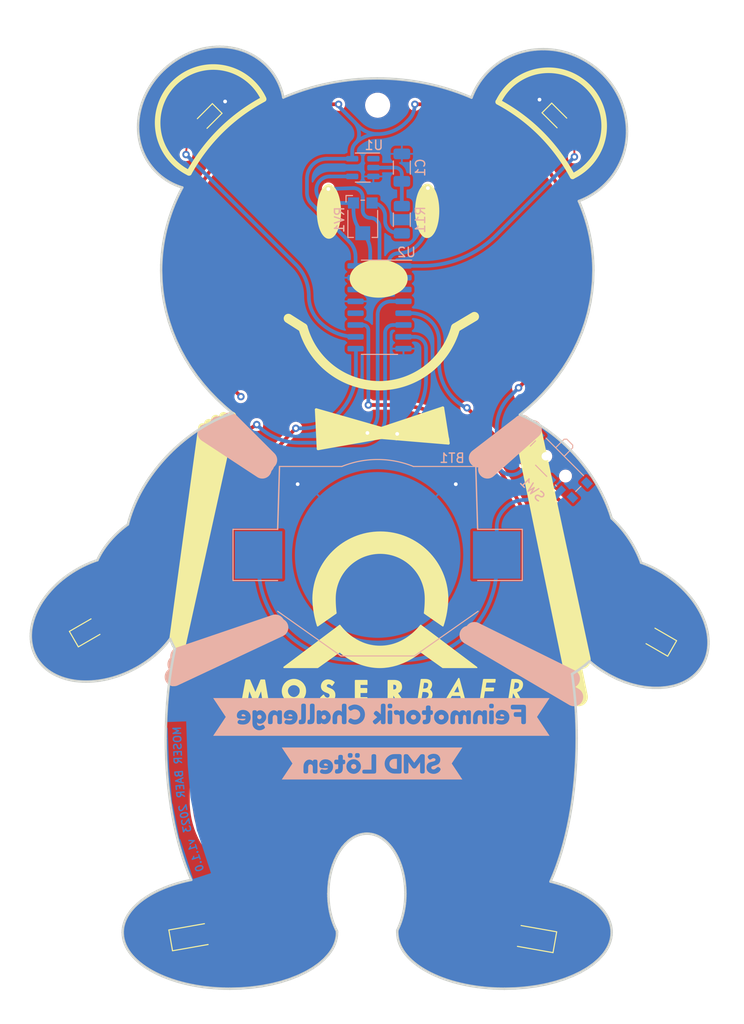
<source format=kicad_pcb>
(kicad_pcb (version 20221018) (generator pcbnew)
  (title_block (title "SMD-Challenge") (date "2023-01-30") (rev "v1.1.0") (company "(c) by C. Zaugg") (comment 3 "Moser Baer Branding") (comment 4 "SMD - Challenge Badge"))
  (layers (0 "F.Cu" signal) (31 "B.Cu" signal) (34 "B.Paste" user) (35 "F.Paste" user) (36 "B.SilkS" user "B.Silkscreen") (37 "F.SilkS" user "F.Silkscreen") (38 "B.Mask" user) (39 "F.Mask" user) (44 "Edge.Cuts" user))
  (net 0 "")
  (net 1 "Net-(C1-Pad1)")
  (net 2 "GND")
  (net 3 "Net-(R11-Pad2)")
  (net 4 "Net-(BT1-+)")
  (net 5 "VCC")
  (net 6 "Net-(D1-A)")
  (net 7 "Net-(D2-A)")
  (net 8 "Net-(D3-A)")
  (net 9 "Net-(D4-A)")
  (net 10 "Net-(D5-A)")
  (net 11 "Net-(D6-A)")
  (net 12 "Net-(D7-A)")
  (net 13 "Net-(D8-A)")
  (net 14 "Net-(D9-A)")
  (net 15 "Net-(D10-A)")
  (net 16 "Net-(U2-CLK)")
  (footprint "LED_SMD:LED_0402_1005Metric" (layer "F.Cu") (at 150.6 86 -165)
    (fp_text reference "D7" hide)
    (fp_text value "LED" hide)
  )
  (footprint "LED_SMD:LED_0201_0603Metric" (layer "F.Cu") (at 140.3 62.2 90)
    (fp_text reference "D10" hide)
    (fp_text value "LED" hide)
  )
  (footprint "LED_SMD:LED_0603_1608Metric" (layer "F.Cu") (at 127.3 52.7 -135)
    (fp_text reference "D6" hide)
    (fp_text value "LED" hide)
  )
  (footprint "LED_SMD:LED_0805_2012Metric" (layer "F.Cu") (at 114.4 107.8 30)
    (fp_text reference "D3" hide)
    (fp_text value "LED" hide)
  )
  (footprint "LED_SMD:LED_0201_0603Metric" (layer "F.Cu") (at 151 62.2 90)
    (fp_text reference "D9" hide)
    (fp_text value "LED" hide)
  )
  (footprint "LED_SMD:LED_1206_3216Metric" (layer "F.Cu") (at 125.6 140.6 10)
    (fp_text reference "D2" hide)
    (fp_text value "LED" hide)
  )
  (footprint "MountingHole:MountingHole_2.2mm_M2" (layer "F.Cu") (at 145.6 51.3)
    (fp_text reference "H1" hide)
    (fp_text value "MountingHole" hide)
  )
  (footprint "LED_SMD:LED_0805_2012Metric" (layer "F.Cu") (at 175.8 108.8 150)
    (fp_text reference "D4" hide)
    (fp_text value "LED" hide)
  )
  (footprint "LED_SMD:LED_0603_1608Metric" (layer "F.Cu") (at 164.843153 52.643153 -45)
    (fp_text reference "D5" hide)
    (fp_text value "LED" hide)
  )
  (footprint "LED_SMD:LED_1206_3216Metric" (layer "F.Cu") (at 162.4 140.8 170)
    (fp_text reference "D1" hide)
    (fp_text value "LED" hide)
  )
  (footprint "LED_SMD:LED_0402_1005Metric" (layer "F.Cu") (at 141.2 86.1 -15)
    (fp_text reference "D8" hide)
    (fp_text value "LED" hide)
  )
  (footprint "Capacitor_SMD:C_1206_3216Metric" (layer "B.Cu") (at 148.2 58 90)
    (fp_text reference "C1")
    (fp_text value "1u")
  )
  (footprint "Battery:BatteryHolder_Keystone_3002_1x2032" (layer "B.Cu") (at 145.6 99.6 180)
    (fp_text reference "BT1")
    (fp_text value "Battery_Cell")
  )
  (footprint "kibuzzard-63D590DE" (layer "B.Cu") (at 146 117 180)
    (fp_text reference "kibuzzard-63D590DE" hide)
    (fp_text value "G***" hide)
  )
  (footprint "Package_TO_SOT_SMD:SOT-23-5" (layer "B.Cu") (at 144 58 180)
    (fp_text reference "U1")
    (fp_text value "SN74LVC1G14DBV")
  )
  (footprint "Potentiometer_SMD:Potentiometer_Bourns_TC33X_Vertical" (layer "B.Cu") (at 144 63.6 -90)
    (fp_text reference "RV1")
    (fp_text value "100k")
  )
  (footprint "kibuzzard-63D590F7" (layer "B.Cu") (at 145 122 180)
    (fp_text reference "kibuzzard-63D590F7" hide)
    (fp_text value "G***" hide)
  )
  (footprint "Package_SO:SO-16_3.9x9.9mm_P1.27mm" (layer "B.Cu") (at 145.8 73 180)
    (fp_text reference "U2")
    (fp_text value "4017")
  )
  (footprint "Resistor_SMD:R_1206_3216Metric" (layer "B.Cu") (at 148.2 63.6 -90)
    (fp_text reference "R11")
    (fp_text value "10k")
  )
  (footprint "Button_Switch_SMD:SW_SPDT_PCM12" (layer "B.Cu") (at 164.5 90.3 -45)
    (fp_text reference "SW1")
    (fp_text value "SW_SPDT")
  )
  (gr_line (start 134.85 96.85) (end 135.05 90.1) (stroke (width 0.15)) (layer "B.SilkS"))
  (gr_line (start 156 107.8) (end 166.35 112.9) (stroke (width 2)) (layer "B.SilkS"))
  (gr_line (start 124.3 110.5) (end 134.6 107) (stroke (width 2)) (layer "B.SilkS"))
  (gr_line (start 124 111.35) (end 133.95 107.55) (stroke (width 2)) (layer "B.SilkS"))
  (gr_line (start 155.4 108.2) (end 166.7 114.85) (stroke (width 2)) (layer "B.SilkS"))
  (gr_line (start 123.7 112.7) (end 135 107.4) (stroke (width 2)) (layer "B.SilkS"))
  (gr_line (start 157.4 90.4) (end 162.25 86.1) (stroke (width 2)) (layer "B.SilkS"))
  (gr_line (start 156.4 89.2) (end 161.15 85.55) (stroke (width 2)) (layer "B.SilkS"))
  (gr_line (start 156.35 96.85) (end 156.15 90.1) (stroke (width 0.15)) (layer "B.SilkS"))
  (gr_line (start 129.7 85.3) (end 133.8 89.4) (stroke (width 2)) (layer "B.SilkS"))
  (gr_line (start 127.25 86.5) (end 133.2 90.4) (stroke (width 2)) (layer "B.SilkS"))
  (gr_line (start 128.5 85.7) (end 133.5 89.85) (stroke (width 2)) (layer "B.SilkS"))
  (gr_poly (pts (xy 156.21722 111.67388) (xy 152.60407 111.67388) (xy 150.227052 109.980548) (xy 149.900987 110.245131) (xy 149.51279 110.516329) (xy 149.268054 110.669291) (xy 148.991714 110.827214) (xy 148.685385 110.985137) (xy 148.350682 111.138099) (xy 147.989222 111.281139) (xy 147.602619 111.409297) (xy 147.192488 111.51761) (xy 146.760446 111.601119) (xy 146.308107 111.654863) (xy 146.074831 111.669022) (xy 145.837087 111.67388) (xy 145.599567 111.669022) (xy 145.366946 111.654863) (xy 145.139397 111.632022) (xy 144.917093 111.601119) (xy 144.700207 111.562776) (xy 144.488913 111.51761) (xy 144.283383 111.466244) (xy 144.083792 111.409297) (xy 143.890311 111.347388) (xy 143.703116 111.281139) (xy 143.522378 111.211169) (xy 143.348271 111.138099) (xy 143.180968 111.062548) (xy 143.020643 110.985137) (xy 142.867468 110.906485) (xy 142.721618 110.827214) (xy 142.452581 110.669291) (xy 142.21492 110.516329) (xy 142.010019 110.373289) (xy 141.839265 110.245131) (xy 141.704044 110.136817) (xy 141.605742 110.053308) (xy 141.525437 109.980548) (xy 139.14842 111.67388) (xy 135.537386 111.67388) (xy 141.527553 107.175965) (xy 141.598949 107.272736) (xy 141.810988 107.527861) (xy 141.968741 107.69831) (xy 142.160445 107.888554) (xy 142.385697 108.091994) (xy 142.644095 108.302032) (xy 142.935235 108.512069) (xy 143.258714 108.715509) (xy 143.614128 108.905753) (xy 144.001076 109.076202) (xy 144.206249 109.151942) (xy 144.419154 109.22026) (xy 144.639741 109.280329) (xy 144.867959 109.331327) (xy 145.103757 109.372427) (xy 145.347087 109.402806) (xy 145.597896 109.421638) (xy 145.856136 109.428098) (xy 146.114496 109.421625) (xy 146.36566 109.402758) (xy 146.60956 109.372322) (xy 146.846132 109.331145) (xy 147.075308 109.280052) (xy 147.297024 109.219869) (xy 147.511213 109.151423) (xy 147.71781 109.075541) (xy 147.916748 108.993048) (xy 148.107961 108.904771) (xy 148.291385 108.811536) (xy 148.466952 108.71417) (xy 148.634598 108.613498) (xy 148.794256 108.510347) (xy 148.945859 108.405544) (xy 149.089344 108.299915) (xy 149.224642 108.194285) (xy 149.351689 108.089482) (xy 149.580766 107.88566) (xy 149.776046 107.695059) (xy 149.937003 107.524289) (xy 150.063109 107.379961) (xy 150.153837 107.268685) (xy 150.227052 107.171731)) (stroke (width 0.16)) (fill solid) (layer "F.SilkS"))
  (gr_poly (pts (xy 136.660394 112.993102) (xy 136.71665 112.997183) (xy 136.77245 113.003826) (xy 136.827713 113.012992) (xy 136.882357 113.02464) (xy 136.936302 113.038729) (xy 136.989465 113.055221) (xy 137.041765 113.074074) (xy 137.143453 113.118706) (xy 137.240715 113.172302) (xy 137.287483 113.202362) (xy 137.3329 113.234542) (xy 137.376886 113.268803) (xy 137.419358 113.305104) (xy 137.460235 113.343406) (xy 137.499437 113.383668) (xy 137.536881 113.42585) (xy 137.572487 113.469912) (xy 137.606173 113.515813) (xy 137.637858 113.563514) (xy 137.66746 113.612975) (xy 137.694898 113.664154) (xy 137.720092 113.717013) (xy 137.732295 113.746097) (xy 137.742953 113.746097) (xy 137.752908 113.773472) (xy 137.762234 113.80104) (xy 137.770927 113.828791) (xy 137.778986 113.856714) (xy 137.786409 113.884797) (xy 137.793193 113.913029) (xy 137.799338 113.941401) (xy 137.80484 113.9699) (xy 137.809698 113.998516) (xy 137.81391 114.027238) (xy 137.817474 114.056055) (xy 137.820388 114.084956) (xy 137.82265 114.11393) (xy 137.824258 114.142966) (xy 137.82521 114.172053) (xy 137.825504 114.201181) (xy 137.827619 114.220231) (xy 137.826182 114.279316) (xy 137.82198 114.337722) (xy 137.815076 114.395382) (xy 137.80553 114.452229) (xy 137.793404 114.508197) (xy 137.778759 114.563218) (xy 137.761655 114.617225) (xy 137.742154 114.670152) (xy 137.720317 114.72193) (xy 137.696206 114.772494) (xy 137.66988 114.821776) (xy 137.641402 114.869709) (xy 137.610832 114.916226) (xy 137.578232 114.96126) (xy 137.543663 115.004744) (xy 137.507185 115.046611) (xy 137.46886 115.086794) (xy 137.428749 115.125226) (xy 137.386914 115.16184) (xy 137.343414 115.196569) (xy 137.298312 115.229346) (xy 137.251668 115.260104) (xy 137.203544 115.288775) (xy 137.154 115.315293) (xy 137.103098 115.339591) (xy 137.050899 115.361602) (xy 136.997464 115.381258) (xy 136.942853 115.398494) (xy 136.88713 115.41324) (xy 136.830353 115.425432) (xy 136.772585 115.435001) (xy 136.713886 115.441881) (xy 136.654927 115.445968) (xy 136.596385 115.447239) (xy 136.538334 115.445751) (xy 136.480844 115.441556) (xy 136.42399 115.43471) (xy 136.367842 115.425268) (xy 136.312475 115.413283) (xy 136.257959 115.398811) (xy 136.204368 115.381905) (xy 136.151774 115.362622) (xy 136.100249 115.341014) (xy 136.049866 115.317137) (xy 136.000698 115.291046) (xy 135.952816 115.262794) (xy 135.906294 115.232437) (xy 135.861203 115.200029) (xy 135.817616 115.165625) (xy 135.775606 115.129279) (xy 135.735245 115.091046) (xy 135.696605 115.05098) (xy 135.659759 115.009136) (xy 135.62478 114.965569) (xy 135.591739 114.920333) (xy 135.560709 114.873483) (xy 135.531763 114.825073) (xy 135.504973 114.775157) (xy 135.480412 114.723792) (xy 135.458152 114.67103) (xy 135.438265 114.616927) (xy 135.420824 114.561537) (xy 135.405901 114.504915) (xy 135.393569 114.447116) (xy 135.383993 114.388796) (xy 135.377259 114.330629) (xy 135.373319 114.272692) (xy 135.372126 114.215062) (xy 135.372658 114.194832) (xy 135.873937 114.194832) (xy 135.875382 114.232073) (xy 135.878585 114.26885) (xy 135.883506 114.30512) (xy 135.890103 114.340841) (xy 135.898336 114.375971) (xy 135.908166 114.410467) (xy 135.919551 114.444287) (xy 135.932451 114.477389) (xy 135.946826 114.50973) (xy 135.962635 114.541268) (xy 135.979839 114.57196) (xy 135.998395 114.601765) (xy 136.018264 114.63064) (xy 136.039406 114.658543) (xy 136.061781 114.68543) (xy 136.085346 114.711261) (xy 136.110064 114.735992) (xy 136.135892 114.759582) (xy 136.16279 114.781987) (xy 136.190718 114.803166) (xy 136.219636 114.823077) (xy 136.249504 114.841676) (xy 136.280279 114.858922) (xy 136.311924 114.874772) (xy 136.344396 114.889184) (xy 136.377655 114.902116) (xy 136.411662 114.913525) (xy 136.446375 114.923369) (xy 136.481754 114.931606) (xy 136.517759 114.938193) (xy 136.554349 114.943087) (xy 136.591485 114.946248) (xy 136.627421 114.943123) (xy 136.662849 114.938358) (xy 136.69773 114.93199) (xy 136.732027 114.92406) (xy 136.765701 114.914604) (xy 136.798714 114.903663) (xy 136.831029 114.891275) (xy 136.862607 114.877478) (xy 136.89341 114.862311) (xy 136.9234 114.845813) (xy 136.95254 114.828023) (xy 136.98079 114.808979) (xy 137.008114 114.788721) (xy 137.034473 114.767286) (xy 137.059829 114.744713) (xy 137.084143 114.721042) (xy 137.107379 114.696311) (xy 137.129498 114.670559) (xy 137.150462 114.643824) (xy 137.170232 114.616145) (xy 137.188771 114.58756) (xy 137.206041 114.55811) (xy 137.222004 114.527831) (xy 137.236622 114.496764) (xy 137.249856 114.464946) (xy 137.261669 114.432417) (xy 137.272023 114.399214) (xy 137.280879 114.365378) (xy 137.2882 114.330946) (xy 137.293947 114.295957) (xy 137.298083 114.26045) (xy 137.300569 114.224464) (xy 137.30057 114.192714) (xy 137.300119 114.162434) (xy 137.298399 114.132295) (xy 137.295422 114.102334) (xy 137.291202 114.072589) (xy 137.28575 114.043097) (xy 137.279079 114.013896) (xy 137.271203 113.985022) (xy 137.262134 113.956514) (xy 137.251884 113.928409) (xy 137.240468 113.900744) (xy 137.227896 113.873557) (xy 137.214183 113.846884) (xy 137.199341 113.820764) (xy 137.183382 113.795234) (xy 137.16712 113.771498) (xy 137.14817 113.771498) (xy 137.126708 113.746094) (xy 137.148168 113.746094) (xy 137.16632 113.770332) (xy 137.16712 113.771498) (xy 137.742958 113.77151) (xy 137.732295 113.746097) (xy 137.148168 113.746094) (xy 137.126708 113.746094) (xy 137.12209 113.740628) (xy 137.094436 113.711492) (xy 137.065295 113.684132) (xy 137.034757 113.65859) (xy 137.00291 113.634906) (xy 136.969842 113.613124) (xy 136.935641 113.593284) (xy 136.900397 113.575429) (xy 136.864197 113.5596) (xy 136.827131 113.545838) (xy 136.789287 113.534186) (xy 136.750752 113.524686) (xy 136.711617 113.517379) (xy 136.671968 113.512306) (xy 136.631895 113.50951) (xy 136.591487 113.509032) (xy 136.555376 113.509171) (xy 136.519699 113.511114) (xy 136.484501 113.514817) (xy 136.449826 113.520236) (xy 136.41572 113.527331) (xy 136.382228 113.536056) (xy 136.349394 113.54637) (xy 136.317263 113.558229) (xy 136.285881 113.571591) (xy 136.255291 113.586412) (xy 136.22554 113.602649) (xy 136.196672 113.620261) (xy 136.168732 113.639203) (xy 136.141765 113.659433) (xy 136.115815 113.680908) (xy 136.090929 113.703584) (xy 136.06715 113.72742) (xy 136.044524 113.752371) (xy 136.023095 113.778396) (xy 136.002908 113.805451) (xy 135.984009 113.833493) (xy 135.966443 113.862479) (xy 135.950253 113.892367) (xy 135.935486 113.923113) (xy 135.922186 113.954675) (xy 135.910398 113.987009) (xy 135.900166 114.020072) (xy 135.891537 114.053823) (xy 135.884554 114.088217) (xy 135.879263 114.123212) (xy 135.875709 114.158764) (xy 135.873937 114.194832) (xy 135.372658 114.194832) (xy 135.373632 114.157817) (xy 135.377789 114.101033) (xy 135.38455 114.044788) (xy 135.393867 113.989159) (xy 135.405693 113.934223) (xy 135.41998 113.880058) (xy 135.436681 113.82674) (xy 135.455747 113.774347) (xy 135.477132 113.722957) (xy 135.500788 113.672646) (xy 135.526667 113.623491) (xy 135.554722 113.575571) (xy 135.584905 113.528961) (xy 135.617168 113.48374) (xy 135.651465 113.439984) (xy 135.687746 113.397771) (xy 135.725966 113.357178) (xy 135.766076 113.318282) (xy 135.808028 113.281161) (xy 135.851775 113.245891) (xy 135.89727 113.21255) (xy 135.944465 113.181215) (xy 135.993312 113.151964) (xy 136.043764 113.124873) (xy 136.095773 113.10002) (xy 136.149291 113.077482) (xy 136.204272 113.057336) (xy 136.260667 113.039659) (xy 136.317837 113.024678) (xy 136.375121 113.012541) (xy 136.432437 113.003207) (xy 136.489703 112.996636) (xy 136.546839 112.992788) (xy 136.603763 112.991624)) (stroke (width 0.16)) (fill solid) (layer "F.SilkS"))
  (gr_poly (pts (xy 132.459753 114.516565) (xy 133.06512 113.053947) (xy 133.424953 113.053947) (xy 133.810186 115.331482) (xy 133.302186 115.331482) (xy 133.098987 113.953531) (xy 132.521137 115.358998) (xy 132.336987 115.358998) (xy 131.77607 113.953531) (xy 131.543237 115.331482) (xy 131.03947 115.331482) (xy 131.462803 113.053947) (xy 131.824753 113.053947)) (stroke (width 0.16)) (fill solid) (layer "F.SilkS"))
  (gr_poly (pts (xy 150.981289 59.806975) (xy 151.044063 59.817939) (xy 151.105887 59.835994) (xy 151.166684 59.860964) (xy 151.22638 59.892671) (xy 151.2849 59.930936) (xy 151.398111 60.026433) (xy 151.505716 60.146034) (xy 151.607115 60.288317) (xy 151.701708 60.45186) (xy 151.788893 60.635243) (xy 151.868071 60.837044) (xy 151.93864 61.055842) (xy 152 61.290215) (xy 152.05155 61.538741) (xy 152.092691 61.8) (xy 152.12282 62.07257) (xy 152.141338 62.355029) (xy 152.147644 62.645957) (xy 152.146055 62.79239) (xy 152.141338 62.936884) (xy 152.133568 63.079261) (xy 152.12282 63.219343) (xy 152.109169 63.356952) (xy 152.092691 63.491912) (xy 152.073459 63.624044) (xy 152.05155 63.75317) (xy 152.027039 63.879113) (xy 152 64.001696) (xy 151.970509 64.12074) (xy 151.93864 64.236067) (xy 151.904469 64.347501) (xy 151.868071 64.454864) (xy 151.829521 64.557977) (xy 151.788893 64.656664) (xy 151.746264 64.750746) (xy 151.701708 64.840046) (xy 151.6553 64.924386) (xy 151.607115 65.003588) (xy 151.557229 65.077476) (xy 151.505716 65.14587) (xy 151.452652 65.208594) (xy 151.398111 65.26547) (xy 151.342168 65.31632) (xy 151.2849 65.360966) (xy 151.22638 65.399231) (xy 151.166684 65.430937) (xy 151.105887 65.455907) (xy 151.044063 65.473963) (xy 150.981289 65.484926) (xy 150.917639 65.48862) (xy 150.855232 65.484926) (xy 150.793622 65.473963) (xy 150.732888 65.455907) (xy 150.673108 65.430937) (xy 150.614358 65.399231) (xy 150.556718 65.360966) (xy 150.445072 65.26547) (xy 150.338792 65.14587) (xy 150.238497 65.003588) (xy 150.144809 64.840046) (xy 150.058348 64.656664) (xy 149.979735 64.454864) (xy 149.90959 64.236067) (xy 149.848533 64.001696) (xy 149.797187 63.75317) (xy 149.75617 63.491912) (xy 149.726104 63.219343) (xy 149.707609 62.936884) (xy 149.701306 62.645957) (xy 149.702895 62.499522) (xy 149.707609 62.355027) (xy 149.715371 62.212649) (xy 149.726104 62.072566) (xy 149.739729 61.934956) (xy 149.75617 61.799996) (xy 149.775348 61.667863) (xy 149.797187 61.538736) (xy 149.821608 61.412792) (xy 149.848533 61.290209) (xy 149.877887 61.171165) (xy 149.90959 61.055837) (xy 149.943565 60.944402) (xy 149.979735 60.837039) (xy 150.018022 60.733926) (xy 150.058348 60.635239) (xy 150.100637 60.541157) (xy 150.144809 60.451856) (xy 150.190789 60.367516) (xy 150.238497 60.288314) (xy 150.287858 60.214426) (xy 150.338792 60.146031) (xy 150.391223 60.083307) (xy 150.445072 60.026431) (xy 150.500263 59.975582) (xy 150.556718 59.930935) (xy 150.614358 59.89267) (xy 150.673108 59.860964) (xy 150.732888 59.835994) (xy 150.793622 59.817938) (xy 150.855232 59.806975) (xy 150.917639 59.803281)) (stroke (width 0.16)) (fill solid) (layer "F.SilkS"))
  (gr_line (start 146 87) (end 139.2 88.2) (stroke (width 0.3)) (layer "F.SilkS"))
  (gr_line (start 137.578686 75.20199) (end 136 74.2) (stroke (width 1)) (layer "F.SilkS"))
  (gr_line (start 161.15 85.55) (end 167.2 114.85) (stroke (width 2)) (layer "F.SilkS"))
  (gr_poly (pts (xy 144.431619 113.481514) (xy 143.680203 113.481514) (xy 143.680203 113.97258) (xy 144.404103 113.97258) (xy 144.404103 114.351465) (xy 143.680203 114.351465) (xy 143.680203 114.954713) (xy 144.431619 114.954713) (xy 144.431619 115.333597) (xy 143.225119 115.333597) (xy 143.225119 113.10263) (xy 144.431619 113.10263)) (stroke (width 0.16)) (fill solid) (layer "F.SilkS"))
  (gr_line (start 139.6 87.6) (end 145.6 86.5) (stroke (width 1)) (layer "F.SilkS"))
  (gr_poly (pts (xy 154.985318 115.329364) (xy 154.697452 115.329364) (xy 154.534468 114.666849) (xy 153.537518 114.666849) (xy 153.150168 115.329364) (xy 152.866536 115.329364) (xy 153.404913 114.425548) (xy 153.687802 114.425548) (xy 154.477319 114.425548) (xy 154.227553 113.489982) (xy 153.687802 114.425548) (xy 153.404913 114.425548) (xy 154.322803 112.884614)) (stroke (width 0.16)) (fill solid) (layer "F.SilkS"))
  (gr_line (start 146 86.5) (end 152.2 84.4) (stroke (width 1)) (layer "F.SilkS"))
  (gr_line (start 128.2 85.05) (end 124 108.4) (stroke (width 1)) (layer "F.SilkS"))
  (gr_poly (pts (xy 140.263905 113.045483) (xy 140.307737 113.047262) (xy 140.351294 113.050975) (xy 140.394517 113.0566) (xy 140.437344 113.064113) (xy 140.479718 113.073491) (xy 140.521579 113.084711) (xy 140.562867 113.09775) (xy 140.603524 113.112585) (xy 140.643489 113.129193) (xy 140.682703 113.14755) (xy 140.721108 113.167633) (xy 140.758643 113.189419) (xy 140.795249 113.212885) (xy 140.830868 113.238007) (xy 140.865438 113.264764) (xy 140.898902 113.29313) (xy 140.68512 113.593698) (xy 140.669728 113.57264) (xy 140.653185 113.552701) (xy 140.635555 113.533913) (xy 140.616899 113.516311) (xy 140.597281 113.499928) (xy 140.576763 113.484795) (xy 140.555407 113.470946) (xy 140.533278 113.458415) (xy 140.510436 113.447234) (xy 140.486944 113.437437) (xy 140.462866 113.429055) (xy 140.438264 113.422123) (xy 140.413201 113.416674) (xy 140.387739 113.41274) (xy 140.361941 113.410354) (xy 140.335869 113.40955) (xy 140.322081 113.409211) (xy 140.308434 113.409553) (xy 140.294945 113.410562) (xy 140.281631 113.412223) (xy 140.26851 113.41452) (xy 140.255598 113.417439) (xy 140.242913 113.420963) (xy 140.230473 113.425078) (xy 140.218294 113.429768) (xy 140.206394 113.435018) (xy 140.19479 113.440814) (xy 140.1835 113.447139) (xy 140.17254 113.453979) (xy 140.161928 113.461318) (xy 140.151682 113.469141) (xy 140.141818 113.477433) (xy 140.132354 113.486178) (xy 140.123307 113.495362) (xy 140.114694 113.504969) (xy 140.106533 113.514984) (xy 140.098841 113.525391) (xy 140.091635 113.536176) (xy 140.084933 113.547323) (xy 140.078751 113.558817) (xy 140.073108 113.570643) (xy 140.068019 113.582785) (xy 140.063504 113.595229) (xy 140.059578 113.607958) (xy 140.056259 113.620958) (xy 140.053565 113.634214) (xy 140.051513 113.64771) (xy 140.050119 113.661432) (xy 140.052773 113.695024) (xy 140.060507 113.725733) (xy 140.072984 113.753824) (xy 140.089864 113.779564) (xy 140.11081 113.803218) (xy 140.135481 113.825054) (xy 140.16354 113.845337) (xy 140.194648 113.864334) (xy 140.264654 113.899533) (xy 140.34279 113.932782) (xy 140.512611 114.00195) (xy 140.598876 114.042129) (xy 140.641162 114.064549) (xy 140.682432 114.088878) (xy 140.722347 114.115382) (xy 140.760568 114.144328) (xy 140.796756 114.17598) (xy 140.830574 114.210607) (xy 140.861681 114.248474) (xy 140.88974 114.289847) (xy 140.914412 114.334993) (xy 140.935357 114.384178) (xy 140.952237 114.437668) (xy 140.964714 114.495729) (xy 140.972449 114.558628) (xy 140.975102 114.626631) (xy 140.976435 114.665349) (xy 140.975692 114.703885) (xy 140.972902 114.742161) (xy 140.968095 114.780103) (xy 140.961299 114.817635) (xy 140.952543 114.85468) (xy 140.941856 114.891163) (xy 140.929267 114.927008) (xy 140.914805 114.962139) (xy 140.898499 114.99648) (xy 140.880377 115.029955) (xy 140.860469 115.062489) (xy 140.838804 115.094006) (xy 140.81541 115.12443) (xy 140.790316 115.153684) (xy 140.763552 115.181694) (xy 140.735321 115.208225) (xy 140.705859 115.233075) (xy 140.675242 115.256216) (xy 140.643547 115.277619) (xy 140.610849 115.297256) (xy 140.577224 115.315099) (xy 140.542749 115.331119) (xy 140.507499 115.345289) (xy 140.471551 115.35758) (xy 140.43498 115.367964) (xy 140.397864 115.376412) (xy 140.360277 115.382896) (xy 140.322297 115.387388) (xy 140.283998 115.38986) (xy 140.245458 115.390283) (xy 140.206752 115.388629) (xy 140.150819 115.385955) (xy 140.095643 115.379584) (xy 140.041377 115.369612) (xy 139.988177 115.35613) (xy 139.936198 115.339233) (xy 139.885593 115.319015) (xy 139.836519 115.295568) (xy 139.789128 115.268987) (xy 139.743577 115.239365) (xy 139.700019 115.206795) (xy 139.65861 115.171371) (xy 139.619504 115.133186) (xy 139.582855 115.092335) (xy 139.548819 115.04891) (xy 139.51755 115.003005) (xy 139.489202 114.954713) (xy 139.783419 114.679547) (xy 139.78946 114.696728) (xy 139.796111 114.71357) (xy 139.803357 114.730062) (xy 139.811183 114.746193) (xy 139.819575 114.761951) (xy 139.828519 114.777325) (xy 139.838 114.792304) (xy 139.848002 114.806877) (xy 139.858513 114.821033) (xy 139.869516 114.834759) (xy 139.880997 114.848046) (xy 139.892943 114.860882) (xy 139.905337 114.873255) (xy 139.918166 114.885154) (xy 139.931415 114.896568) (xy 139.945069 114.907486) (xy 139.959114 114.917897) (xy 139.973535 114.927789) (xy 139.988318 114.937151) (xy 140.003448 114.945971) (xy 140.01891 114.95424) (xy 140.03469 114.961944) (xy 140.050773 114.969074) (xy 140.067144 114.975617) (xy 140.08379 114.981563) (xy 140.100695 114.986901) (xy 140.117844 114.991618) (xy 140.135224 114.995705) (xy 140.152819 114.999149) (xy 140.170615 115.001939) (xy 140.188598 115.004065) (xy 140.206752 115.005514) (xy 140.222325 115.005035) (xy 140.23778 115.003764) (xy 140.25309 115.001712) (xy 140.268227 114.998891) (xy 140.283164 114.995314) (xy 140.297873 114.990993) (xy 140.312328 114.985938) (xy 140.3265 114.980164) (xy 140.340362 114.97368) (xy 140.353887 114.9665) (xy 140.367047 114.958636) (xy 140.379815 114.950098) (xy 140.392163 114.940901) (xy 140.404065 114.931054) (xy 140.415492 114.920571) (xy 140.426417 114.909463) (xy 140.436757 114.897809) (xy 140.446439 114.885696) (xy 140.455454 114.873152) (xy 140.463792 114.860208) (xy 140.471442 114.846889) (xy 140.478394 114.833225) (xy 140.484638 114.819244) (xy 140.490165 114.804973) (xy 140.494963 114.790442) (xy 140.499023 114.775677) (xy 140.502336 114.760709) (xy 140.504889 114.745563) (xy 140.506675 114.73027) (xy 140.507681 114.714856) (xy 140.5079 114.699351) (xy 140.507319 114.683781) (xy 140.506706 114.662636) (xy 140.504895 114.64244) (xy 140.501928 114.62316) (xy 140.497848 114.604766) (xy 140.492696 114.587226) (xy 140.486516 114.570509) (xy 140.479348 114.554584) (xy 140.471236 114.539418) (xy 140.462222 114.524981) (xy 140.452348 114.511242) (xy 140.441656 114.498168) (xy 140.430189 114.485728) (xy 140.417988 114.473892) (xy 140.405096 114.462627) (xy 140.391556 114.451903) (xy 140.377408 114.441688) (xy 140.362697 114.43195) (xy 140.347463 114.422658) (xy 140.315599 114.405287) (xy 140.282154 114.389323) (xy 140.247465 114.374516) (xy 140.21187 114.360615) (xy 140.175709 114.347367) (xy 140.103035 114.321831) (xy 140.047656 114.299265) (xy 139.994366 114.275843) (xy 139.943371 114.251305) (xy 139.894874 114.22539) (xy 139.849082 114.197838) (xy 139.806198 114.168389) (xy 139.766427 114.136782) (xy 139.747772 114.120087) (xy 139.729973 114.102756) (xy 139.713054 114.084755) (xy 139.697042 114.066051) (xy 139.681961 114.046613) (xy 139.667837 114.026407) (xy 139.654697 114.005401) (xy 139.642565 113.983563) (xy 139.631466 113.96086) (xy 139.621428 113.937259) (xy 139.612475 113.912728) (xy 139.604632 113.887234) (xy 139.597926 113.860745) (xy 139.592382 113.833228) (xy 139.588025 113.804651) (xy 139.584881 113.774981) (xy 139.582976 113.744185) (xy 139.582336 113.712231) (xy 139.582959 113.678614) (xy 139.585273 113.645224) (xy 139.589252 113.612119) (xy 139.594872 113.579358) (xy 139.60211 113.546998) (xy 139.61094 113.515098) (xy 139.62134 113.483715) (xy 139.633284 113.452908) (xy 139.646749 113.422735) (xy 139.66171 113.393253) (xy 139.678143 113.364521) (xy 139.696024 113.336596) (xy 139.715329 113.309537) (xy 139.736034 113.283401) (xy 139.758113 113.258248) (xy 139.781545 113.234134) (xy 139.806168 113.211238) (xy 139.831801 113.189717) (xy 139.858385 113.169591) (xy 139.885862 113.150886) (xy 139.914173 113.133623) (xy 139.94326 113.117826) (xy 139.973063 113.103517) (xy 140.003526 113.090718) (xy 140.034588 113.079455) (xy 140.066192 113.069747) (xy 140.098278 113.06162) (xy 140.130789 113.055096) (xy 140.163666 113.050197) (xy 140.196849 113.046947) (xy 140.230282 113.045368)) (stroke (width 0.16)) (fill solid) (layer "F.SilkS"))
  (gr_line (start 162.2 86.15) (end 167.5 110.85) (stroke (width 2)) (layer "F.SilkS"))
  (gr_poly (pts (xy 150.762482 112.99865) (xy 150.838115 113.004375) (xy 150.910684 113.014224) (xy 150.979725 113.028448) (xy 151.044772 113.047298) (xy 151.075653 113.058536) (xy 151.105361 113.071025) (xy 151.133838 113.084797) (xy 151.161026 113.099881) (xy 151.186866 113.116311) (xy 151.211302 113.134116) (xy 151.234274 113.15333) (xy 151.255724 113.173982) (xy 151.275594 113.196105) (xy 151.293827 113.21973) (xy 151.310363 113.244888) (xy 151.325146 113.271611) (xy 151.338116 113.299929) (xy 151.349216 113.329875) (xy 151.358387 113.36148) (xy 151.365571 113.394775) (xy 151.370711 113.429792) (xy 151.373747 113.466561) (xy 151.374623 113.505115) (xy 151.373279 113.545485) (xy 151.369658 113.587702) (xy 151.363701 113.631798) (xy 151.357734 113.667) (xy 151.349849 113.701618) (xy 151.340091 113.735583) (xy 151.328503 113.768828) (xy 151.315132 113.801285) (xy 151.300022 113.832886) (xy 151.283217 113.863563) (xy 151.264764 113.893249) (xy 151.244705 113.921874) (xy 151.223087 113.949372) (xy 151.199954 113.975675) (xy 151.175351 114.000714) (xy 151.149323 114.024422) (xy 151.121914 114.046731) (xy 151.09317 114.067572) (xy 151.063135 114.086879) (xy 151.087099 114.094123) (xy 151.11043 114.102467) (xy 151.133104 114.111876) (xy 151.155103 114.122313) (xy 151.176403 114.133741) (xy 151.196985 114.146123) (xy 151.216826 114.159425) (xy 151.235906 114.173608) (xy 151.254203 114.188636) (xy 151.271696 114.204473) (xy 151.288365 114.221083) (xy 151.304187 114.238429) (xy 151.319141 114.256475) (xy 151.333208 114.275184) (xy 151.346364 114.29452) (xy 151.358589 114.314445) (xy 151.369862 114.334925) (xy 151.380161 114.355922) (xy 151.389466 114.3774) (xy 151.397755 114.399322) (xy 151.405007 114.421652) (xy 151.411201 114.444354) (xy 151.416315 114.46739) (xy 151.420328 114.490725) (xy 151.42322 114.514323) (xy 151.424968 114.538146) (xy 151.425553 114.562158) (xy 151.424952 114.586323) (xy 151.423144 114.610604) (xy 151.420108 114.634965) (xy 151.415823 114.65937) (xy 151.410268 114.683781) (xy 151.402369 114.72643) (xy 151.392598 114.76747) (xy 151.381003 114.806918) (xy 151.367633 114.844793) (xy 151.352537 114.881109) (xy 151.335765 114.915883) (xy 151.317367 114.949133) (xy 151.29739 114.980875) (xy 151.275885 115.011125) (xy 151.2529 115.039901) (xy 151.228486 115.067219) (xy 151.20269 115.093095) (xy 151.175563 115.117547) (xy 151.147153 115.140591) (xy 151.11751 115.162243) (xy 151.086683 115.18252) (xy 151.054721 115.20144) (xy 151.021673 115.219018) (xy 150.987589 115.235271) (xy 150.952518 115.250216) (xy 150.916509 115.26387) (xy 150.879612 115.276249) (xy 150.841874 115.28737) (xy 150.803347 115.29725) (xy 150.764078 115.305905) (xy 150.724118 115.313351) (xy 150.642319 115.324688) (xy 150.558343 115.331392) (xy 150.472585 115.333597) (xy 149.934952 115.333597) (xy 149.973428 115.088063) (xy 150.231285 115.088063) (xy 150.491635 115.088063) (xy 150.546259 115.087169) (xy 150.601107 115.084284) (xy 150.655756 115.079105) (xy 150.709785 115.071328) (xy 150.762772 115.060649) (xy 150.814295 115.046764) (xy 150.863934 115.029368) (xy 150.911265 115.008159) (xy 150.933934 114.99603) (xy 150.955868 114.982833) (xy 150.977015 114.96853) (xy 150.997321 114.953085) (xy 151.016734 114.936458) (xy 151.035202 114.918611) (xy 151.052671 114.899508) (xy 151.069089 114.879109) (xy 151.084403 114.857377) (xy 151.098561 114.834273) (xy 151.111509 114.80976) (xy 151.123196 114.783801) (xy 151.133568 114.756355) (xy 151.142572 114.727387) (xy 151.150157 114.696858) (xy 151.156268 114.664729) (xy 151.16048 114.632601) (xy 151.162456 114.602071) (xy 151.162277 114.573103) (xy 151.160026 114.545658) (xy 151.155787 114.519698) (xy 151.149641 114.495186) (xy 151.141671 114.472083) (xy 151.13196 114.45035) (xy 151.12059 114.429952) (xy 151.107644 114.410848) (xy 151.093204 114.393002) (xy 151.077352 114.376375) (xy 151.060173 114.360929) (xy 151.041747 114.346627) (xy 151.022157 114.33343) (xy 151.001487 114.3213) (xy 150.979819 114.3102) (xy 150.957234 114.300091) (xy 150.933816 114.290936) (xy 150.909648 114.282696) (xy 150.884811 114.275334) (xy 150.859389 114.268811) (xy 150.807118 114.258132) (xy 150.753495 114.250354) (xy 150.699181 114.245175) (xy 150.644835 114.242291) (xy 150.591119 114.241397) (xy 150.364636 114.241397) (xy 150.231285 115.088063) (xy 149.973428 115.088063) (xy 150.139272 114.02973) (xy 150.398502 114.02973) (xy 150.497986 114.02973) (xy 150.552666 114.029261) (xy 150.606217 114.027568) (xy 150.658404 114.024219) (xy 150.708991 114.018783) (xy 150.757743 114.010829) (xy 150.804423 113.999927) (xy 150.848796 113.985645) (xy 150.870044 113.977102) (xy 150.890627 113.967552) (xy 150.910516 113.956942) (xy 150.92968 113.945218) (xy 150.948091 113.932326) (xy 150.965719 113.918211) (xy 150.982535 113.902821) (xy 150.998509 113.886101) (xy 151.013612 113.867997) (xy 151.027814 113.848456) (xy 151.041085 113.827424) (xy 151.053398 113.804846) (xy 151.064721 113.780669) (xy 151.075025 113.754839) (xy 151.084282 113.727303) (xy 151.092461 113.698005) (xy 151.099533 113.666893) (xy 151.105469 113.633913) (xy 151.110026 113.60095) (xy 151.113003 113.569891) (xy 151.11443 113.540679) (xy 151.114341 113.513259) (xy 151.112767 113.487573) (xy 151.109739 113.463565) (xy 151.10529 113.44118) (xy 151.09945 113.420361) (xy 151.092253 113.401052) (xy 151.08373 113.383197) (xy 151.073911 113.36674) (xy 151.062831 113.351624) (xy 151.050519 113.337793) (xy 151.037008 113.325191) (xy 151.02233 113.313761) (xy 151.006516 113.303449) (xy 150.989598 113.294197) (xy 150.971608 113.285949) (xy 150.952578 113.278649) (xy 150.93254 113.272241) (xy 150.911525 113.266668) (xy 150.889565 113.261875) (xy 150.866692 113.257805) (xy 150.842937 113.254402) (xy 150.792911 113.249372) (xy 150.739741 113.246336) (xy 150.683681 113.244845) (xy 150.624986 113.244447) (xy 150.523386 113.244447) (xy 150.398502 114.02973) (xy 150.139272 114.02973) (xy 150.301135 112.996797) (xy 150.684251 112.996797)) (stroke (width 0.16)) (fill solid) (layer "F.SilkS"))
  (gr_arc (start 153.978686 75.20199) (mid 145.778686 81.426129) (end 137.578686 75.20199) (stroke (width 1)) (layer "F.SilkS"))
  (gr_line (start 129.05 84.75) (end 123.9 109.15) (stroke (width 1)) (layer "F.SilkS"))
  (gr_line (start 127.45 85.5) (end 123.8 112.05) (stroke (width 1)) (layer "F.SilkS"))
  (gr_line (start 139.4 84.5) (end 145.2 86.2) (stroke (width 1)) (layer "F.SilkS"))
  (gr_poly (pts (xy 147.447993 113.104934) (xy 147.529155 113.111928) (xy 147.606435 113.123741) (xy 147.679579 113.140499) (xy 147.71452 113.150772) (xy 147.748332 113.162329) (xy 147.780983 113.175187) (xy 147.812441 113.18936) (xy 147.842674 113.204865) (xy 147.871651 113.221717) (xy 147.899339 113.239933) (xy 147.925707 113.259528) (xy 147.950724 113.280518) (xy 147.974356 113.30292) (xy 147.996574 113.326749) (xy 148.017344 113.35202) (xy 148.036635 113.378751) (xy 148.054415 113.406956) (xy 148.070653 113.436652) (xy 148.085317 113.467854) (xy 148.098374 113.500579) (xy 148.109794 113.534842) (xy 148.119544 113.570659) (xy 148.127592 113.608046) (xy 148.133907 113.647019) (xy 148.138457 113.687594) (xy 148.141211 113.729787) (xy 148.142136 113.773613) (xy 148.143115 113.801208) (xy 148.142826 113.828582) (xy 148.141293 113.855701) (xy 148.138542 113.882535) (xy 148.134596 113.909052) (xy 148.129479 113.93522) (xy 148.123218 113.961008) (xy 148.115835 113.986384) (xy 148.107355 114.011316) (xy 148.097803 114.035773) (xy 148.087203 114.059723) (xy 148.07558 114.083135) (xy 148.062958 114.105977) (xy 148.049362 114.128216) (xy 148.034816 114.149823) (xy 148.019344 114.170764) (xy 148.002971 114.191008) (xy 147.985721 114.210525) (xy 147.96762 114.229281) (xy 147.94869 114.247246) (xy 147.928958 114.264387) (xy 147.908447 114.280674) (xy 147.887181 114.296074) (xy 147.865186 114.310556) (xy 147.842485 114.324088) (xy 147.819104 114.336639) (xy 147.795065 114.348177) (xy 147.770395 114.358671) (xy 147.745118 114.368087) (xy 147.719257 114.376397) (xy 147.692838 114.383566) (xy 147.665884 114.389564) (xy 148.32417 115.329364) (xy 147.773837 115.329364) (xy 147.206571 114.431898) (xy 147.206571 115.329364) (xy 146.747252 115.329364) (xy 146.747252 113.456114) (xy 147.200218 113.456114) (xy 147.202336 114.127098) (xy 147.261603 114.127098) (xy 147.307866 114.126247) (xy 147.352111 114.123563) (xy 147.394204 114.118852) (xy 147.434012 114.111917) (xy 147.471401 114.102565) (xy 147.489147 114.09692) (xy 147.506239 114.090598) (xy 147.522659 114.083573) (xy 147.538391 114.075822) (xy 147.553419 114.06732) (xy 147.567725 114.058042) (xy 147.581294 114.047964) (xy 147.594107 114.037061) (xy 147.60615 114.02531) (xy 147.617405 114.012686) (xy 147.627855 113.999164) (xy 147.637483 113.98472) (xy 147.646274 113.96933) (xy 147.65421 113.952969) (xy 147.661275 113.935612) (xy 147.667453 113.917236) (xy 147.672725 113.897816) (xy 147.677076 113.877327) (xy 147.680489 113.855745) (xy 147.682948 113.833046) (xy 147.684436 113.809205) (xy 147.684935 113.784198) (xy 147.684406 113.759233) (xy 147.682832 113.735516) (xy 147.680237 113.713016) (xy 147.676642 113.691705) (xy 147.672071 113.671551) (xy 147.666546 113.652526) (xy 147.660088 113.634599) (xy 147.652722 113.617741) (xy 147.644469 113.601922) (xy 147.635352 113.587111) (xy 147.625393 113.573279) (xy 147.614614 113.560397) (xy 147.603039 113.548434) (xy 147.590689 113.53736) (xy 147.577587 113.527146) (xy 147.563756 113.517762) (xy 147.549218 113.509177) (xy 147.533996 113.501363) (xy 147.518112 113.494289) (xy 147.501588 113.487926) (xy 147.484447 113.482243) (xy 147.466711 113.477211) (xy 147.448404 113.472799) (xy 147.429547 113.468979) (xy 147.390274 113.462993) (xy 147.349072 113.459012) (xy 147.306122 113.456799) (xy 147.261603 113.456114) (xy 147.200218 113.456114) (xy 146.747252 113.456114) (xy 146.747252 113.10263) (xy 147.363204 113.10263)) (stroke (width 0.16)) (fill solid) (layer "F.SilkS"))
  (gr_line (start 126.8 85.95) (end 123.7 108.65) (stroke (width 1)) (layer "F.SilkS"))
  (gr_arc (start 158.55398 50.94602) (mid 163.15 54.35) (end 166.55398 58.94602) (stroke (width 0.6)) (layer "F.SilkS"))
  (gr_line (start 139 84) (end 146 86) (stroke (width 0.3)) (layer "F.SilkS"))
  (gr_line (start 141 86.2) (end 143.4 86.4) (stroke (width 2)) (layer "F.SilkS"))
  (gr_arc (start 125.318157 58.568157) (mid 128.755996 54.023308) (end 133.34602 50.64602) (stroke (width 0.6)) (layer "F.SilkS"))
  (gr_line (start 139.947141 85.2) (end 140.2 87) (stroke (width 2)) (layer "F.SilkS"))
  (gr_poly (pts (xy 146.258811 97.165771) (xy 146.621854 97.193064) (xy 146.979742 97.23802) (xy 147.332031 97.300204) (xy 147.678278 97.379178) (xy 148.01804 97.474508) (xy 148.350873 97.585757) (xy 148.676334 97.712488) (xy 148.993978 97.854268) (xy 149.303364 98.010658) (xy 149.604046 98.181224) (xy 149.895583 98.365529) (xy 150.17753 98.563138) (xy 150.449443 98.773614) (xy 150.71088 98.996521) (xy 150.961397 99.231425) (xy 151.20055 99.477887) (xy 151.427896 99.735474) (xy 151.642992 100.003748) (xy 151.845393 100.282274) (xy 152.034657 100.570616) (xy 152.21034 100.868338) (xy 152.371999 101.175004) (xy 152.519189 101.490177) (xy 152.651469 101.813423) (xy 152.768393 102.144305) (xy 152.869519 102.482387) (xy 152.954403 102.827233) (xy 153.022603 103.178407) (xy 153.073673 103.535474) (xy 153.107171 103.897997) (xy 153.122653 104.26554) (xy 153.105848 104.640401) (xy 153.0755 105.014038) (xy 153.031672 105.386089) (xy 152.974428 105.75619) (xy 152.903829 106.123977) (xy 152.819939 106.489087) (xy 152.722821 106.851157) (xy 152.612538 107.209822) (xy 150.644034 105.846699) (xy 150.66752 105.650952) (xy 150.687779 105.454887) (xy 150.704806 105.258543) (xy 150.718601 105.061959) (xy 150.729159 104.865175) (xy 150.73648 104.66823) (xy 150.740561 104.471164) (xy 150.741399 104.274016) (xy 150.735162 104.023677) (xy 150.71648 103.776617) (xy 150.685658 103.53314) (xy 150.643001 103.293551) (xy 150.588814 103.058156) (xy 150.523401 102.827261) (xy 150.447068 102.601171) (xy 150.360118 102.38019) (xy 150.262858 102.164625) (xy 150.155591 101.95478) (xy 150.038623 101.750962) (xy 149.912258 101.553475) (xy 149.776802 101.362625) (xy 149.632558 101.178716) (xy 149.479832 101.002056) (xy 149.318929 100.832948) (xy 149.150153 100.671698) (xy 148.97381 100.518612) (xy 148.790204 100.373994) (xy 148.599639 100.238151) (xy 148.402422 100.111387) (xy 148.198856 99.994009) (xy 147.989246 99.88632) (xy 147.773898 99.788627) (xy 147.553116 99.701235) (xy 147.327204 99.624449) (xy 147.096468 99.558575) (xy 146.861213 99.503917) (xy 146.621743 99.460782) (xy 146.378363 99.429475) (xy 146.131378 99.410301) (xy 145.881321 99.403571) (xy 145.64013 99.409548) (xy 145.400362 99.427388) (xy 145.162631 99.456918) (xy 144.927337 99.497973) (xy 144.694878 99.550389) (xy 144.465654 99.613999) (xy 144.240064 99.68864) (xy 144.018506 99.774145) (xy 143.80138 99.870348) (xy 143.589085 99.977086) (xy 143.382019 100.094192) (xy 143.180583 100.221502) (xy 142.985174 100.358849) (xy 142.796192 100.506069) (xy 142.614036 100.662997) (xy 142.439105 100.829466) (xy 142.272635 101.004398) (xy 142.115707 101.186554) (xy 141.968487 101.375536) (xy 141.83114 101.570944) (xy 141.70383 101.772381) (xy 141.586724 101.979447) (xy 141.479987 102.191742) (xy 141.383783 102.408868) (xy 141.298278 102.630426) (xy 141.223638 102.856016) (xy 141.160027 103.08524) (xy 141.107611 103.317699) (xy 141.066556 103.552993) (xy 141.037026 103.790724) (xy 141.019187 104.030492) (xy 141.013204 104.271898) (xy 141.014075 104.46908) (xy 141.01818 104.666171) (xy 141.025517 104.863133) (xy 141.036082 105.059929) (xy 141.049874 105.256519) (xy 141.06689 105.452866) (xy 141.087127 105.648933) (xy 141.110583 105.844681) (xy 139.14842 107.209831) (xy 139.040934 106.850794) (xy 138.946575 106.488463) (xy 138.865405 106.123201) (xy 138.797482 105.755368) (xy 138.742867 105.385325) (xy 138.70162 105.013433) (xy 138.6738 104.640053) (xy 138.659468 104.265546) (xy 138.67495 103.898003) (xy 138.708448 103.535481) (xy 138.759518 103.178414) (xy 138.827716 102.82724) (xy 138.9126 102.482394) (xy 139.013726 102.144312) (xy 139.13065 101.81343) (xy 139.262929 101.490185) (xy 139.410119 101.175011) (xy 139.571778 100.868345) (xy 139.74746 100.570623) (xy 139.936724 100.282281) (xy 140.139125 100.003755) (xy 140.35422 99.735481) (xy 140.581566 99.477894) (xy 140.653691 99.403564) (xy 145.881093 99.403564) (xy 145.881321 99.403571) (xy 145.881537 99.403565) (xy 145.881093 99.403564) (xy 140.653691 99.403564) (xy 140.820719 99.231431) (xy 141.071235 98.996527) (xy 141.332672 98.773619) (xy 141.604585 98.563143) (xy 141.886532 98.365534) (xy 142.178068 98.181228) (xy 142.47875 98.010662) (xy 142.788136 97.854272) (xy 143.10578 97.712492) (xy 143.431241 97.58576) (xy 143.764074 97.474511) (xy 144.103836 97.379181) (xy 144.450083 97.300206) (xy 144.802372 97.238022) (xy 145.16026 97.193065) (xy 145.523303 97.165771) (xy 145.891057 97.156576)) (stroke (width 0.16)) (fill solid) (layer "F.SilkS"))
  (gr_poly (pts (xy 140.416958 59.867496) (xy 140.479732 59.878571) (xy 140.541556 59.896803) (xy 140.602353 59.922007) (xy 140.662049 59.953998) (xy 140.720569 59.99259) (xy 140.83378 60.088838) (xy 140.941385 60.20927) (xy 141.042784 60.352404) (xy 141.137377 60.516758) (xy 141.224562 60.700852) (xy 141.30374 60.903204) (xy 141.374309 61.122332) (xy 141.435669 61.356755) (xy 141.487219 61.604991) (xy 141.528359 61.865559) (xy 141.558489 62.136977) (xy 141.577007 62.417764) (xy 141.583313 62.706439) (xy 141.581724 62.85291) (xy 141.577007 62.997517) (xy 141.569237 63.140078) (xy 141.558488 63.280408) (xy 141.544837 63.418327) (xy 141.528358 63.55365) (xy 141.509127 63.686196) (xy 141.487218 63.815781) (xy 141.462706 63.942224) (xy 141.435666 64.06534) (xy 141.406175 64.184949) (xy 141.374306 64.300866) (xy 141.340134 64.41291) (xy 141.303736 64.520897) (xy 141.265185 64.624645) (xy 141.224558 64.723971) (xy 141.181928 64.818693) (xy 141.137372 64.908627) (xy 141.090964 64.993592) (xy 141.042779 65.073405) (xy 140.992893 65.147882) (xy 140.94138 65.216841) (xy 140.888315 65.2801) (xy 140.833774 65.337475) (xy 140.777832 65.388785) (xy 140.720564 65.433846) (xy 140.662045 65.472476) (xy 140.602349 65.504492) (xy 140.541553 65.529711) (xy 140.47973 65.547951) (xy 140.416957 65.559029) (xy 140.353308 65.562762) (xy 140.2909 65.559029) (xy 140.22929 65.547951) (xy 140.168556 65.529711) (xy 140.108775 65.504492) (xy 140.050025 65.472477) (xy 139.992384 65.433847) (xy 139.880739 65.337477) (xy 139.774458 65.216844) (xy 139.674164 65.073408) (xy 139.580476 64.908631) (xy 139.494015 64.723976) (xy 139.415402 64.520902) (xy 139.345257 64.300871) (xy 139.284201 64.065346) (xy 139.232855 63.815786) (xy 139.191838 63.553655) (xy 139.161773 63.280412) (xy 139.143278 62.997519) (xy 139.136975 62.706439) (xy 139.138564 62.561207) (xy 139.143278 62.417762) (xy 139.15104 62.276289) (xy 139.161773 62.136974) (xy 139.175398 62) (xy 139.191838 61.865554) (xy 139.211017 61.733821) (xy 139.232855 61.604986) (xy 139.257276 61.479234) (xy 139.284201 61.35675) (xy 139.313554 61.237719) (xy 139.345257 61.122327) (xy 139.379232 61.010758) (xy 139.415402 60.903199) (xy 139.453689 60.799834) (xy 139.494015 60.700848) (xy 139.536303 60.606426) (xy 139.580476 60.516754) (xy 139.626455 60.432017) (xy 139.674164 60.3524) (xy 139.723524 60.278089) (xy 139.774458 60.209267) (xy 139.826889 60.146121) (xy 139.880739 60.088836) (xy 139.93593 60.037597) (xy 139.992384 59.992589) (xy 140.050025 59.953997) (xy 140.108775 59.922006) (xy 140.168556 59.896803) (xy 140.22929 59.878571) (xy 140.2909 59.867496) (xy 140.353308 59.863763)) (stroke (width 0.16)) (fill solid) (layer "F.SilkS"))
  (gr_line (start 146 86) (end 152.6 83.8) (stroke (width 0.3)) (layer "F.SilkS"))
  (gr_arc (start 158.581843 50.918157) (mid 168.2 49.3) (end 166.581843 58.918157) (stroke (width 0.6)) (layer "F.SilkS"))
  (gr_line (start 146.8 86.6) (end 152.8 87.2) (stroke (width 1)) (layer "F.SilkS"))
  (gr_poly (pts (xy 160.471439 113.002489) (xy 160.55194 113.007133) (xy 160.630041 113.015375) (xy 160.705113 113.027622) (xy 160.776527 113.044285) (xy 160.843652 113.065772) (xy 160.87541 113.078452) (xy 160.90586 113.092492) (xy 160.934923 113.107943) (xy 160.96252 113.124856) (xy 160.988574 113.143282) (xy 161.013005 113.163273) (xy 161.035734 113.184878) (xy 161.056683 113.208151) (xy 161.075774 113.233141) (xy 161.092927 113.259899) (xy 161.108064 113.288478) (xy 161.121106 113.318928) (xy 161.131974 113.351301) (xy 161.140591 113.385647) (xy 161.146876 113.422018) (xy 161.150752 113.460464) (xy 161.15214 113.501038) (xy 161.150961 113.543789) (xy 161.147136 113.58877) (xy 161.140587 113.636032) (xy 161.135267 113.668351) (xy 161.128591 113.700158) (xy 161.12059 113.731424) (xy 161.111296 113.762121) (xy 161.100741 113.792217) (xy 161.088957 113.821685) (xy 161.075975 113.850495) (xy 161.061826 113.878618) (xy 161.046543 113.906023) (xy 161.030157 113.932683) (xy 161.0127 113.958567) (xy 160.994203 113.983646) (xy 160.974699 114.007891) (xy 160.954219 114.031272) (xy 160.932794 114.053761) (xy 160.910456 114.075327) (xy 160.887238 114.095942) (xy 160.86317 114.115576) (xy 160.838284 114.1342) (xy 160.812613 114.151784) (xy 160.786187 114.168299) (xy 160.759038 114.183716) (xy 160.731199 114.198006) (xy 160.7027 114.211139) (xy 160.673574 114.223085) (xy 160.643852 114.233816) (xy 160.613566 114.243302) (xy 160.582747 114.251514) (xy 160.551427 114.258422) (xy 160.519639 114.263997) (xy 160.487413 114.26821) (xy 160.454781 114.271031) (xy 161.032634 115.316666) (xy 160.71302 115.316666) (xy 160.169035 114.2922) (xy 160.103417 114.2922) (xy 159.944667 115.329364) (xy 159.684319 115.329364) (xy 159.882532 114.076298) (xy 160.141518 114.076298) (xy 160.22195 114.076298) (xy 160.277177 114.07559) (xy 160.332273 114.073214) (xy 160.386861 114.068792) (xy 160.440562 114.061945) (xy 160.492998 114.052295) (xy 160.543791 114.039463) (xy 160.592562 114.023072) (xy 160.616072 114.013424) (xy 160.638934 114.002744) (xy 160.661101 113.990985) (xy 160.682527 113.978099) (xy 160.703164 113.96404) (xy 160.722964 113.948761) (xy 160.74188 113.932213) (xy 160.759866 113.914349) (xy 160.776873 113.895123) (xy 160.792855 113.874487) (xy 160.807764 113.852394) (xy 160.821553 113.828796) (xy 160.834175 113.803646) (xy 160.845582 113.776897) (xy 160.855727 113.748502) (xy 160.864563 113.718413) (xy 160.872042 113.686583) (xy 160.878117 113.652965) (xy 160.882529 113.619346) (xy 160.885082 113.587516) (xy 160.885827 113.557428) (xy 160.884816 113.529032) (xy 160.882099 113.502283) (xy 160.877728 113.477134) (xy 160.871754 113.453536) (xy 160.864228 113.431442) (xy 160.855202 113.410806) (xy 160.844726 113.39158) (xy 160.832851 113.373717) (xy 160.819629 113.357169) (xy 160.805112 113.341889) (xy 160.789349 113.32783) (xy 160.772393 113.314945) (xy 160.754294 113.303186) (xy 160.735103 113.292506) (xy 160.714872 113.282858) (xy 160.693653 113.274194) (xy 160.671495 113.266467) (xy 160.648451 113.25963) (xy 160.62457 113.253636) (xy 160.599906 113.248437) (xy 160.574508 113.243986) (xy 160.521717 113.237139) (xy 160.466607 113.232716) (xy 160.409587 113.23034) (xy 160.351067 113.229632) (xy 160.272752 113.229632) (xy 160.141518 114.076298) (xy 159.882532 114.076298) (xy 160.05262 113.001031) (xy 160.389168 113.001031)) (stroke (width 0.16)) (fill solid) (layer "F.SilkS"))
  (gr_arc (start 125.318157 58.568157) (mid 123.7 48.95) (end 133.318157 50.568157) (stroke (width 0.6)) (layer "F.SilkS"))
  (gr_line (start 139 84) (end 139.2 88.2) (stroke (width 0.3)) (layer "F.SilkS"))
  (gr_line (start 152.6 83.8) (end 153.2 87.6) (stroke (width 0.3)) (layer "F.SilkS"))
  (gr_poly (pts (xy 145.867246 67.968953) (xy 146.021737 67.9765) (xy 146.173931 67.988933) (xy 146.323641 68.006129) (xy 146.470678 68.027971) (xy 146.614854 68.054337) (xy 146.755983 68.085107) (xy 146.893876 68.120161) (xy 147.028346 68.15938) (xy 147.159204 68.202642) (xy 147.286264 68.249828) (xy 147.409338 68.300818) (xy 147.528238 68.355492) (xy 147.642776 68.413729) (xy 147.752764 68.475409) (xy 147.858016 68.540413) (xy 147.958342 68.608619) (xy 148.053556 68.679909) (xy 148.14347 68.754162) (xy 148.227897 68.831257) (xy 148.306647 68.911075) (xy 148.379535 68.993496) (xy 148.446371 69.078399) (xy 148.506969 69.165664) (xy 148.561141 69.255172) (xy 148.608698 69.346802) (xy 148.649455 69.440433) (xy 148.683221 69.535947) (xy 148.709811 69.633222) (xy 148.729036 69.732138) (xy 148.740709 69.832576) (xy 148.744641 69.934416) (xy 148.740709 70.035013) (xy 148.729036 70.134287) (xy 148.709811 70.232114) (xy 148.683222 70.328373) (xy 148.649455 70.422939) (xy 148.6087 70.515692) (xy 148.561142 70.606507) (xy 148.506971 70.695263) (xy 148.446373 70.781837) (xy 148.379537 70.866107) (xy 148.2279 71.027241) (xy 148.05356 71.177684) (xy 147.85802 71.316456) (xy 147.642781 71.442576) (xy 147.409344 71.555063) (xy 147.15921 71.652935) (xy 146.893881 71.735212) (xy 146.614859 71.800913) (xy 146.323644 71.849057) (xy 146.021739 71.878663) (xy 145.710645 71.888749) (xy 145.554044 71.886207) (xy 145.399552 71.878663) (xy 145.247358 71.866239) (xy 145.097649 71.849057) (xy 144.950612 71.827241) (xy 144.806435 71.800913) (xy 144.665307 71.770196) (xy 144.527414 71.735212) (xy 144.392944 71.696085) (xy 144.262085 71.652935) (xy 144.135025 71.605887) (xy 144.011951 71.555063) (xy 143.893052 71.500585) (xy 143.778514 71.442576) (xy 143.668525 71.381159) (xy 143.563274 71.316456) (xy 143.462947 71.24859) (xy 143.367733 71.177684) (xy 143.277819 71.10386) (xy 143.193393 71.027241) (xy 143.114642 70.947949) (xy 143.041755 70.866107) (xy 142.974918 70.781837) (xy 142.91432 70.695263) (xy 142.860149 70.606507) (xy 142.812591 70.515692) (xy 142.771835 70.422939) (xy 142.738068 70.328373) (xy 142.711478 70.232114) (xy 142.692253 70.134287) (xy 142.680581 70.035013) (xy 142.676648 69.934416) (xy 142.680581 69.832575) (xy 142.692253 69.732136) (xy 142.711478 69.633219) (xy 142.738068 69.535943) (xy 142.771834 69.440429) (xy 142.81259 69.346797) (xy 142.860147 69.255167) (xy 142.914319 69.165659) (xy 142.974916 69.078394) (xy 143.041752 68.993491) (xy 143.19339 68.831252) (xy 143.367729 68.679904) (xy 143.563269 68.540408) (xy 143.778509 68.413725) (xy 144.011946 68.300815) (xy 144.26208 68.20264) (xy 144.527408 68.120159) (xy 144.806431 68.054336) (xy 145.097645 68.006129) (xy 145.39955 67.9765) (xy 145.710645 67.966411)) (stroke (width 0.16)) (fill solid) (layer "F.SilkS"))
  (gr_line (start 149.4 86.2) (end 152.6 86.4) (stroke (width 1)) (layer "F.SilkS"))
  (gr_line (start 129.9 84.7) (end 123.6 113.2) (stroke (width 1)) (layer "F.SilkS"))
  (gr_line (start 153.2 87.6) (end 146 87) (stroke (width 0.3)) (layer "F.SilkS"))
  (gr_line (start 148.6 86.2) (end 152.4 85.7) (stroke (width 1)) (layer "F.SilkS"))
  (gr_line (start 153.978686 75.20199) (end 156 74) (stroke (width 1)) (layer "F.SilkS"))
  (gr_line (start 148.6 86.2) (end 152.4 85) (stroke (width 1)) (layer "F.SilkS"))
  (gr_poly (pts (xy 158.177254 113.238096) (xy 157.226869 113.238096) (xy 157.116805 113.930246) (xy 158.039671 113.930246) (xy 158.00157 114.171547) (xy 157.074468 114.171547) (xy 156.930534 115.088063) (xy 157.880919 115.088063) (xy 157.842818 115.329362) (xy 156.634201 115.329362) (xy 157.006737 112.996797) (xy 158.215352 112.996797)) (stroke (width 0.16)) (fill solid) (layer "F.SilkS"))
  (gr_line (start 172.145487 97.192342) (end 171.95823 96.955223) (stroke (width 0.264583)) (layer "Edge.Cuts"))
  (gr_line (start 138.425201 49.415036) (end 137.815951 49.597892) (stroke (width 0.264583)) (layer "Edge.Cuts"))
  (gr_line (start 171.766829 96.724539) (end 171.571488 96.500358) (stroke (width 0.264583)) (layer "Edge.Cuts"))
  (gr_line (start 171.748033 57.315568) (end 171.904282 56.929789) (stroke (width 0.264583)) (layer "Edge.Cuts"))
  (gr_line (start 154.235258 145.59655) (end 154.745229 145.717412) (stroke (width 0.264583)) (layer "Edge.Cuts"))
  (gr_line (start 167.935205 74.612083) (end 168.23874 73.538101) (stroke (width 0.264583)) (layer "Edge.Cuts"))
  (gr_line (start 149.379149 143.283439) (end 149.678764 143.528775) (stroke (width 0.264583)) (layer "Edge.Cuts"))
  (gr_line (start 124.925064 78.53158) (end 125.505215 79.463505) (stroke (width 0.264583)) (layer "Edge.Cuts"))
  (gr_line (start 112.536914 101.605052) (end 112.181483 101.854119) (stroke (width 0.264583)) (layer "Edge.Cuts"))
  (gr_line (start 128.633897 45.023524) (end 128.633897 45.023524) (stroke (width 0.264583)) (layer "Edge.Cuts"))
  (gr_line (start 133.750506 47.142951) (end 133.47698 46.871671) (stroke (width 0.264583)) (layer "Edge.Cuts"))
  (gr_line (start 123.53347 109.157024) (end 123.598943 109.290742) (stroke (width 0.264583)) (layer "Edge.Cuts"))
  (gr_line (start 147.71192 140.081287) (end 147.711289 140.143805) (stroke (width 0.264583)) (layer "Edge.Cuts"))
  (gr_line (start 135.179226 49.457913) (end 135.104706 49.260883) (stroke (width 0.264583)) (layer "Edge.Cuts"))
  (gr_line (start 169.348827 47.529268) (end 169.009009 47.24938) (stroke (width 0.264583)) (layer "Edge.Cuts"))
  (gr_line (start 168.051611 90.366462) (end 167.753059 89.97387) (stroke (width 0.264583)) (layer "Edge.Cuts"))
  (gr_line (start 179.853218 112.317901) (end 180.065964 112.087739) (stroke (width 0.264583)) (layer "Edge.Cuts"))
  (gr_line (start 167.897854 63.365755) (end 167.746739 62.916873) (stroke (width 0.264583)) (layer "Edge.Cuts"))
  (gr_line (start 140.613085 138.418907) (end 140.54894 138.167121) (stroke (width 0.264583)) (layer "Edge.Cuts"))
  (gr_line (start 118.709117 141.945285) (end 118.890244 142.226528) (stroke (width 0.264583)) (layer "Edge.Cuts"))
  (gr_line (start 147.716864 139.956748) (end 147.71379 140.018933) (stroke (width 0.264583)) (layer "Edge.Cuts"))
  (gr_line (start 143.817038 129.609471) (end 144.024565 129.568458) (stroke (width 0.264583)) (layer "Edge.Cuts"))
  (gr_line (start 168.734286 67.579242) (end 168.689658 67.097176) (stroke (width 0.264583)) (layer "Edge.Cuts"))
  (gr_line (start 156.905985 146.068977) (end 157.472764 146.122019) (stroke (width 0.264583)) (layer "Edge.Cuts"))
  (gr_line (start 111.440338 112.708243) (end 111.758152 112.823909) (stroke (width 0.264583)) (layer "Edge.Cuts"))
  (gr_line (start 130.010041 84.365302) (end 130.010041 84.365302) (stroke (width 0.264583)) (layer "Edge.Cuts"))
  (gr_line (start 134.148644 47.601892) (end 134.010316 47.432677) (stroke (width 0.264583)) (layer "Edge.Cuts"))
  (gr_line (start 157.472764 146.122019) (end 158.048727 146.160372) (stroke (width 0.264583)) (layer "Edge.Cuts"))
  (gr_line (start 122.511557 89.472117) (end 122.112374 89.935718) (stroke (width 0.264583)) (layer "Edge.Cuts"))
  (gr_line (start 166.694756 124.761851) (end 166.802443 123.705937) (stroke (width 0.264583)) (layer "Edge.Cuts"))
  (gr_line (start 147.373928 131.424998) (end 147.510667 131.649174) (stroke (width 0.264583)) (layer "Edge.Cuts"))
  (gr_line (start 157.794169 47.389247) (end 157.494806 47.674538) (stroke (width 0.264583)) (layer "Edge.Cuts"))
  (gr_line (start 148.582551 135.992636) (end 148.578729 136.266831) (stroke (width 0.264583)) (layer "Edge.Cuts"))
  (gr_line (start 140.31823 135.331732) (end 140.381255 134.69007) (stroke (width 0.264583)) (layer "Edge.Cuts"))
  (gr_line (start 144.872104 129.568458) (end 145.079394 129.609471) (stroke (width 0.264583)) (layer "Edge.Cuts"))
  (gr_line (start 123.807321 109.690375) (end 123.584122 110.790972) (stroke (width 0.264583)) (layer "Edge.Cuts"))
  (gr_line (start 124.372565 60.066413) (end 124.600038 60.140425) (stroke (width 0.264583)) (layer "Edge.Cuts"))
  (gr_line (start 170.56553 59.231914) (end 170.76962 58.976327) (stroke (width 0.264583)) (layer "Edge.Cuts"))
  (gr_line (start 116.202137 113.011972) (end 116.604779 112.924802) (stroke (width 0.264583)) (layer "Edge.Cuts"))
  (gr_line (start 118.469308 96.527783) (end 118.200902 96.740732) (stroke (width 0.264583)) (layer "Edge.Cuts"))
  (gr_line (start 176.445443 101.672255) (end 176.445443 101.672255) (stroke (width 0.264583)) (layer "Edge.Cuts"))
  (gr_line (start 176.136192 101.479766) (end 175.824539 101.298169) (stroke (width 0.264583)) (layer "Edge.Cuts"))
  (gr_line (start 118.501918 138.740197) (end 118.408335 138.966917) (stroke (width 0.264583)) (layer "Edge.Cuts"))
  (gr_line (start 119.438081 111.854071) (end 119.737361 111.692022) (stroke (width 0.264583)) (layer "Edge.Cuts"))
  (gr_line (start 166.88728 122.63057) (end 166.948646 121.537194) (stroke (width 0.264583)) (layer "Edge.Cuts"))
  (gr_line (start 172.328393 97.435828) (end 172.145487 97.192342) (stroke (width 0.264583)) (layer "Edge.Cuts"))
  (gr_line (start 166.406505 88.425696) (end 166.040673 88.0575) (stroke (width 0.264583)) (layer "Edge.Cuts"))
  (gr_line (start 119.918579 52.542661) (end 119.874286 52.913127) (stroke (width 0.264583)) (layer "Edge.Cuts"))
  (gr_line (start 113.862691 113.19879) (end 114.240172 113.207209) (stroke (width 0.264583)) (layer "Edge.Cuts"))
  (gr_line (start 170.352521 59.477229) (end 170.56553 59.231914) (stroke (width 0.264583)) (layer "Edge.Cuts"))
  (gr_line (start 180.065964 112.087739) (end 180.262659 111.841993) (stroke (width 0.264583)) (layer "Edge.Cuts"))
  (gr_line (start 123.279993 135.123556) (end 122.590863 135.387024) (stroke (width 0.264583)) (layer "Edge.Cuts"))
  (gr_line (start 156.349117 146.001619) (end 156.905985 146.068977) (stroke (width 0.264583)) (layer "Edge.Cuts"))
  (gr_line (start 156.440988 48.987105) (end 156.440988 48.987105) (stroke (width 0.264583)) (layer "Edge.Cuts"))
  (gr_line (start 164.497619 133.933426) (end 164.799684 133.151455) (stroke (width 0.264583)) (layer "Edge.Cuts"))
  (gr_line (start 108.829423 110.470176) (end 108.829423 110.470176) (stroke (width 0.264583)) (layer "Edge.Cuts"))
  (gr_line (start 118.270315 139.42953) (end 118.226542 139.665079) (stroke (width 0.264583)) (layer "Edge.Cuts"))
  (gr_line (start 121.623817 110.388635) (end 121.861973 110.181414) (stroke (width 0.264583)) (layer "Edge.Cuts"))
  (gr_line (start 118.425214 141.365008) (end 118.553866 141.657986) (stroke (width 0.264583)) (layer "Edge.Cuts"))
  (gr_line (start 180.44262 111.580695) (end 180.604972 111.307132) (stroke (width 0.264583)) (layer "Edge.Cuts"))
  (gr_line (start 180.262659 111.841993) (end 180.44262 111.580695) (stroke (width 0.264583)) (layer "Edge.Cuts"))
  (gr_line (start 168.906655 60.729851) (end 169.16587 60.547502) (stroke (width 0.264583)) (layer "Edge.Cuts"))
  (gr_line (start 132.030137 146.068977) (end 133.135544 145.920322) (stroke (width 0.264583)) (layer "Edge.Cuts"))
  (gr_line (start 153.928393 49.804349) (end 153.325136 49.605793) (stroke (width 0.264583)) (layer "Edge.Cuts"))
  (gr_line (start 160.89187 84.534804) (end 160.89187 84.534804) (stroke (width 0.264583)) (layer "Edge.Cuts"))
  (gr_line (start 124.715099 145.59655) (end 125.225071 145.717412) (stroke (width 0.264583)) (layer "Edge.Cuts"))
  (gr_line (start 129.705155 146.191504) (end 129.705155 146.191504) (stroke (width 0.264583)) (layer "Edge.Cuts"))
  (gr_line (start 120.556163 50.353296) (end 120.406119 50.710785) (stroke (width 0.264583)) (layer "Edge.Cuts"))
  (gr_line (start 113.681321 100.920363) (end 113.287137 101.137577) (stroke (width 0.264583)) (layer "Edge.Cuts"))
  (gr_line (start 168.388412 65.201968) (end 168.283152 64.737066) (stroke (width 0.264583)) (layer "Edge.Cuts"))
  (gr_line (start 118.200902 96.740732) (end 117.941594 96.959183) (stroke (width 0.264583)) (layer "Edge.Cuts"))
  (gr_line (start 148.561272 135.331732) (end 148.577189 135.65998) (stroke (width 0.264583)) (layer "Edge.Cuts"))
  (gr_line (start 146.762474 130.636933) (end 146.924499 130.816846) (stroke (width 0.264583)) (layer "Edge.Cuts"))
  (gr_line (start 120.861308 110.980848) (end 121.123356 110.788613) (stroke (width 0.264583)) (layer "Edge.Cuts"))
  (gr_line (start 140.397895 137.382965) (end 140.362046 137.11268) (stroke (width 0.264583)) (layer "Edge.Cuts"))
  (gr_line (start 148.567383 136.537857) (end 148.548698 136.805528) (stroke (width 0.264583)) (layer "Edge.Cuts"))
  (gr_line (start 116.213594 98.867233) (end 116.043275 99.121096) (stroke (width 0.264583)) (layer "Edge.Cuts"))
  (gr_line (start 165.353256 131.487283) (end 165.603523 130.607968) (stroke (width 0.264583)) (layer "Edge.Cuts"))
  (gr_line (start 110.032426 111.90761) (end 110.287634 112.097065) (stroke (width 0.264583)) (layer "Edge.Cuts"))
  (gr_line (start 155.84496 50.100792) (end 155.764377 50.292056) (stroke (width 0.264583)) (layer "Edge.Cuts"))
  (gr_line (start 124.006358 134.886935) (end 123.279993 135.123556) (stroke (width 0.264583)) (layer "Edge.Cuts"))
  (gr_line (start 127.903876 45.054446) (end 127.537406 45.094836) (stroke (width 0.264583)) (layer "Edge.Cuts"))
  (gr_line (start 111.511497 102.379923) (end 111.19755 102.655465) (stroke (width 0.264583)) (layer "Edge.Cuts"))
  (gr_line (start 167.721141 111.56858) (end 167.946243 111.39046) (stroke (width 0.264583)) (layer "Edge.Cuts"))
  (gr_line (start 118.226542 139.665079) (end 118.200034 139.903228) (stroke (width 0.264583)) (layer "Edge.Cuts"))
  (gr_line (start 124.218666 145.46325) (end 124.715099 145.59655) (stroke (width 0.264583)) (layer "Edge.Cuts"))
  (gr_line (start 123.426526 62.757916) (end 123.239706 63.301652) (stroke (width 0.264583)) (layer "Edge.Cuts"))
  (gr_line (start 148.229282 141.945285) (end 148.410408 142.226528) (stroke (width 0.264583)) (layer "Edge.Cuts"))
  (gr_line (start 129.112999 146.183659) (end 129.705155 146.191504) (stroke (width 0.264583)) (layer "Edge.Cuts"))
  (gr_line (start 168.756647 70.193512) (end 168.792169 69.043242) (stroke (width 0.264583)) (layer "Edge.Cuts"))
  (gr_line (start 173.667972 113.684097) (end 174.44125 113.812821) (stroke (width 0.264583)) (layer "Edge.Cuts"))
  (gr_line (start 149.9999 143.765802) (end 150.341831 143.994147) (stroke (width 0.264583)) (layer "Edge.Cuts"))
  (gr_line (start 141.128086 139.81414) (end 141.027813 139.596398) (stroke (width 0.264583)) (layer "Edge.Cuts"))
  (gr_line (start 120.968498 57.458513) (end 121.184523 57.763362) (stroke (width 0.264583)) (layer "Edge.Cuts"))
  (gr_line (start 120.406119 50.710785) (end 120.273457 51.072149) (stroke (width 0.264583)) (layer "Edge.Cuts"))
  (gr_line (start 115.470361 100.157103) (end 115.245706 100.235063) (stroke (width 0.264583)) (layer "Edge.Cuts"))
  (gr_line (start 180.348559 105.853746) (end 180.170476 105.521396) (stroke (width 0.264583)) (layer "Edge.Cuts"))
  (gr_line (start 162.994175 45.28843) (end 162.583058 45.317021) (stroke (width 0.264583)) (layer "Edge.Cuts"))
  (gr_line (start 168.166207 64.275979) (end 168.037726 63.818832) (stroke (width 0.264583)) (layer "Edge.Cuts"))
  (gr_line (start 123.926584 59.895859) (end 124.148016 59.984889) (stroke (width 0.264583)) (layer "Edge.Cuts"))
  (gr_line (start 155.930865 49.910986) (end 155.84496 50.100792) (stroke (width 0.264583)) (layer "Edge.Cuts"))
  (gr_line (start 146.910815 48.457757) (end 146.237042 48.431966) (stroke (width 0.264583)) (layer "Edge.Cuts"))
  (gr_line (start 118.206118 140.455749) (end 118.250615 140.763514) (stroke (width 0.264583)) (layer "Edge.Cuts"))
  (gr_line (start 113.491735 113.174769) (end 113.862691 113.19879) (stroke (width 0.264583)) (layer "Edge.Cuts"))
  (gr_line (start 169.901137 59.936789) (end 170.13094 59.712209) (stroke (width 0.264583)) (layer "Edge.Cuts"))
  (gr_line (start 118.227297 112.412582) (end 118.632583 112.243173) (stroke (width 0.264583)) (layer "Edge.Cuts"))
  (gr_line (start 177.523548 102.448404) (end 177.177817 102.179919) (stroke (width 0.264583)) (layer "Edge.Cuts"))
  (gr_line (start 172.885033 113.490288) (end 173.667972 113.684097) (stroke (width 0.264583)) (layer "Edge.Cuts"))
  (gr_line (start 178.855346 113.082004) (end 179.125483 112.914528) (stroke (width 0.264583)) (layer "Edge.Cuts"))
  (gr_line (start 122.091906 109.969717) (end 122.313488 109.753807) (stroke (width 0.264583)) (layer "Edge.Cuts"))
  (gr_line (start 140.441135 137.64894) (end 140.397895 137.382965) (stroke (width 0.264583)) (layer "Edge.Cuts"))
  (gr_line (start 166.998483 119.302192) (end 166.990298 118.399688) (stroke (width 0.264583)) (layer "Edge.Cuts"))
  (gr_line (start 158.048727 146.160372) (end 158.633149 146.183659) (stroke (width 0.264583)) (layer "Edge.Cuts"))
  (gr_line (start 163.407644 45.279229) (end 162.994175 45.28843) (stroke (width 0.264583)) (layer "Edge.Cuts"))
  (gr_line (start 123.218434 113.089079) (end 123.077909 114.28241) (stroke (width 0.264583)) (layer "Edge.Cuts"))
  (gr_line (start 169.781583 93.198609) (end 169.573323 92.787829) (stroke (width 0.264583)) (layer "Edge.Cuts"))
  (gr_line (start 164.179528 134.68006) (end 164.179528 134.68006) (stroke (width 0.264583)) (layer "Edge.Cuts"))
  (gr_line (start 175.195455 100.967418) (end 174.878737 100.818151) (stroke (width 0.264583)) (layer "Edge.Cuts"))
  (gr_line (start 167.569328 75.662887) (end 167.935205 74.612083) (stroke (width 0.264583)) (layer "Edge.Cuts"))
  (gr_line (start 108.316692 108.019483) (end 108.309014 108.340942) (stroke (width 0.264583)) (layer "Edge.Cuts"))
  (gr_line (start 123.743565 128.630307) (end 123.950136 129.556809) (stroke (width 0.264583)) (layer "Edge.Cuts"))
  (gr_line (start 122.966903 115.502476) (end 122.886398 116.747188) (stroke (width 0.264583)) (layer "Edge.Cuts"))
  (gr_line (start 120.479737 143.765802) (end 120.821668 143.994147) (stroke (width 0.264583)) (layer "Edge.Cuts"))
  (gr_line (start 168.16496 111.208401) (end 168.377206 111.02259) (stroke (width 0.264583)) (layer "Edge.Cuts"))
  (gr_line (start 122.886398 116.747188) (end 122.837376 118.014456) (stroke (width 0.264583)) (layer "Edge.Cuts"))
  (gr_line (start 163.419198 82.231568) (end 164.169272 81.388998) (stroke (width 0.264583)) (layer "Edge.Cuts"))
  (gr_line (start 115.245706 100.235063) (end 115.021117 100.317866) (stroke (width 0.264583)) (layer "Edge.Cuts"))
  (gr_line (start 180.966646 110.437441) (end 181.046254 110.133296) (stroke (width 0.264583)) (layer "Edge.Cuts"))
  (gr_line (start 122.382832 144.813182) (end 122.817855 144.992478) (stroke (width 0.264583)) (layer "Edge.Cuts"))
  (gr_line (start 123.927063 76.583333) (end 124.398419 77.570999) (stroke (width 0.264583)) (layer "Edge.Cuts"))
  (gr_line (start 110.556695 112.271949) (end 110.838943 112.432169) (stroke (width 0.264583)) (layer "Edge.Cuts"))
  (gr_line (start 170.625756 95.259342) (end 170.483357 94.847624) (stroke (width 0.264583)) (layer "Edge.Cuts"))
  (gr_line (start 171.149652 58.434592) (end 171.370897 58.068708) (stroke (width 0.264583)) (layer "Edge.Cuts"))
  (gr_line (start 156.220733 49.351255) (end 156.11873 49.536124) (stroke (width 0.264583)) (layer "Edge.Cuts"))
  (gr_line (start 136.154053 145.160838) (end 137.041713 144.813182) (stroke (width 0.264583)) (layer "Edge.Cuts"))
  (gr_line (start 136.035281 50.232092) (end 135.458291 50.471251) (stroke (width 0.264583)) (layer "Edge.Cuts"))
  (gr_line (start 167.746739 62.916873) (end 167.584529 62.472313) (stroke (width 0.264583)) (layer "Edge.Cuts"))
  (gr_line (start 152.095677 49.252452) (end 151.470006 49.098144) (stroke (width 0.264583)) (layer "Edge.Cuts"))
  (gr_line (start 147.579503 48.500449) (end 146.910815 48.457757) (stroke (width 0.264583)) (layer "Edge.Cuts"))
  (gr_line (start 111.758152 112.823909) (end 112.086488 112.924536) (stroke (width 0.264583)) (layer "Edge.Cuts"))
  (gr_line (start 171.445788 50.185188) (end 171.245764 49.819565) (stroke (width 0.264583)) (layer "Edge.Cuts"))
  (gr_line (start 173.046172 98.539816) (end 172.822814 98.167831) (stroke (width 0.264583)) (layer "Edge.Cuts"))
  (gr_line (start 164.238638 45.319561) (end 163.822715 45.289559) (stroke (width 0.264583)) (layer "Edge.Cuts"))
  (gr_line (start 123.291589 108.620154) (end 123.291589 108.620154) (stroke (width 0.264583)) (layer "Edge.Cuts"))
  (gr_line (start 148.452766 134.377465) (end 148.498805 134.69007) (stroke (width 0.264583)) (layer "Edge.Cuts"))
  (gr_line (start 121.109624 49.310932) (end 120.908013 49.652685) (stroke (width 0.264583)) (layer "Edge.Cuts"))
  (gr_line (start 109.791739 111.70368) (end 110.032426 111.90761) (stroke (width 0.264583)) (layer "Edge.Cuts"))
  (gr_line (start 168.377206 111.02259) (end 168.539123 111.159833) (stroke (width 0.264583)) (layer "Edge.Cuts"))
  (gr_line (start 121.861973 110.181414) (end 122.091906 109.969717) (stroke (width 0.264583)) (layer "Edge.Cuts"))
  (gr_line (start 120.295669 56.154574) (end 120.43538 56.49187) (stroke (width 0.264583)) (layer "Edge.Cuts"))
  (gr_line (start 124.946113 87.170743) (end 124.543203 87.499238) (stroke (width 0.264583)) (layer "Edge.Cuts"))
  (gr_line (start 119.214194 94.831014) (end 119.037165 95.329335) (stroke (width 0.264583)) (layer "Edge.Cuts"))
  (gr_line (start 145.872266 129.926547) (end 146.06013 130.042055) (stroke (width 0.264583)) (layer "Edge.Cuts"))
  (gr_line (start 174.242731 100.551543) (end 173.924157 100.434089) (stroke (width 0.264583)) (layer "Edge.Cuts"))
  (gr_line (start 121.94162 135.675967) (end 121.334916 135.989017) (stroke (width 0.264583)) (layer "Edge.Cuts"))
  (gr_line (start 135.203284 145.46325) (end 136.154053 145.160838) (stroke (width 0.264583)) (layer "Edge.Cuts"))
  (gr_line (start 152.714142 49.421748) (end 152.095677 49.252452) (stroke (width 0.264583)) (layer "Edge.Cuts"))
  (gr_line (start 145.55845 48.423316) (end 145.55845 48.423316) (stroke (width 0.264583)) (layer "Edge.Cuts"))
  (gr_line (start 169.418254 60.3545) (end 169.663459 60.150908) (stroke (width 0.264583)) (layer "Edge.Cuts"))
  (gr_line (start 167.584529 62.472313) (end 167.41137 62.032204) (stroke (width 0.264583)) (layer "Edge.Cuts"))
  (gr_line (start 169.580658 111.937405) (end 169.765756 112.058707) (stroke (width 0.264583)) (layer "Edge.Cuts"))
  (gr_line (start 166.040673 88.0575) (end 165.668682 87.702681) (stroke (width 0.264583)) (layer "Edge.Cuts"))
  (gr_line (start 140.718599 141.945285) (end 140.873911 141.657986) (stroke (width 0.264583)) (layer "Edge.Cuts"))
  (gr_line (start 121.565014 144.423283) (end 121.964977 144.623325) (stroke (width 0.264583)) (layer "Edge.Cuts"))
  (gr_line (start 122.672805 47.423316) (end 122.370675 47.715101) (stroke (width 0.264583)) (layer "Edge.Cuts"))
  (gr_line (start 166.413313 126.809546) (end 166.56484 125.796869) (stroke (width 0.264583)) (layer "Edge.Cuts"))
  (gr_line (start 178.277825 113.36965) (end 178.572566 113.233723) (stroke (width 0.264583)) (layer "Edge.Cuts"))
  (gr_line (start 170.76962 58.976327) (end 170.964443 58.710532) (stroke (width 0.264583)) (layer "Edge.Cuts"))
  (gr_line (start 148.404218 137.83891) (end 148.351578 138.086995) (stroke (width 0.264583)) (layer "Edge.Cuts"))
  (gr_line (start 168.037726 63.818832) (end 167.897854 63.365755) (stroke (width 0.264583)) (layer "Edge.Cuts"))
  (gr_line (start 118.191125 140.143805) (end 118.191125 140.143805) (stroke (width 0.264583)) (layer "Edge.Cuts"))
  (gr_line (start 143.21524 129.825132) (end 143.412113 129.738211) (stroke (width 0.264583)) (layer "Edge.Cuts"))
  (gr_line (start 116.585636 98.367865) (end 116.394434 98.616051) (stroke (width 0.264583)) (layer "Edge.Cuts"))
  (gr_line (start 122.359713 70.176519) (end 122.46194 71.293707) (stroke (width 0.264583)) (layer "Edge.Cuts"))
  (gr_line (start 141.235743 140.084571) (end 141.233644 140.025473) (stroke (width 0.264583)) (layer "Edge.Cuts"))
  (gr_line (start 135.309495 49.858006) (end 135.247482 49.656998) (stroke (width 0.264583)) (layer "Edge.Cuts"))
  (gr_line (start 124.956856 132.978619) (end 125.250682 133.756133) (stroke (width 0.264583)) (layer "Edge.Cuts"))
  (gr_line (start 149.678764 143.528775) (end 149.9999 143.765802) (stroke (width 0.264583)) (layer "Edge.Cuts"))
  (gr_line (start 160.89187 84.534804) (end 161.778633 83.806113) (stroke (width 0.264583)) (layer "Edge.Cuts"))
  (gr_line (start 171.570298 57.695454) (end 171.748033 57.315568) (stroke (width 0.264583)) (layer "Edge.Cuts"))
  (gr_line (start 139.268218 143.528775) (end 139.845623 143.030172) (stroke (width 0.264583)) (layer "Edge.Cuts"))
  (gr_line (start 132.581715 46.168733) (end 132.260937 45.971465) (stroke (width 0.264583)) (layer "Edge.Cuts"))
  (gr_line (start 125.225071 145.717412) (end 125.747856 145.825461) (stroke (width 0.264583)) (layer "Edge.Cuts"))
  (gr_line (start 109.566239 111.485368) (end 109.791739 111.70368) (stroke (width 0.264583)) (layer "Edge.Cuts"))
  (gr_line (start 122.526588 109.533942) (end 122.731077 109.310384) (stroke (width 0.264583)) (layer "Edge.Cuts"))
  (gr_line (start 169.864222 137.803336) (end 169.701155 137.608946) (stroke (width 0.264583)) (layer "Edge.Cuts"))
  (gr_line (start 108.575173 109.889402) (end 108.691438 110.183144) (stroke (width 0.264583)) (layer "Edge.Cuts"))
  (gr_line (start 115.802024 113.082976) (end 116.202137 113.011972) (stroke (width 0.264583)) (layer "Edge.Cuts"))
  (gr_line (start 168.470109 136.52469) (end 168.225363 136.358976) (stroke (width 0.264583)) (layer "Edge.Cuts"))
  (gr_line (start 137.214373 49.795177) (end 136.620729 50.006655) (stroke (width 0.264583)) (layer "Edge.Cuts"))
  (gr_line (start 168.785688 68.552402) (end 168.766345 68.06436) (stroke (width 0.264583)) (layer "Edge.Cuts"))
  (gr_line (start 144.21051 48.457513) (end 143.543991 48.499907) (stroke (width 0.264583)) (layer "Edge.Cuts"))
  (gr_line (start 119.847957 53.283359) (end 119.839689 53.652672) (stroke (width 0.264583)) (layer "Edge.Cuts"))
  (gr_line (start 122.559248 66.108999) (end 122.475696 66.686607) (stroke (width 0.264583)) (layer "Edge.Cuts"))
  (gr_line (start 164.520357 86.719762) (end 164.128331 86.419729) (stroke (width 0.264583)) (layer "Edge.Cuts"))
  (gr_line (start 122.832999 120.410081) (end 122.86915 121.503327) (stroke (width 0.264583)) (layer "Edge.Cuts"))
  (gr_line (start 127.170805 45.151872) (end 126.804705 45.225575) (stroke (width 0.264583)) (layer "Edge.Cuts"))
  (gr_line (start 120.029453 111.523414) (end 120.314228 111.348509) (stroke (width 0.264583)) (layer "Edge.Cuts"))
  (gr_line (start 169.117741 91.970849) (end 168.870511 91.565453) (stroke (width 0.264583)) (layer "Edge.Cuts"))
  (gr_line (start 127.548904 82.071633) (end 128.325274 82.873224) (stroke (width 0.264583)) (layer "Edge.Cuts"))
  (gr_line (start 122.41026 67.269063) (end 122.3632 67.856139) (stroke (width 0.264583)) (layer "Edge.Cuts"))
  (gr_line (start 172.324209 52.910265) (end 172.25587 52.508381) (stroke (width 0.264583)) (layer "Edge.Cuts"))
  (gr_line (start 130.154859 45.17847) (end 129.780721 45.111623) (stroke (width 0.264583)) (layer "Edge.Cuts"))
  (gr_line (start 147.985426 132.642407) (end 148.084784 132.912831) (stroke (width 0.264583)) (layer "Edge.Cuts"))
  (gr_line (start 123.629652 62.220622) (end 123.426526 62.757916) (stroke (width 0.264583)) (layer "Edge.Cuts"))
  (gr_line (start 118.323888 141.066725) (end 118.425214 141.365008) (stroke (width 0.264583)) (layer "Edge.Cuts"))
  (gr_line (start 166.502908 112.393561) (end 166.502908 112.393561) (stroke (width 0.264583)) (layer "Edge.Cuts"))
  (gr_line (start 110.838943 112.432169) (end 111.133713 112.577632) (stroke (width 0.264583)) (layer "Edge.Cuts"))
  (gr_line (start 111.19755 102.655465) (end 110.898038 102.938637) (stroke (width 0.264583)) (layer "Edge.Cuts"))
  (gr_line (start 140.760807 138.90682) (end 140.683777 138.665543) (stroke (width 0.264583)) (layer "Edge.Cuts"))
  (gr_line (start 115.012045 113.176861) (end 115.405104 113.137908) (stroke (width 0.264583)) (layer "Edge.Cuts"))
  (gr_line (start 165.484006 45.529003) (end 165.070034 45.439142) (stroke (width 0.264583)) (layer "Edge.Cuts"))
  (gr_line (start 159.834166 46.048278) (end 159.468893 46.22693) (stroke (width 0.264583)) (layer "Edge.Cuts"))
  (gr_line (start 147.510667 131.649174) (end 147.640442 131.883406) (stroke (width 0.264583)) (layer "Edge.Cuts"))
  (gr_line (start 167.489741 111.742574) (end 167.721141 111.56858) (stroke (width 0.264583)) (layer "Edge.Cuts"))
  (gr_line (start 145.079394 129.609471) (end 145.283312 129.66619) (stroke (width 0.264583)) (layer "Edge.Cuts"))
  (gr_line (start 113.287137 101.137577) (end 112.905567 101.366006) (stroke (width 0.264583)) (layer "Edge.Cuts"))
  (gr_line (start 168.92677 136.869534) (end 168.704003 136.694923) (stroke (width 0.264583)) (layer "Edge.Cuts"))
  (gr_line (start 120.174795 55.810877) (end 120.295669 56.154574) (stroke (width 0.264583)) (layer "Edge.Cuts"))
  (gr_line (start 140.296754 135.992636) (end 140.296754 135.992636) (stroke (width 0.264583)) (layer "Edge.Cuts"))
  (gr_line (start 122.674311 59.204418) (end 122.872968 59.338347) (stroke (width 0.264583)) (layer "Edge.Cuts"))
  (gr_line (start 122.370675 47.715101) (end 122.085056 48.016927) (stroke (width 0.264583)) (layer "Edge.Cuts"))
  (gr_line (start 141.027813 139.596398) (end 140.933035 139.372458) (stroke (width 0.264583)) (layer "Edge.Cuts"))
  (gr_line (start 117.941594 96.959183) (end 117.691541 97.182821) (stroke (width 0.264583)) (layer "Edge.Cuts"))
  (gr_line (start 131.242202 45.491126) (end 130.886362 45.368245) (stroke (width 0.264583)) (layer "Edge.Cuts"))
  (gr_line (start 124.334276 60.649672) (end 124.083786 61.166272) (stroke (width 0.264583)) (layer "Edge.Cuts"))
  (gr_line (start 165.579031 135.094168) (end 164.894469 134.874694) (stroke (width 0.264583)) (layer "Edge.Cuts"))
  (gr_line (start 170.754846 95.670043) (end 170.625756 95.259342) (stroke (width 0.264583)) (layer "Edge.Cuts"))
  (gr_line (start 123.115491 124.681426) (end 123.241593 125.702322) (stroke (width 0.264583)) (layer "Edge.Cuts"))
  (gr_line (start 170.963887 95.867524) (end 170.754846 95.670043) (stroke (width 0.264583)) (layer "Edge.Cuts"))
  (gr_line (start 122.817855 144.992478) (end 123.269318 145.160838) (stroke (width 0.264583)) (layer "Edge.Cuts"))
  (gr_line (start 172.328393 97.435828) (end 172.328393 97.435828) (stroke (width 0.264583)) (layer "Edge.Cuts"))
  (gr_line (start 146.594767 130.469093) (end 146.762474 130.636933) (stroke (width 0.264583)) (layer "Edge.Cuts"))
  (gr_line (start 145.680004 129.825132) (end 145.872266 129.926547) (stroke (width 0.264583)) (layer "Edge.Cuts"))
  (gr_line (start 172.411362 54.126327) (end 172.402134 53.719977) (stroke (width 0.264583)) (layer "Edge.Cuts"))
  (gr_line (start 114.572591 100.498284) (end 114.348881 100.596042) (stroke (width 0.264583)) (layer "Edge.Cuts"))
  (gr_line (start 148.577189 135.65998) (end 148.582551 135.992636) (stroke (width 0.264583)) (layer "Edge.Cuts"))
  (gr_line (start 118.736572 138.296783) (end 118.611441 138.516761) (stroke (width 0.264583)) (layer "Edge.Cuts"))
  (gr_line (start 172.402134 53.719977) (end 172.373023 53.314376) (stroke (width 0.264583)) (layer "Edge.Cuts"))
  (gr_line (start 164.654661 45.369375) (end 164.238638 45.319561) (stroke (width 0.264583)) (layer "Edge.Cuts"))
  (gr_line (start 115.021117 100.317866) (end 114.796707 100.405583) (stroke (width 0.264583)) (layer "Edge.Cuts"))
  (gr_line (start 108.642931 106.386216) (end 108.540314 106.71434) (stroke (width 0.264583)) (layer "Edge.Cuts"))
  (gr_line (start 168.283152 64.737066) (end 168.166207 64.275979) (stroke (width 0.264583)) (layer "Edge.Cuts"))
  (gr_line (start 166.765718 88.80714) (end 166.406505 88.425696) (stroke (width 0.264583)) (layer "Edge.Cuts"))
  (gr_line (start 166.758627 112.237935) (end 167.008397 112.077438) (stroke (width 0.264583)) (layer "Edge.Cuts"))
  (gr_line (start 114.796707 100.405583) (end 114.572591 100.498284) (stroke (width 0.264583)) (layer "Edge.Cuts"))
  (gr_line (start 172.039222 56.538854) (end 172.153031 56.143502) (stroke (width 0.264583)) (layer "Edge.Cuts"))
  (gr_line (start 140.798593 132.912831) (end 141.006782 132.380426) (stroke (width 0.264583)) (layer "Edge.Cuts"))
  (gr_line (start 159.112729 46.423706) (end 158.766423 46.638467) (stroke (width 0.264583)) (layer "Edge.Cuts"))
  (gr_line (start 165.070034 45.439142) (end 164.654661 45.369375) (stroke (width 0.264583)) (layer "Edge.Cuts"))
  (gr_line (start 116.998493 97.88173) (end 116.787042 98.122987) (stroke (width 0.264583)) (layer "Edge.Cuts"))
  (gr_line (start 167.41137 62.032204) (end 167.22741 61.596671) (stroke (width 0.264583)) (layer "Edge.Cuts"))
  (gr_line (start 171.95823 96.955223) (end 171.766829 96.724539) (stroke (width 0.264583)) (layer "Edge.Cuts"))
  (gr_line (start 141.236468 140.114158) (end 141.235743 140.084571) (stroke (width 0.264583)) (layer "Edge.Cuts"))
  (gr_line (start 141.006782 132.380426) (end 141.246004 131.883406) (stroke (width 0.264583)) (layer "Edge.Cuts"))
  (gr_line (start 126.076535 45.423066) (end 125.715729 45.546895) (stroke (width 0.264583)) (layer "Edge.Cuts"))
  (gr_line (start 148.080425 139.03268) (end 147.998404 139.256502) (stroke (width 0.264583)) (layer "Edge.Cuts"))
  (gr_line (start 146.237042 48.431966) (end 145.55845 48.423316) (stroke (width 0.264583)) (layer "Edge.Cuts"))
  (gr_line (start 170.393583 141.657986) (end 170.522266 141.365008) (stroke (width 0.264583)) (layer "Edge.Cuts"))
  (gr_line (start 175.937003 113.876107) (end 176.648569 113.811219) (stroke (width 0.264583)) (layer "Edge.Cuts"))
  (gr_line (start 141.514155 131.424998) (end 141.809133 131.008431) (stroke (width 0.264583)) (layer "Edge.Cuts"))
  (gr_line (start 181.148572 108.533864) (end 181.111664 108.202616) (stroke (width 0.264583)) (layer "Edge.Cuts"))
  (gr_line (start 108.902092 105.731943) (end 108.763624 106.058551) (stroke (width 0.264583)) (layer "Edge.Cuts"))
  (gr_line (start 128.269583 45.030683) (end 127.903876 45.054446) (stroke (width 0.264583)) (layer "Edge.Cuts"))
  (gr_line (start 169.525605 137.41823) (end 169.337843 137.231329) (stroke (width 0.264583)) (layer "Edge.Cuts"))
  (gr_line (start 120.594023 56.822082) (end 120.771697 57.144525) (stroke (width 0.264583)) (layer "Edge.Cuts"))
  (gr_line (start 123.269318 145.160838) (end 123.736497 145.317887) (stroke (width 0.264583)) (layer "Edge.Cuts"))
  (gr_line (start 146.924499 130.816846) (end 147.080588 131.008431) (stroke (width 0.264583)) (layer "Edge.Cuts"))
  (gr_line (start 117.691541 97.182821) (end 117.450901 97.411334) (stroke (width 0.264583)) (layer "Edge.Cuts"))
  (gr_line (start 169.352027 92.378442) (end 169.117741 91.970849) (stroke (width 0.264583)) (layer "Edge.Cuts"))
  (gr_line (start 181.056222 107.86904) (end 180.9825 107.533763) (stroke (width 0.264583)) (layer "Edge.Cuts"))
  (gr_line (start 148.292695 138.330602) (end 148.227754 138.569543) (stroke (width 0.264583)) (layer "Edge.Cuts"))
  (gr_line (start 170.014534 138.001259) (end 169.864222 137.803336) (stroke (width 0.264583)) (layer "Edge.Cuts"))
  (gr_line (start 119.438081 111.854071) (end 119.438081 111.854071) (stroke (width 0.264583)) (layer "Edge.Cuts"))
  (gr_line (start 147.762998 132.127291) (end 147.878078 132.380426) (stroke (width 0.264583)) (layer "Edge.Cuts"))
  (gr_line (start 147.911056 139.47491) (end 147.818563 139.687717) (stroke (width 0.264583)) (layer "Edge.Cuts"))
  (gr_line (start 134.524854 48.129261) (end 134.405892 47.950316) (stroke (width 0.264583)) (layer "Edge.Cuts"))
  (gr_line (start 126.137093 80.365202) (end 126.818916 81.235102) (stroke (width 0.264583)) (layer "Edge.Cuts"))
  (gr_line (start 116.787042 98.122987) (end 116.585636 98.367865) (stroke (width 0.264583)) (layer "Edge.Cuts"))
  (gr_line (start 113.681321 100.920363) (end 113.681321 100.920363) (stroke (width 0.264583)) (layer "Edge.Cuts"))
  (gr_line (start 172.097887 113.231119) (end 172.885033 113.490288) (stroke (width 0.264583)) (layer "Edge.Cuts"))
  (gr_line (start 114.12569 100.698927) (end 113.903132 100.80701) (stroke (width 0.264583)) (layer "Edge.Cuts"))
  (gr_line (start 122.313488 109.753807) (end 122.526588 109.533942) (stroke (width 0.264583)) (layer "Edge.Cuts"))
  (gr_line (start 128.633897 45.023524) (end 128.269583 45.030683) (stroke (width 0.264583)) (layer "Edge.Cuts"))
  (gr_line (start 123.950136 129.556809) (end 124.175343 130.456269) (stroke (width 0.264583)) (layer "Edge.Cuts"))
  (gr_line (start 122.731077 109.310384) (end 122.926827 109.083394) (stroke (width 0.264583)) (layer "Edge.Cuts"))
  (gr_line (start 175.824539 101.298169) (end 175.510841 101.127405) (stroke (width 0.264583)) (layer "Edge.Cuts"))
  (gr_line (start 142.227161 48.634105) (end 141.577375 48.725439) (stroke (width 0.264583)) (layer "Edge.Cuts"))
  (gr_line (start 165.835282 129.699093) (end 166.047914 128.762102) (stroke (width 0.264583)) (layer "Edge.Cuts"))
  (gr_line (start 168.870511 91.565453) (end 168.610383 91.162655) (stroke (width 0.264583)) (layer "Edge.Cuts"))
  (gr_line (start 130.884747 146.160372) (end 132.030137 146.068977) (stroke (width 0.264583)) (layer "Edge.Cuts"))
  (gr_line (start 125.560182 134.499717) (end 125.560182 134.499717) (stroke (width 0.264583)) (layer "Edge.Cuts"))
  (gr_line (start 108.987516 110.745077) (end 109.163461 111.005973) (stroke (width 0.264583)) (layer "Edge.Cuts"))
  (gr_line (start 124.083786 61.166272) (end 123.848824 61.689998) (stroke (width 0.264583)) (layer "Edge.Cuts"))
  (gr_line (start 171.027642 49.462074) (end 170.7916 49.113455) (stroke (width 0.264583)) (layer "Edge.Cuts"))
  (gr_line (start 140.491553 137.910395) (end 140.441135 137.64894) (stroke (width 0.264583)) (layer "Edge.Cuts"))
  (gr_line (start 108.829423 110.470176) (end 108.987516 110.745077) (stroke (width 0.264583)) (layer "Edge.Cuts"))
  (gr_line (start 140.296754 135.992636) (end 140.31823 135.331732) (stroke (width 0.264583)) (layer "Edge.Cuts"))
  (gr_line (start 140.483726 134.070881) (end 140.623539 133.477392) (stroke (width 0.264583)) (layer "Edge.Cuts"))
  (gr_line (start 164.870053 80.511752) (end 165.519678 79.601475) (stroke (width 0.264583)) (layer "Edge.Cuts"))
  (gr_line (start 170.748561 139.918302) (end 170.725264 139.694922) (stroke (width 0.264583)) (layer "Edge.Cuts"))
  (gr_line (start 123.291589 108.620154) (end 123.349052 108.754632) (stroke (width 0.264583)) (layer "Edge.Cuts"))
  (gr_line (start 141.002605 141.365008) (end 141.103959 141.066725) (stroke (width 0.264583)) (layer "Edge.Cuts"))
  (gr_line (start 109.231134 105.084289) (end 109.058029 105.40699) (stroke (width 0.264583)) (layer "Edge.Cuts"))
  (gr_line (start 148.07403 141.657986) (end 148.229282 141.945285) (stroke (width 0.264583)) (layer "Edge.Cuts"))
  (gr_line (start 111.133713 112.577632) (end 111.440338 112.708243) (stroke (width 0.264583)) (layer "Edge.Cuts"))
  (gr_line (start 177.177817 102.179919) (end 176.818364 101.920995) (stroke (width 0.264583)) (layer "Edge.Cuts"))
  (gr_line (start 168.225363 136.358976) (end 167.970034 136.197923) (stroke (width 0.264583)) (layer "Edge.Cuts"))
  (gr_line (start 169.337843 137.231329) (end 169.138141 137.048383) (stroke (width 0.264583)) (layer "Edge.Cuts"))
  (gr_line (start 129.402006 45.063501) (end 129.019478 45.034127) (stroke (width 0.264583)) (layer "Edge.Cuts"))
  (gr_line (start 179.765043 104.865355) (end 179.538199 104.542916) (stroke (width 0.264583)) (layer "Edge.Cuts"))
  (gr_line (start 168.792169 69.043242) (end 168.785688 68.552402) (stroke (width 0.264583)) (layer "Edge.Cuts"))
  (gr_line (start 122.820817 119.302192) (end 122.832999 120.410081) (stroke (width 0.264583)) (layer "Edge.Cuts"))
  (gr_line (start 122.475696 66.686607) (end 122.41026 67.269063) (stroke (width 0.264583)) (layer "Edge.Cuts"))
  (gr_line (start 156.022115 49.722732) (end 155.930865 49.910986) (stroke (width 0.264583)) (layer "Edge.Cuts"))
  (gr_line (start 169.365382 143.030172) (end 169.85073 142.50134) (stroke (width 0.264583)) (layer "Edge.Cuts"))
  (gr_line (start 148.351578 138.086995) (end 148.292695 138.330602) (stroke (width 0.264583)) (layer "Edge.Cuts"))
  (gr_line (start 120.259739 136.68195) (end 119.79657 137.059094) (stroke (width 0.264583)) (layer "Edge.Cuts"))
  (gr_line (start 134.280496 47.774482) (end 134.148644 47.601892) (stroke (width 0.264583)) (layer "Edge.Cuts"))
  (gr_line (start 118.881266 95.826139) (end 118.746652 96.320647) (stroke (width 0.264583)) (layer "Edge.Cuts"))
  (gr_line (start 140.313358 136.560019) (end 140.30094 136.278063) (stroke (width 0.264583)) (layer "Edge.Cuts"))
  (gr_line (start 181.111664 108.202616) (end 181.056222 107.86904) (stroke (width 0.264583)) (layer "Edge.Cuts"))
  (gr_line (start 122.779668 64.969238) (end 122.660658 65.536467) (stroke (width 0.264583)) (layer "Edge.Cuts"))
  (gr_line (start 133.190498 46.618859) (end 132.891822 46.384538) (stroke (width 0.264583)) (layer "Edge.Cuts"))
  (gr_line (start 162.175044 45.364862) (end 161.770885 45.431812) (stroke (width 0.264583)) (layer "Edge.Cuts"))
  (gr_line (start 173.924157 100.434089) (end 173.924157 100.434089) (stroke (width 0.264583)) (layer "Edge.Cuts"))
  (gr_line (start 123.556222 127.67814) (end 123.743565 128.630307) (stroke (width 0.264583)) (layer "Edge.Cuts"))
  (gr_line (start 134.637404 48.311186) (end 134.524854 48.129261) (stroke (width 0.264583)) (layer "Edge.Cuts"))
  (gr_line (start 149.10178 143.030172) (end 149.379149 143.283439) (stroke (width 0.264583)) (layer "Edge.Cuts"))
  (gr_line (start 122.926827 109.083394) (end 123.113707 108.85323) (stroke (width 0.264583)) (layer "Edge.Cuts"))
  (gr_line (start 124.175343 130.456269) (end 124.418594 131.327309) (stroke (width 0.264583)) (layer "Edge.Cuts"))
  (gr_line (start 115.597018 99.895645) (end 115.470361 100.157103) (stroke (width 0.264583)) (layer "Edge.Cuts"))
  (gr_line (start 123.367555 88.569182) (end 123.367555 88.569182) (stroke (width 0.264583)) (layer "Edge.Cuts"))
  (gr_line (start 121.123356 110.788613) (end 121.377569 110.591122) (stroke (width 0.264583)) (layer "Edge.Cuts"))
  (gr_line (start 170.62361 141.066725) (end 170.696893 140.763514) (stroke (width 0.264583)) (layer "Edge.Cuts"))
  (gr_line (start 171.370897 58.068708) (end 171.570298 57.695454) (stroke (width 0.264583)) (layer "Edge.Cuts"))
  (gr_line (start 172.317971 55.342501) (end 172.369459 54.938328) (stroke (width 0.264583)) (layer "Edge.Cuts"))
  (gr_line (start 109.627628 104.448034) (end 109.421101 104.764438) (stroke (width 0.264583)) (layer "Edge.Cuts"))
  (gr_line (start 151.485139 144.623325) (end 151.902994 144.813182) (stroke (width 0.264583)) (layer "Edge.Cuts"))
  (gr_line (start 169.85073 142.50134) (end 170.057093 142.226528) (stroke (width 0.264583)) (layer "Edge.Cuts"))
  (gr_line (start 109.35659 111.252767) (end 109.566239 111.485368) (stroke (width 0.264583)) (layer "Edge.Cuts"))
  (gr_line (start 124.767305 134.678532) (end 124.006358 134.886935) (stroke (width 0.264583)) (layer "Edge.Cuts"))
  (gr_line (start 135.458291 50.471251) (end 135.458291 50.471251) (stroke (width 0.264583)) (layer "Edge.Cuts"))
  (gr_line (start 147.230483 131.211283) (end 147.373928 131.424998) (stroke (width 0.264583)) (layer "Edge.Cuts"))
  (gr_line (start 120.060671 51.803764) (end 119.98074 52.172644) (stroke (width 0.264583)) (layer "Edge.Cuts"))
  (gr_line (start 127.871244 85.274932) (end 127.445527 85.501866) (stroke (width 0.264583)) (layer "Edge.Cuts"))
  (gr_line (start 109.850412 104.135675) (end 109.627628 104.448034) (stroke (width 0.264583)) (layer "Edge.Cuts"))
  (gr_line (start 119.924222 54.748242) (end 119.989169 55.107027) (stroke (width 0.264583)) (layer "Edge.Cuts"))
  (gr_line (start 168.563288 66.142706) (end 168.481839 65.670557) (stroke (width 0.264583)) (layer "Edge.Cuts"))
  (gr_line (start 163.333165 85.86184) (end 162.930944 85.60424) (stroke (width 0.264583)) (layer "Edge.Cuts"))
  (gr_line (start 168.23874 73.538101) (end 168.478069 72.442584) (stroke (width 0.264583)) (layer "Edge.Cuts"))
  (gr_line (start 131.930251 45.79276) (end 131.590419 45.632639) (stroke (width 0.264583)) (layer "Edge.Cuts"))
  (gr_line (start 125.560182 134.499717) (end 124.767305 134.678532) (stroke (width 0.264583)) (layer "Edge.Cuts"))
  (gr_line (start 167.142972 76.688871) (end 167.569328 75.662887) (stroke (width 0.264583)) (layer "Edge.Cuts"))
  (gr_line (start 123.584122 110.790972) (end 123.387499 111.92457) (stroke (width 0.264583)) (layer "Edge.Cuts"))
  (gr_line (start 120.273457 51.072149) (end 120.158276 51.436704) (stroke (width 0.264583)) (layer "Edge.Cuts"))
  (gr_line (start 108.763624 106.058551) (end 108.642931 106.386216) (stroke (width 0.264583)) (layer "Edge.Cuts"))
  (gr_line (start 117.450901 97.411334) (end 117.219832 97.644408) (stroke (width 0.264583)) (layer "Edge.Cuts"))
  (gr_line (start 164.799684 133.151455) (end 165.085103 132.335593) (stroke (width 0.264583)) (layer "Edge.Cuts"))
  (gr_line (start 110.898038 102.938637) (end 110.613265 103.228841) (stroke (width 0.264583)) (layer "Edge.Cuts"))
  (gr_line (start 171.571488 96.500358) (end 171.372414 96.28275) (stroke (width 0.264583)) (layer "Edge.Cuts"))
  (gr_line (start 166.304745 45.769567) (end 165.895827 45.639098) (stroke (width 0.264583)) (layer "Edge.Cuts"))
  (gr_line (start 125.250682 133.756133) (end 125.560182 134.499717) (stroke (width 0.264583)) (layer "Edge.Cuts"))
  (gr_line (start 148.582551 135.992636) (end 148.582551 135.992636) (stroke (width 0.264583)) (layer "Edge.Cuts"))
  (gr_line (start 170.537816 48.774446) (end 170.266468 48.445784) (stroke (width 0.264583)) (layer "Edge.Cuts"))
  (gr_line (start 158.766423 46.638467) (end 158.430728 46.871071) (stroke (width 0.264583)) (layer "Edge.Cuts"))
  (gr_line (start 130.52366 45.264019) (end 130.154859 45.17847) (stroke (width 0.264583)) (layer "Edge.Cuts"))
  (gr_line (start 115.883633 99.377328) (end 115.734829 99.635616) (stroke (width 0.264583)) (layer "Edge.Cuts"))
  (gr_line (start 126.828961 146.001619) (end 127.385831 146.068977) (stroke (width 0.264583)) (layer "Edge.Cuts"))
  (gr_line (start 147.726283 140.455749) (end 147.770779 140.763514) (stroke (width 0.264583)) (layer "Edge.Cuts"))
  (gr_line (start 164.169272 81.388998) (end 164.870053 80.511752) (stroke (width 0.264583)) (layer "Edge.Cuts"))
  (gr_line (start 145.283312 129.66619) (end 145.4836 129.738211) (stroke (width 0.264583)) (layer "Edge.Cuts"))
  (gr_line (start 167.896386 46.498006) (end 167.506582 46.284631) (stroke (width 0.264583)) (layer "Edge.Cuts"))
  (gr_line (start 113.903132 100.80701) (end 113.681321 100.920363) (stroke (width 0.264583)) (layer "Edge.Cuts"))
  (gr_line (start 127.021618 85.743586) (end 126.6 86) (stroke (width 0.264583)) (layer "Edge.Cuts"))
  (gr_line (start 168.704003 136.694923) (end 168.470109 136.52469) (stroke (width 0.264583)) (layer "Edge.Cuts"))
  (gr_line (start 108.480324 109.589547) (end 108.575173 109.889402) (stroke (width 0.264583)) (layer "Edge.Cuts"))
  (gr_line (start 144.661699 129.543554) (end 144.872104 129.568458) (stroke (width 0.264583)) (layer "Edge.Cuts"))
  (gr_line (start 130.886362 45.368245) (end 130.52366 45.264019) (stroke (width 0.264583)) (layer "Edge.Cuts"))
  (gr_line (start 115.734829 99.635616) (end 115.597018 99.895645) (stroke (width 0.264583)) (layer "Edge.Cuts"))
  (gr_line (start 149.552408 48.727544) (end 148.900565 48.635582) (stroke (width 0.264583)) (layer "Edge.Cuts"))
  (gr_line (start 147.711289 140.143805) (end 147.711289 140.143805) (stroke (width 0.264583)) (layer "Edge.Cuts"))
  (gr_line (start 167.22741 61.596671) (end 167.22741 61.596671) (stroke (width 0.264583)) (layer "Edge.Cuts"))
  (gr_line (start 172.061328 51.714247) (end 171.935483 51.323474) (stroke (width 0.264583)) (layer "Edge.Cuts"))
  (gr_line (start 127.385831 146.068977) (end 127.952611 146.122019) (stroke (width 0.264583)) (layer "Edge.Cuts"))
  (gr_line (start 168.279534 46.732459) (end 168.279534 46.732459) (stroke (width 0.264583)) (layer "Edge.Cuts"))
  (gr_line (start 166.56484 125.796869) (end 166.694756 124.761851) (stroke (width 0.264583)) (layer "Edge.Cuts"))
  (gr_line (start 166.998483 119.302192) (end 166.998483 119.302192) (stroke (width 0.264583)) (layer "Edge.Cuts"))
  (gr_line (start 169.398818 111.813618) (end 169.580658 111.937405) (stroke (width 0.264583)) (layer "Edge.Cuts"))
  (gr_line (start 169.009009 47.24938) (end 168.652518 46.983531) (stroke (width 0.264583)) (layer "Edge.Cuts"))
  (gr_line (start 156.681396 48.633534) (end 156.440988 48.987105) (stroke (width 0.264583)) (layer "Edge.Cuts"))
  (gr_line (start 118.200034 139.903228) (end 118.191125 140.143805) (stroke (width 0.264583)) (layer "Edge.Cuts"))
  (gr_line (start 132.891822 46.384538) (end 132.581715 46.168733) (stroke (width 0.264583)) (layer "Edge.Cuts"))
  (gr_line (start 153.325136 49.605793) (end 152.714142 49.421748) (stroke (width 0.264583)) (layer "Edge.Cuts"))
  (gr_line (start 169.701155 137.608946) (end 169.525605 137.41823) (stroke (width 0.264583)) (layer "Edge.Cuts"))
  (gr_line (start 170.725264 139.694922) (end 170.686768 139.473808) (stroke (width 0.264583)) (layer "Edge.Cuts"))
  (gr_line (start 170.532794 112.515603) (end 171.311989 112.906315) (stroke (width 0.264583)) (layer "Edge.Cuts"))
  (gr_line (start 168.539123 111.159833) (end 168.704403 111.295007) (stroke (width 0.264583)) (layer "Edge.Cuts"))
  (gr_line (start 170.483357 94.847624) (end 170.327694 94.43529) (stroke (width 0.264583)) (layer "Edge.Cuts"))
  (gr_line (start 180.866731 110.734879) (end 180.966646 110.437441) (stroke (width 0.264583)) (layer "Edge.Cuts"))
  (gr_line (start 171.169812 96.071782) (end 170.963887 95.867524) (stroke (width 0.264583)) (layer "Edge.Cuts"))
  (gr_line (start 172.153031 56.143502) (end 172.245888 55.744472) (stroke (width 0.264583)) (layer "Edge.Cuts"))
  (gr_line (start 129.019478 45.034127) (end 128.633897 45.023524) (stroke (width 0.264583)) (layer "Edge.Cuts"))
  (gr_line (start 167.252131 111.912255) (end 167.489741 111.742574) (stroke (width 0.264583)) (layer "Edge.Cuts"))
  (gr_line (start 148.522856 137.069655) (end 148.49004 137.330053) (stroke (width 0.264583)) (layer "Edge.Cuts"))
  (gr_line (start 168.481839 65.670557) (end 168.388412 65.201968) (stroke (width 0.264583)) (layer "Edge.Cuts"))
  (gr_line (start 129.146247 83.638304) (end 130.010041 84.365302) (stroke (width 0.264583)) (layer "Edge.Cuts"))
  (gr_line (start 158.106393 47.121378) (end 157.794169 47.389247) (stroke (width 0.264583)) (layer "Edge.Cuts"))
  (gr_line (start 142.128834 130.636933) (end 142.471154 130.313731) (stroke (width 0.264583)) (layer "Edge.Cuts"))
  (gr_line (start 140.30094 136.278063) (end 140.296754 135.992636) (stroke (width 0.264583)) (layer "Edge.Cuts"))
  (gr_line (start 156.11873 49.536124) (end 156.022115 49.722732) (stroke (width 0.264583)) (layer "Edge.Cuts"))
  (gr_line (start 141.233644 140.025473) (end 141.233644 140.025473) (stroke (width 0.264583)) (layer "Edge.Cuts"))
  (gr_line (start 133.47698 46.871671) (end 133.190498 46.618859) (stroke (width 0.264583)) (layer "Edge.Cuts"))
  (gr_line (start 140.537391 142.226528) (end 140.718599 141.945285) (stroke (width 0.264583)) (layer "Edge.Cuts"))
  (gr_line (start 118.632583 112.243173) (end 119.0364 112.057034) (stroke (width 0.264583)) (layer "Edge.Cuts"))
  (gr_line (start 170.386225 138.614816) (end 170.275807 138.40714) (stroke (width 0.264583)) (layer "Edge.Cuts"))
  (gr_line (start 114.348881 100.596042) (end 114.12569 100.698927) (stroke (width 0.264583)) (layer "Edge.Cuts"))
  (gr_line (start 170.756387 140.143805) (end 170.756387 140.143805) (stroke (width 0.264583)) (layer "Edge.Cuts"))
  (gr_line (start 122.325242 69.043242) (end 122.359713 70.176519) (stroke (width 0.264583)) (layer "Edge.Cuts"))
  (gr_line (start 120.410835 92.343912) (end 120.130493 92.838135) (stroke (width 0.264583)) (layer "Edge.Cuts"))
  (gr_line (start 168.766345 68.06436) (end 168.734286 67.579242) (stroke (width 0.264583)) (layer "Edge.Cuts"))
  (gr_line (start 124.600038 60.140425) (end 124.334276 60.649672) (stroke (width 0.264583)) (layer "Edge.Cuts"))
  (gr_line (start 147.71379 140.018933) (end 147.71192 140.081287) (stroke (width 0.264583)) (layer "Edge.Cuts"))
  (gr_line (start 122.334775 68.447608) (end 122.325242 69.043242) (stroke (width 0.264583)) (layer "Edge.Cuts"))
  (gr_line (start 121.732608 90.406371) (end 121.372416 90.883295) (stroke (width 0.264583)) (layer "Edge.Cuts"))
  (gr_line (start 167.808449 61.351445) (end 168.091507 61.212345) (stroke (width 0.264583)) (layer "Edge.Cuts"))
  (gr_line (start 147.721108 139.894736) (end 147.716864 139.956748) (stroke (width 0.264583)) (layer "Edge.Cuts"))
  (gr_line (start 141.103959 141.066725) (end 141.177249 140.763514) (stroke (width 0.264583)) (layer "Edge.Cuts"))
  (gr_line (start 166.61597 113.213478) (end 166.502908 112.393561) (stroke (width 0.264583)) (layer "Edge.Cuts"))
  (gr_line (start 141.233644 140.025473) (end 141.128086 139.81414) (stroke (width 0.264583)) (layer "Edge.Cuts"))
  (gr_line (start 180.890752 107.197409) (end 180.781231 106.860605) (stroke (width 0.264583)) (layer "Edge.Cuts"))
  (gr_line (start 140.623539 133.477392) (end 140.798593 132.912831) (stroke (width 0.264583)) (layer "Edge.Cuts"))
  (gr_line (start 165.290992 87.361366) (end 164.908064 87.033684) (stroke (width 0.264583)) (layer "Edge.Cuts"))
  (gr_line (start 144.235118 129.543554) (end 144.448434 129.535163) (stroke (width 0.264583)) (layer "Edge.Cuts"))
  (gr_line (start 167.22741 61.596671) (end 167.520301 61.479575) (stroke (width 0.264583)) (layer "Edge.Cuts"))
  (gr_line (start 170.266468 48.445784) (end 169.977735 48.128209) (stroke (width 0.264583)) (layer "Edge.Cuts"))
  (gr_line (start 176.445443 101.672255) (end 176.136192 101.479766) (stroke (width 0.264583)) (layer "Edge.Cuts"))
  (gr_line (start 166.965997 117.506952) (end 166.925956 116.624661) (stroke (width 0.264583)) (layer "Edge.Cuts"))
  (gr_line (start 122.991349 47.142257) (end 122.991349 47.142257) (stroke (width 0.264583)) (layer "Edge.Cuts"))
  (gr_line (start 168.279534 46.732459) (end 167.896386 46.498006) (stroke (width 0.264583)) (layer "Edge.Cuts"))
  (gr_line (start 169.663459 60.150908) (end 169.901137 59.936789) (stroke (width 0.264583)) (layer "Edge.Cuts"))
  (gr_line (start 159.468893 46.22693) (end 159.112729 46.423706) (stroke (width 0.264583)) (layer "Edge.Cuts"))
  (gr_line (start 129.780721 45.111623) (end 129.402006 45.063501) (stroke (width 0.264583)) (layer "Edge.Cuts"))
  (gr_line (start 141.246004 131.883406) (end 141.514155 131.424998) (stroke (width 0.264583)) (layer "Edge.Cuts"))
  (gr_line (start 122.820817 119.302192) (end 122.820817 119.302192) (stroke (width 0.264583)) (layer "Edge.Cuts"))
  (gr_line (start 119.412197 94.331954) (end 119.214194 94.831014) (stroke (width 0.264583)) (layer "Edge.Cuts"))
  (gr_line (start 165.085103 132.335593) (end 165.353256 131.487283) (stroke (width 0.264583)) (layer "Edge.Cuts"))
  (gr_line (start 142.882787 48.558849) (end 142.227161 48.634105) (stroke (width 0.264583)) (layer "Edge.Cuts"))
  (gr_line (start 171.627534 50.558206) (end 171.445788 50.185188) (stroke (width 0.264583)) (layer "Edge.Cuts"))
  (gr_line (start 128.633897 45.023524) (end 128.633897 45.023524) (stroke (width 0.264583)) (layer "Edge.Cuts"))
  (gr_line (start 130.010041 84.365302) (end 129.582531 84.516914) (stroke (width 0.264583)) (layer "Edge.Cuts"))
  (gr_line (start 120.771697 57.144525) (end 120.968498 57.458513) (stroke (width 0.264583)) (layer "Edge.Cuts"))
  (gr_line (start 150.703832 144.213432) (end 151.085176 144.423283) (stroke (width 0.264583)) (layer "Edge.Cuts"))
  (gr_line (start 120.711374 91.852845) (end 120.410835 92.343912) (stroke (width 0.264583)) (layer "Edge.Cuts"))
  (gr_line (start 177.971805 113.489753) (end 178.277825 113.36965) (stroke (width 0.264583)) (layer "Edge.Cuts"))
  (gr_line (start 177.855305 102.725823) (end 177.523548 102.448404) (stroke (width 0.264583)) (layer "Edge.Cuts"))
  (gr_line (start 161.371329 45.517731) (end 160.977129 45.622477) (stroke (width 0.264583)) (layer "Edge.Cuts"))
  (gr_line (start 110.613265 103.228841) (end 110.343534 103.525481) (stroke (width 0.264583)) (layer "Edge.Cuts"))
  (gr_line (start 136.620729 50.006655) (end 136.035281 50.232092) (stroke (width 0.264583)) (layer "Edge.Cuts"))
  (gr_line (start 153.256657 145.317887) (end 153.738826 145.46325) (stroke (width 0.264583)) (layer "Edge.Cuts"))
  (gr_line (start 121.328231 48.975795) (end 121.109624 49.310932) (stroke (width 0.264583)) (layer "Edge.Cuts"))
  (gr_line (start 118.746652 96.320647) (end 118.746652 96.320647) (stroke (width 0.264583)) (layer "Edge.Cuts"))
  (gr_line (start 158.633149 146.183659) (end 159.225305 146.191504) (stroke (width 0.264583)) (layer "Edge.Cuts"))
  (gr_line (start 119.386551 137.45486) (end 119.032334 137.86788) (stroke (width 0.264583)) (layer "Edge.Cuts"))
  (gr_line (start 119.79657 137.059094) (end 119.386551 137.45486) (stroke (width 0.264583)) (layer "Edge.Cuts"))
  (gr_line (start 139.665672 49.093554) (end 139.041862 49.246845) (stroke (width 0.264583)) (layer "Edge.Cuts"))
  (gr_line (start 166.502908 112.393561) (end 166.758627 112.237935) (stroke (width 0.264583)) (layer "Edge.Cuts"))
  (gr_line (start 122.930003 89.016345) (end 122.511557 89.472117) (stroke (width 0.264583)) (layer "Edge.Cuts"))
  (gr_line (start 179.125483 112.914528) (end 179.382295 112.731329) (stroke (width 0.264583)) (layer "Edge.Cuts"))
  (gr_line (start 172.245888 55.744472) (end 172.317971 55.342501) (stroke (width 0.264583)) (layer "Edge.Cuts"))
  (gr_line (start 129.582531 84.516914) (end 129.154413 84.683776) (stroke (width 0.264583)) (layer "Edge.Cuts"))
  (gr_line (start 114.240172 113.207209) (end 114.623512 113.19993) (stroke (width 0.264583)) (layer "Edge.Cuts"))
  (gr_line (start 161.778633 83.806113) (end 162.621697 83.037821) (stroke (width 0.264583)) (layer "Edge.Cuts"))
  (gr_line (start 170.7916 49.113455) (end 170.537816 48.774446) (stroke (width 0.264583)) (layer "Edge.Cuts"))
  (gr_line (start 148.535059 135.008294) (end 148.561272 135.331732) (stroke (width 0.264583)) (layer "Edge.Cuts"))
  (gr_line (start 109.058029 105.40699) (end 108.902092 105.731943) (stroke (width 0.264583)) (layer "Edge.Cuts"))
  (gr_line (start 121.031952 91.365713) (end 120.711374 91.852845) (stroke (width 0.264583)) (layer "Edge.Cuts"))
  (gr_line (start 166.116283 78.659807) (end 166.658002 77.688392) (stroke (width 0.264583)) (layer "Edge.Cuts"))
  (gr_line (start 163.71526 145.717412) (end 164.723318 145.46325) (stroke (width 0.264583)) (layer "Edge.Cuts"))
  (gr_line (start 148.175897 133.191294) (end 148.258509 133.477392) (stroke (width 0.264583)) (layer "Edge.Cuts"))
  (gr_line (start 119.631018 93.832936) (end 119.412197 94.331954) (stroke (width 0.264583)) (layer "Edge.Cuts"))
  (gr_line (start 171.245764 49.819565) (end 171.027642 49.462074) (stroke (width 0.264583)) (layer "Edge.Cuts"))
  (gr_line (start 151.902994 144.813182) (end 152.338016 144.992478) (stroke (width 0.264583)) (layer "Edge.Cuts"))
  (gr_line (start 170.633345 139.255099) (end 170.565266 139.038937) (stroke (width 0.264583)) (layer "Edge.Cuts"))
  (gr_line (start 132.260937 45.971465) (end 131.930251 45.79276) (stroke (width 0.264583)) (layer "Edge.Cuts"))
  (gr_line (start 127.445527 85.501866) (end 127.021618 85.743586) (stroke (width 0.264583)) (layer "Edge.Cuts"))
  (gr_line (start 161.30188 84.719123) (end 160.89187 84.534804) (stroke (width 0.264583)) (layer "Edge.Cuts"))
  (gr_line (start 168.689658 67.097176) (end 168.63261 66.618288) (stroke (width 0.264583)) (layer "Edge.Cuts"))
  (gr_line (start 167.704394 136.04167) (end 167.428715 135.89036) (stroke (width 0.264583)) (layer "Edge.Cuts"))
  (gr_line (start 166.715183 114.047223) (end 166.61597 113.213478) (stroke (width 0.264583)) (layer "Edge.Cuts"))
  (gr_line (start 118.553866 141.657986) (end 118.709117 141.945285) (stroke (width 0.264583)) (layer "Edge.Cuts"))
  (gr_line (start 108.406586 109.284175) (end 108.480324 109.589547) (stroke (width 0.264583)) (layer "Edge.Cuts"))
  (gr_line (start 167.946243 111.39046) (end 168.16496 111.208401) (stroke (width 0.264583)) (layer "Edge.Cuts"))
  (gr_line (start 123.708463 59.799329) (end 123.926584 59.895859) (stroke (width 0.264583)) (layer "Edge.Cuts"))
  (gr_line (start 169.976762 93.610381) (end 169.781583 93.198609) (stroke (width 0.264583)) (layer "Edge.Cuts"))
  (gr_line (start 123.310243 46.88385) (end 122.991349 47.142257) (stroke (width 0.264583)) (layer "Edge.Cuts"))
  (gr_line (start 147.998404 139.256502) (end 147.911056 139.47491) (stroke (width 0.264583)) (layer "Edge.Cuts"))
  (gr_line (start 178.764196 103.605427) (end 178.475883 103.30496) (stroke (width 0.264583)) (layer "Edge.Cuts"))
  (gr_line (start 162.930944 85.60424) (end 162.526245 85.36104) (stroke (width 0.264583)) (layer "Edge.Cuts"))
  (gr_line (start 120.1586 143.528775) (end 120.479737 143.765802) (stroke (width 0.264583)) (layer "Edge.Cuts"))
  (gr_line (start 145.55845 48.423316) (end 144.882084 48.431904) (stroke (width 0.264583)) (layer "Edge.Cuts"))
  (gr_line (start 131.590419 45.632639) (end 131.242202 45.491126) (stroke (width 0.264583)) (layer "Edge.Cuts"))
  (gr_line (start 123.367555 88.569182) (end 122.930003 89.016345) (stroke (width 0.264583)) (layer "Edge.Cuts"))
  (gr_line (start 108.540314 106.71434) (end 108.456079 107.042327) (stroke (width 0.264583)) (layer "Edge.Cuts"))
  (gr_line (start 141.577375 48.725439) (end 140.93369 48.832616) (stroke (width 0.264583)) (layer "Edge.Cuts"))
  (gr_line (start 123.388701 126.701685) (end 123.556222 127.67814) (stroke (width 0.264583)) (layer "Edge.Cuts"))
  (gr_line (start 148.332361 133.770722) (end 148.397199 134.070881) (stroke (width 0.264583)) (layer "Edge.Cuts"))
  (gr_line (start 178.572566 113.233723) (end 178.855346 113.082004) (stroke (width 0.264583)) (layer "Edge.Cuts"))
  (gr_line (start 169.138141 137.048383) (end 168.92677 136.869534) (stroke (width 0.264583)) (layer "Edge.Cuts"))
  (gr_line (start 156.440988 48.987105) (end 156.328145 49.168217) (stroke (width 0.264583)) (layer "Edge.Cuts"))
  (gr_line (start 178.475883 103.30496) (end 178.172834 103.01155) (stroke (width 0.264583)) (layer "Edge.Cuts"))
  (gr_line (start 167.970034 136.197923) (end 167.704394 136.04167) (stroke (width 0.264583)) (layer "Edge.Cuts"))
  (gr_line (start 138.604577 143.994147) (end 139.268218 143.528775) (stroke (width 0.264583)) (layer "Edge.Cuts"))
  (gr_line (start 152.338016 144.992478) (end 152.789479 145.160838) (stroke (width 0.264583)) (layer "Edge.Cuts"))
  (gr_line (start 148.397199 134.070881) (end 148.452766 134.377465) (stroke (width 0.264583)) (layer "Edge.Cuts"))
  (gr_line (start 168.377206 111.02259) (end 168.377206 111.02259) (stroke (width 0.264583)) (layer "Edge.Cuts"))
  (gr_line (start 169.765756 112.058707) (end 169.765756 112.058707) (stroke (width 0.264583)) (layer "Edge.Cuts"))
  (gr_line (start 124.543203 87.499238) (end 124.145485 87.841871) (stroke (width 0.264583)) (layer "Edge.Cuts"))
  (gr_line (start 124.3091 46.209916) (end 123.96975 46.4177) (stroke (width 0.264583)) (layer "Edge.Cuts"))
  (gr_line (start 170.754846 95.670043) (end 170.754846 95.670043) (stroke (width 0.264583)) (layer "Edge.Cuts"))
  (gr_line (start 146.421637 130.313731) (end 146.594767 130.469093) (stroke (width 0.264583)) (layer "Edge.Cuts"))
  (gr_line (start 168.478069 72.442584) (end 168.651326 71.327173) (stroke (width 0.264583)) (layer "Edge.Cuts"))
  (gr_line (start 119.037165 95.329335) (end 118.881266 95.826139) (stroke (width 0.264583)) (layer "Edge.Cuts"))
  (gr_line (start 112.086488 112.924536) (end 112.424681 113.010029) (stroke (width 0.264583)) (layer "Edge.Cuts"))
  (gr_line (start 147.818563 139.687717) (end 147.721108 139.894736) (stroke (width 0.264583)) (layer "Edge.Cuts"))
  (gr_line (start 121.964977 144.623325) (end 122.382832 144.813182) (stroke (width 0.264583)) (layer "Edge.Cuts"))
  (gr_line (start 123.113707 108.85323) (end 123.291589 108.620154) (stroke (width 0.264583)) (layer "Edge.Cuts"))
  (gr_line (start 160.589035 45.745911) (end 160.207797 45.887891) (stroke (width 0.264583)) (layer "Edge.Cuts"))
  (gr_line (start 116.604779 112.924802) (end 117.009282 112.821372) (stroke (width 0.264583)) (layer "Edge.Cuts"))
  (gr_line (start 142.833991 130.042055) (end 143.022445 129.926547) (stroke (width 0.264583)) (layer "Edge.Cuts"))
  (gr_line (start 180.509881 106.188148) (end 180.348559 105.853746) (stroke (width 0.264583)) (layer "Edge.Cuts"))
  (gr_line (start 167.117852 89.201705) (end 167.117852 89.201705) (stroke (width 0.264583)) (layer "Edge.Cuts"))
  (gr_line (start 162.621697 83.037821) (end 163.419198 82.231568) (stroke (width 0.264583)) (layer "Edge.Cuts"))
  (gr_line (start 119.0364 112.057034) (end 119.438081 111.854071) (stroke (width 0.264583)) (layer "Edge.Cuts"))
  (gr_line (start 175.510841 101.127405) (end 175.195455 100.967418) (stroke (width 0.264583)) (layer "Edge.Cuts"))
  (gr_line (start 126.439738 45.315966) (end 126.076535 45.423066) (stroke (width 0.264583)) (layer "Edge.Cuts"))
  (gr_line (start 123.239706 63.301652) (end 123.069451 63.851603) (stroke (width 0.264583)) (layer "Edge.Cuts"))
  (gr_line (start 175.199412 113.876732) (end 175.937003 113.876107) (stroke (width 0.264583)) (layer "Edge.Cuts"))
  (gr_line (start 173.924157 100.434089) (end 173.780424 100.052777) (stroke (width 0.264583)) (layer "Edge.Cuts"))
  (gr_line (start 172.373023 53.314376) (end 172.324209 52.910265) (stroke (width 0.264583)) (layer "Edge.Cuts"))
  (gr_line (start 135.365287 50.060806) (end 135.309495 49.858006) (stroke (width 0.264583)) (layer "Edge.Cuts"))
  (gr_line (start 122.63014 72.393235) (end 122.862534 73.473532) (stroke (width 0.264583)) (layer "Edge.Cuts"))
  (gr_line (start 119.858985 143.283439) (end 120.1586 143.528775) (stroke (width 0.264583)) (layer "Edge.Cuts"))
  (gr_line (start 116.043275 99.121096) (end 115.883633 99.377328) (stroke (width 0.264583)) (layer "Edge.Cuts"))
  (gr_line (start 147.080588 131.008431) (end 147.230483 131.211283) (stroke (width 0.264583)) (layer "Edge.Cuts"))
  (gr_line (start 167.520301 61.479575) (end 167.808449 61.351445) (stroke (width 0.264583)) (layer "Edge.Cuts"))
  (gr_line (start 179.6251 112.532442) (end 179.853218 112.317901) (stroke (width 0.264583)) (layer "Edge.Cuts"))
  (gr_line (start 166.848327 135.603128) (end 166.231041 135.337355) (stroke (width 0.264583)) (layer "Edge.Cuts"))
  (gr_line (start 166.047914 128.762102) (end 166.240798 127.798438) (stroke (width 0.264583)) (layer "Edge.Cuts"))
  (gr_line (start 123.408522 108.888949) (end 123.469996 109.023087) (stroke (width 0.264583)) (layer "Edge.Cuts"))
  (gr_line (start 167.117852 89.201705) (end 166.765718 88.80714) (stroke (width 0.264583)) (layer "Edge.Cuts"))
  (gr_line (start 170.964443 58.710532) (end 171.149652 58.434592) (stroke (width 0.264583)) (layer "Edge.Cuts"))
  (gr_line (start 163.822715 45.289559) (end 163.407644 45.279229) (stroke (width 0.264583)) (layer "Edge.Cuts"))
  (gr_line (start 171.790825 50.937881) (end 171.627534 50.558206) (stroke (width 0.264583)) (layer "Edge.Cuts"))
  (gr_line (start 126.818916 81.235102) (end 127.548904 82.071633) (stroke (width 0.264583)) (layer "Edge.Cuts"))
  (gr_line (start 123.493847 59.695307) (end 123.708463 59.799329) (stroke (width 0.264583)) (layer "Edge.Cuts"))
  (gr_line (start 167.428715 135.89036) (end 166.848327 135.603128) (stroke (width 0.264583)) (layer "Edge.Cuts"))
  (gr_line (start 171.149652 58.434592) (end 171.149652 58.434592) (stroke (width 0.264583)) (layer "Edge.Cuts"))
  (gr_line (start 124.418594 131.327309) (end 124.679296 132.168552) (stroke (width 0.264583)) (layer "Edge.Cuts"))
  (gr_line (start 121.419869 58.058387) (end 121.419869 58.058387) (stroke (width 0.264583)) (layer "Edge.Cuts"))
  (gr_line (start 124.600038 60.140425) (end 124.600038 60.140425) (stroke (width 0.264583)) (layer "Edge.Cuts"))
  (gr_line (start 133.135544 145.920322) (end 134.195187 145.717412) (stroke (width 0.264583)) (layer "Edge.Cuts"))
  (gr_line (start 172.168183 52.109463) (end 172.061328 51.714247) (stroke (width 0.264583)) (layer "Edge.Cuts"))
  (gr_line (start 155.689095 50.484687) (end 155.689095 50.484687) (stroke (width 0.264583)) (layer "Edge.Cuts"))
  (gr_line (start 168.610383 91.162655) (end 168.337401 90.762858) (stroke (width 0.264583)) (layer "Edge.Cuts"))
  (gr_line (start 170.158814 94.022742) (end 169.976762 93.610381) (stroke (width 0.264583)) (layer "Edge.Cuts"))
  (gr_line (start 164.128331 86.419729) (end 163.732447 86.133712) (stroke (width 0.264583)) (layer "Edge.Cuts"))
  (gr_line (start 165.603523 130.607968) (end 165.835282 129.699093) (stroke (width 0.264583)) (layer "Edge.Cuts"))
  (gr_line (start 125.003831 45.844823) (end 124.654004 46.018963) (stroke (width 0.264583)) (layer "Edge.Cuts"))
  (gr_line (start 172.25587 52.508381) (end 172.168183 52.109463) (stroke (width 0.264583)) (layer "Edge.Cuts"))
  (gr_line (start 168.640958 60.901484) (end 168.906655 60.729851) (stroke (width 0.264583)) (layer "Edge.Cuts"))
  (gr_line (start 147.770779 140.763514) (end 147.844053 141.066725) (stroke (width 0.264583)) (layer "Edge.Cuts"))
  (gr_line (start 141.236749 140.143805) (end 141.236468 140.114158) (stroke (width 0.264583)) (layer "Edge.Cuts"))
  (gr_line (start 120.821668 143.994147) (end 121.183669 144.213432) (stroke (width 0.264583)) (layer "Edge.Cuts"))
  (gr_line (start 134.743562 48.495959) (end 134.637404 48.311186) (stroke (width 0.264583)) (layer "Edge.Cuts"))
  (gr_line (start 115.470361 100.157103) (end 115.470361 100.157103) (stroke (width 0.264583)) (layer "Edge.Cuts"))
  (gr_line (start 162.526245 85.36104) (end 162.119528 85.132369) (stroke (width 0.264583)) (layer "Edge.Cuts"))
  (gr_line (start 174.561043 100.679545) (end 174.242731 100.551543) (stroke (width 0.264583)) (layer "Edge.Cuts"))
  (gr_line (start 179.382295 112.731329) (end 179.6251 112.532442) (stroke (width 0.264583)) (layer "Edge.Cuts"))
  (gr_line (start 158.430728 46.871071) (end 158.106393 47.121378) (stroke (width 0.264583)) (layer "Edge.Cuts"))
  (gr_line (start 173.620752 99.672058) (end 173.445148 99.292566) (stroke (width 0.264583)) (layer "Edge.Cuts"))
  (gr_line (start 135.247482 49.656998) (end 135.179226 49.457913) (stroke (width 0.264583)) (layer "Edge.Cuts"))
  (gr_line (start 134.93679 48.873518) (end 134.84335 48.683446) (stroke (width 0.264583)) (layer "Edge.Cuts"))
  (gr_line (start 147.945378 141.365008) (end 148.07403 141.657986) (stroke (width 0.264583)) (layer "Edge.Cuts"))
  (gr_line (start 125.35795 45.687474) (end 125.003831 45.844823) (stroke (width 0.264583)) (layer "Edge.Cuts"))
  (gr_line (start 121.816044 48.328107) (end 121.563737 48.647959) (stroke (width 0.264583)) (layer "Edge.Cuts"))
  (gr_line (start 126.6 86) (end 126.181158 86.271015) (stroke (width 0.264583)) (layer "Edge.Cuts"))
  (gr_line (start 109.421101 104.764438) (end 109.231134 105.084289) (stroke (width 0.264583)) (layer "Edge.Cuts"))
  (gr_line (start 116.394434 98.616051) (end 116.213594 98.867233) (stroke (width 0.264583)) (layer "Edge.Cuts"))
  (gr_line (start 148.084784 132.912831) (end 148.175897 133.191294) (stroke (width 0.264583)) (layer "Edge.Cuts"))
  (gr_line (start 169.671796 47.822457) (end 169.348827 47.529268) (stroke (width 0.264583)) (layer "Edge.Cuts"))
  (gr_line (start 171.311989 112.906315) (end 172.097887 113.231119) (stroke (width 0.264583)) (layer "Edge.Cuts"))
  (gr_line (start 137.860481 144.423283) (end 138.604577 143.994147) (stroke (width 0.264583)) (layer "Edge.Cuts"))
  (gr_line (start 112.181483 101.854119) (end 111.839576 102.112608) (stroke (width 0.264583)) (layer "Edge.Cuts"))
  (gr_line (start 167.380378 144.423283) (end 168.124425 143.994147) (stroke (width 0.264583)) (layer "Edge.Cuts"))
  (gr_line (start 140.296369 48.955399) (end 139.665672 49.093554) (stroke (width 0.264583)) (layer "Edge.Cuts"))
  (gr_line (start 108.321235 108.659276) (end 108.353658 108.973886) (stroke (width 0.264583)) (layer "Edge.Cuts"))
  (gr_line (start 170.275807 138.40714) (end 170.15182 138.202574) (stroke (width 0.264583)) (layer "Edge.Cuts"))
  (gr_line (start 122.660658 65.536467) (end 122.559248 66.108999) (stroke (width 0.264583)) (layer "Edge.Cuts"))
  (gr_line (start 166.710011 45.920552) (end 166.304745 45.769567) (stroke (width 0.264583)) (layer "Edge.Cuts"))
  (gr_line (start 117.821207 112.565356) (end 118.227297 112.412582) (stroke (width 0.264583)) (layer "Edge.Cuts"))
  (gr_line (start 169.765756 112.058707) (end 170.532794 112.515603) (stroke (width 0.264583)) (layer "Edge.Cuts"))
  (gr_line (start 128.325274 82.873224) (end 129.146247 83.638304) (stroke (width 0.264583)) (layer "Edge.Cuts"))
  (gr_line (start 108.691438 110.183144) (end 108.829423 110.470176) (stroke (width 0.264583)) (layer "Edge.Cuts"))
  (gr_line (start 148.548698 136.805528) (end 148.522856 137.069655) (stroke (width 0.264583)) (layer "Edge.Cuts"))
  (gr_line (start 162.583058 45.317021) (end 162.175044 45.364862) (stroke (width 0.264583)) (layer "Edge.Cuts"))
  (gr_line (start 108.456079 107.042327) (end 108.390527 107.369578) (stroke (width 0.264583)) (layer "Edge.Cuts"))
  (gr_line (start 139.845623 143.030172) (end 140.331011 142.50134) (stroke (width 0.264583)) (layer "Edge.Cuts"))
  (gr_line (start 166.800171 114.894119) (end 166.715183 114.047223) (stroke (width 0.264583)) (layer "Edge.Cuts"))
  (gr_line (start 156.328145 49.168217) (end 156.220733 49.351255) (stroke (width 0.264583)) (layer "Edge.Cuts"))
  (gr_line (start 155.110638 50.244035) (end 154.523649 50.017176) (stroke (width 0.264583)) (layer "Edge.Cuts"))
  (gr_line (start 163.732447 86.133712) (end 163.333165 85.86184) (stroke (width 0.264583)) (layer "Edge.Cuts"))
  (gr_line (start 180.604972 111.307132) (end 180.746258 111.024985) (stroke (width 0.264583)) (layer "Edge.Cuts"))
  (gr_line (start 122.085056 48.016927) (end 121.816044 48.328107) (stroke (width 0.264583)) (layer "Edge.Cuts"))
  (gr_line (start 123.469996 109.023087) (end 123.53347 109.157024) (stroke (width 0.264583)) (layer "Edge.Cuts"))
  (gr_line (start 150.198106 48.835451) (end 149.552408 48.727544) (stroke (width 0.264583)) (layer "Edge.Cuts"))
  (gr_line (start 170.057093 142.226528) (end 170.238284 141.945285) (stroke (width 0.264583)) (layer "Edge.Cuts"))
  (gr_line (start 168.124425 143.994147) (end 168.78802 143.528775) (stroke (width 0.264583)) (layer "Edge.Cuts"))
  (gr_line (start 148.450433 137.586534) (end 148.404218 137.83891) (stroke (width 0.264583)) (layer "Edge.Cuts"))
  (gr_line (start 141.809133 131.008431) (end 142.128834 130.636933) (stroke (width 0.264583)) (layer "Edge.Cuts"))
  (gr_line (start 148.616684 142.50134) (end 148.847383 142.769347) (stroke (width 0.264583)) (layer "Edge.Cuts"))
  (gr_line (start 122.837376 118.014456) (end 122.820817 119.302192) (stroke (width 0.264583)) (layer "Edge.Cuts"))
  (gr_line (start 125.353731 86.85648) (end 124.946113 87.170743) (stroke (width 0.264583)) (layer "Edge.Cuts"))
  (gr_line (start 152.789479 145.160838) (end 153.256657 145.317887) (stroke (width 0.264583)) (layer "Edge.Cuts"))
  (gr_line (start 142.471154 130.313731) (end 142.650139 130.171251) (stroke (width 0.264583)) (layer "Edge.Cuts"))
  (gr_line (start 168.873031 111.428041) (end 169.044988 111.558867) (stroke (width 0.264583)) (layer "Edge.Cuts"))
  (gr_line (start 180.781231 106.860605) (end 180.654189 106.523976) (stroke (width 0.264583)) (layer "Edge.Cuts"))
  (gr_line (start 124.679296 132.168552) (end 124.956856 132.978619) (stroke (width 0.264583)) (layer "Edge.Cuts"))
  (gr_line (start 167.110874 46.092193) (end 166.710011 45.920552) (stroke (width 0.264583)) (layer "Edge.Cuts"))
  (gr_line (start 170.327694 94.43529) (end 170.158814 94.022742) (stroke (width 0.264583)) (layer "Edge.Cuts"))
  (gr_line (start 148.847383 142.769347) (end 149.10178 143.030172) (stroke (width 0.264583)) (layer "Edge.Cuts"))
  (gr_line (start 118.250615 140.763514) (end 118.323888 141.066725) (stroke (width 0.264583)) (layer "Edge.Cuts"))
  (gr_line (start 160.404891 146.160372) (end 161.550266 146.068977) (stroke (width 0.264583)) (layer "Edge.Cuts"))
  (gr_line (start 179.538199 104.542916) (end 179.295608 104.225031) (stroke (width 0.264583)) (layer "Edge.Cuts"))
  (gr_line (start 117.219832 97.644408) (end 116.998493 97.88173) (stroke (width 0.264583)) (layer "Edge.Cuts"))
  (gr_line (start 170.741393 140.455749) (end 170.756387 140.143805) (stroke (width 0.264583)) (layer "Edge.Cuts"))
  (gr_line (start 148.258509 133.477392) (end 148.332361 133.770722) (stroke (width 0.264583)) (layer "Edge.Cuts"))
  (gr_line (start 144.024565 129.568458) (end 144.235118 129.543554) (stroke (width 0.264583)) (layer "Edge.Cuts"))
  (gr_line (start 164.908064 87.033684) (end 164.520357 86.719762) (stroke (width 0.264583)) (layer "Edge.Cuts"))
  (gr_line (start 142.650139 130.171251) (end 142.833991 130.042055) (stroke (width 0.264583)) (layer "Edge.Cuts"))
  (gr_line (start 155.689095 50.484687) (end 155.110638 50.244035) (stroke (width 0.264583)) (layer "Edge.Cuts"))
  (gr_line (start 173.780424 100.052777) (end 173.620752 99.672058) (stroke (width 0.264583)) (layer "Edge.Cuts"))
  (gr_line (start 168.63261 66.618288) (end 168.563288 66.142706) (stroke (width 0.264583)) (layer "Edge.Cuts"))
  (gr_line (start 168.369126 61.062336) (end 168.640958 60.901484) (stroke (width 0.264583)) (layer "Edge.Cuts"))
  (gr_line (start 171.935483 51.323474) (end 171.790825 50.937881) (stroke (width 0.264583)) (layer "Edge.Cuts"))
  (gr_line (start 109.163461 111.005973) (end 109.35659 111.252767) (stroke (width 0.264583)) (layer "Edge.Cuts"))
  (gr_line (start 178.172834 103.01155) (end 177.855305 102.725823) (stroke (width 0.264583)) (layer "Edge.Cuts"))
  (gr_line (start 123.241593 125.702322) (end 123.388701 126.701685) (stroke (width 0.264583)) (layer "Edge.Cuts"))
  (gr_line (start 140.683777 138.665543) (end 140.613085 138.418907) (stroke (width 0.264583)) (layer "Edge.Cuts"))
  (gr_line (start 134.405892 47.950316) (end 134.280496 47.774482) (stroke (width 0.264583)) (layer "Edge.Cuts"))
  (gr_line (start 155.802884 145.920322) (end 156.349117 146.001619) (stroke (width 0.264583)) (layer "Edge.Cuts"))
  (gr_line (start 121.419869 58.058387) (end 121.583129 58.244402) (stroke (width 0.264583)) (layer "Edge.Cuts"))
  (gr_line (start 119.581616 143.030172) (end 119.858985 143.283439) (stroke (width 0.264583)) (layer "Edge.Cuts"))
  (gr_line (start 122.590863 135.387024) (end 121.94162 135.675967) (stroke (width 0.264583)) (layer "Edge.Cuts"))
  (gr_line (start 120.158276 51.436704) (end 120.060671 51.803764) (stroke (width 0.264583)) (layer "Edge.Cuts"))
  (gr_line (start 112.772064 113.080295) (end 113.127971 113.135239) (stroke (width 0.264583)) (layer "Edge.Cuts"))
  (gr_line (start 168.337401 90.762858) (end 168.051611 90.366462) (stroke (width 0.264583)) (layer "Edge.Cuts"))
  (gr_line (start 135.104706 49.260883) (end 135.023901 49.066041) (stroke (width 0.264583)) (layer "Edge.Cuts"))
  (gr_line (start 166.802443 123.705937) (end 166.88728 122.63057) (stroke (width 0.264583)) (layer "Edge.Cuts"))
  (gr_line (start 181.165777 109.186876) (end 181.166694 108.862159) (stroke (width 0.264583)) (layer "Edge.Cuts"))
  (gr_line (start 164.723318 145.46325) (end 165.674044 145.160838) (stroke (width 0.264583)) (layer "Edge.Cuts"))
  (gr_line (start 144.448434 129.535163) (end 144.661699 129.543554) (stroke (width 0.264583)) (layer "Edge.Cuts"))
  (gr_line (start 123.512776 75.570152) (end 123.927063 76.583333) (stroke (width 0.264583)) (layer "Edge.Cuts"))
  (gr_line (start 162.119528 85.132369) (end 161.711253 84.918354) (stroke (width 0.264583)) (layer "Edge.Cuts"))
  (gr_line (start 140.843963 139.142528) (end 140.760807 138.90682) (stroke (width 0.264583)) (layer "Edge.Cuts"))
  (gr_line (start 177.328654 113.682343) (end 177.655187 113.593995) (stroke (width 0.264583)) (layer "Edge.Cuts"))
  (gr_line (start 140.873911 141.657986) (end 141.002605 141.365008) (stroke (width 0.264583)) (layer "Edge.Cuts"))
  (gr_line (start 119.032334 137.86788) (end 118.736572 138.296783) (stroke (width 0.264583)) (layer "Edge.Cuts"))
  (gr_line (start 123.598943 109.290742) (end 123.66641 109.424219) (stroke (width 0.264583)) (layer "Edge.Cuts"))
  (gr_line (start 167.441791 89.585484) (end 167.117852 89.201705) (stroke (width 0.264583)) (layer "Edge.Cuts"))
  (gr_line (start 123.807321 109.690375) (end 123.807321 109.690375) (stroke (width 0.264583)) (layer "Edge.Cuts"))
  (gr_line (start 114.623512 113.19993) (end 115.012045 113.176861) (stroke (width 0.264583)) (layer "Edge.Cuts"))
  (gr_line (start 177.655187 113.593995) (end 177.971805 113.489753) (stroke (width 0.264583)) (layer "Edge.Cuts"))
  (gr_line (start 140.381255 134.69007) (end 140.483726 134.070881) (stroke (width 0.264583)) (layer "Edge.Cuts"))
  (gr_line (start 173.445148 99.292566) (end 173.253619 98.91494) (stroke (width 0.264583)) (layer "Edge.Cuts"))
  (gr_line (start 144.882084 48.431904) (end 144.21051 48.457513) (stroke (width 0.264583)) (layer "Edge.Cuts"))
  (gr_line (start 154.745229 145.717412) (end 155.268013 145.825461) (stroke (width 0.264583)) (layer "Edge.Cuts"))
  (gr_line (start 108.343964 107.695495) (end 108.316692 108.019483) (stroke (width 0.264583)) (layer "Edge.Cuts"))
  (gr_line (start 168.78802 143.528775) (end 169.365382 143.030172) (stroke (width 0.264583)) (layer "Edge.Cuts"))
  (gr_line (start 167.753059 89.97387) (end 167.441791 89.585484) (stroke (width 0.264583)) (layer "Edge.Cuts"))
  (gr_line (start 135.458291 50.471251) (end 135.414878 50.265265) (stroke (width 0.264583)) (layer "Edge.Cuts"))
  (gr_line (start 151.085176 144.423283) (end 151.485139 144.623325) (stroke (width 0.264583)) (layer "Edge.Cuts"))
  (gr_line (start 124.398419 77.570999) (end 124.925064 78.53158) (stroke (width 0.264583)) (layer "Edge.Cuts"))
  (gr_line (start 123.636588 46.642338) (end 123.310243 46.88385) (stroke (width 0.264583)) (layer "Edge.Cuts"))
  (gr_line (start 181.046254 110.133296) (end 181.10581 109.82307) (stroke (width 0.264583)) (layer "Edge.Cuts"))
  (gr_line (start 119.839689 53.652672) (end 119.84958 54.02038) (stroke (width 0.264583)) (layer "Edge.Cuts"))
  (gr_line (start 120.908013 49.652685) (end 120.723493 50.000368) (stroke (width 0.264583)) (layer "Edge.Cuts"))
  (gr_line (start 179.975887 105.191724) (end 179.765043 104.865355) (stroke (width 0.264583)) (layer "Edge.Cuts"))
  (gr_line (start 123.069451 63.851603) (end 122.916018 64.407541) (stroke (width 0.264583)) (layer "Edge.Cuts"))
  (gr_line (start 134.195187 145.717412) (end 135.203284 145.46325) (stroke (width 0.264583)) (layer "Edge.Cuts"))
  (gr_line (start 137.041713 144.813182) (end 137.860481 144.423283) (stroke (width 0.264583)) (layer "Edge.Cuts"))
  (gr_line (start 146.243339 130.171251) (end 146.421637 130.313731) (stroke (width 0.264583)) (layer "Edge.Cuts"))
  (gr_line (start 146.06013 130.042055) (end 146.243339 130.171251) (stroke (width 0.264583)) (layer "Edge.Cuts"))
  (gr_line (start 110.089148 103.827958) (end 109.850412 104.135675) (stroke (width 0.264583)) (layer "Edge.Cuts"))
  (gr_line (start 141.177249 140.763514) (end 141.221753 140.455749) (stroke (width 0.264583)) (layer "Edge.Cuts"))
  (gr_line (start 129.154413 84.683776) (end 128.726171 84.865794) (stroke (width 0.264583)) (layer "Edge.Cuts"))
  (gr_line (start 169.220256 111.687416) (end 169.398818 111.813618) (stroke (width 0.264583)) (layer "Edge.Cuts"))
  (gr_line (start 172.369459 54.938328) (end 172.40053 54.53269) (stroke (width 0.264583)) (layer "Edge.Cuts"))
  (gr_line (start 159.225305 146.191504) (end 160.404891 146.160372) (stroke (width 0.264583)) (layer "Edge.Cuts"))
  (gr_line (start 122.991349 47.142257) (end 122.672805 47.423316) (stroke (width 0.264583)) (layer "Edge.Cuts"))
  (gr_line (start 117.009282 112.821372) (end 117.41498 112.701588) (stroke (width 0.264583)) (layer "Edge.Cuts"))
  (gr_line (start 128.528575 146.160372) (end 129.112999 146.183659) (stroke (width 0.264583)) (layer "Edge.Cuts"))
  (gr_line (start 120.130493 92.838135) (end 119.870502 93.334736) (stroke (width 0.264583)) (layer "Edge.Cuts"))
  (gr_line (start 128.726171 84.865794) (end 128.298286 85.062877) (stroke (width 0.264583)) (layer "Edge.Cuts"))
  (gr_line (start 147.878078 132.380426) (end 147.985426 132.642407) (stroke (width 0.264583)) (layer "Edge.Cuts"))
  (gr_line (start 118.746652 96.320647) (end 118.469308 96.527783) (stroke (width 0.264583)) (layer "Edge.Cuts"))
  (gr_line (start 125.715729 45.546895) (end 125.35795 45.687474) (stroke (width 0.264583)) (layer "Edge.Cuts"))
  (gr_line (start 118.611441 138.516761) (end 118.501918 138.740197) (stroke (width 0.264583)) (layer "Edge.Cuts"))
  (gr_line (start 153.738826 145.46325) (end 154.235258 145.59655) (stroke (width 0.264583)) (layer "Edge.Cuts"))
  (gr_line (start 170.13094 59.712209) (end 170.352521 59.477229) (stroke (width 0.264583)) (layer "Edge.Cuts"))
  (gr_line (start 161.550266 146.068977) (end 162.655649 145.920322) (stroke (width 0.264583)) (layer "Edge.Cuts"))
  (gr_line (start 121.563737 48.647959) (end 121.328231 48.975795) (stroke (width 0.264583)) (layer "Edge.Cuts"))
  (gr_line (start 155.268013 145.825461) (end 155.802884 145.920322) (stroke (width 0.264583)) (layer "Edge.Cuts"))
  (gr_line (start 179.295608 104.225031) (end 179.037523 103.912326) (stroke (width 0.264583)) (layer "Edge.Cuts"))
  (gr_line (start 124.145485 87.841871) (end 123.753441 88.19855) (stroke (width 0.264583)) (layer "Edge.Cuts"))
  (gr_line (start 174.44125 113.812821) (end 175.199412 113.876732) (stroke (width 0.264583)) (layer "Edge.Cuts"))
  (gr_line (start 122.112374 89.935718) (end 121.732608 90.406371) (stroke (width 0.264583)) (layer "Edge.Cuts"))
  (gr_line (start 120.723493 50.000368) (end 120.556163 50.353296) (stroke (width 0.264583)) (layer "Edge.Cuts"))
  (gr_line (start 150.341831 143.994147) (end 150.703832 144.213432) (stroke (width 0.264583)) (layer "Edge.Cuts"))
  (gr_line (start 119.989169 55.107027) (end 120.072661 55.461467) (stroke (width 0.264583)) (layer "Edge.Cuts"))
  (gr_line (start 123.66641 109.424219) (end 123.735871 109.557437) (stroke (width 0.264583)) (layer "Edge.Cuts"))
  (gr_line (start 120.43538 56.49187) (end 120.594023 56.822082) (stroke (width 0.264583)) (layer "Edge.Cuts"))
  (gr_line (start 165.668682 87.702681) (end 165.290992 87.361366) (stroke (width 0.264583)) (layer "Edge.Cuts"))
  (gr_line (start 121.184523 57.763362) (end 121.419869 58.058387) (stroke (width 0.264583)) (layer "Edge.Cuts"))
  (gr_line (start 122.290616 58.914186) (end 122.480129 59.063029) (stroke (width 0.264583)) (layer "Edge.Cuts"))
  (gr_line (start 137.815951 49.597892) (end 137.214373 49.795177) (stroke (width 0.264583)) (layer "Edge.Cuts"))
  (gr_line (start 119.98074 52.172644) (end 119.918579 52.542661) (stroke (width 0.264583)) (layer "Edge.Cuts"))
  (gr_line (start 118.890244 142.226528) (end 119.09652 142.50134) (stroke (width 0.264583)) (layer "Edge.Cuts"))
  (gr_line (start 148.498805 134.69007) (end 148.535059 135.008294) (stroke (width 0.264583)) (layer "Edge.Cuts"))
  (gr_line (start 173.253619 98.91494) (end 173.046172 98.539816) (stroke (width 0.264583)) (layer "Edge.Cuts"))
  (gr_line (start 171.904282 56.929789) (end 172.039222 56.538854) (stroke (width 0.264583)) (layer "Edge.Cuts"))
  (gr_line (start 157.494806 47.674538) (end 157.209056 47.97711) (stroke (width 0.264583)) (layer "Edge.Cuts"))
  (gr_line (start 180.746258 111.024985) (end 180.866731 110.734879) (stroke (width 0.264583)) (layer "Edge.Cuts"))
  (gr_line (start 120.773405 136.324801) (end 120.259739 136.68195) (stroke (width 0.264583)) (layer "Edge.Cuts"))
  (gr_line (start 125.765574 86.556539) (end 125.353731 86.85648) (stroke (width 0.264583)) (layer "Edge.Cuts"))
  (gr_line (start 122.86915 121.503327) (end 122.928677 122.580551) (stroke (width 0.264583)) (layer "Edge.Cuts"))
  (gr_line (start 148.227754 138.569543) (end 148.156936 138.803631) (stroke (width 0.264583)) (layer "Edge.Cuts"))
  (gr_line (start 140.933035 139.372458) (end 140.843963 139.142528) (stroke (width 0.264583)) (layer "Edge.Cuts"))
  (gr_line (start 123.735871 109.557437) (end 123.807321 109.690375) (stroke (width 0.264583)) (layer "Edge.Cuts"))
  (gr_line (start 134.84335 48.683446) (end 134.743562 48.495959) (stroke (width 0.264583)) (layer "Edge.Cuts"))
  (gr_line (start 166.870555 115.753491) (end 166.800171 114.894119) (stroke (width 0.264583)) (layer "Edge.Cuts"))
  (gr_line (start 164.179528 134.68006) (end 164.497619 133.933426) (stroke (width 0.264583)) (layer "Edge.Cuts"))
  (gr_line (start 168.651326 71.327173) (end 168.756647 70.193512) (stroke (width 0.264583)) (layer "Edge.Cuts"))
  (gr_line (start 161.770885 45.431812) (end 161.371329 45.517731) (stroke (width 0.264583)) (layer "Edge.Cuts"))
  (gr_line (start 122.46194 71.293707) (end 122.63014 72.393235) (stroke (width 0.264583)) (layer "Edge.Cuts"))
  (gr_line (start 128.298286 85.062877) (end 127.871244 85.274932) (stroke (width 0.264583)) (layer "Edge.Cuts"))
  (gr_line (start 164.894469 134.874694) (end 164.179528 134.68006) (stroke (width 0.264583)) (layer "Edge.Cuts"))
  (gr_line (start 124.654004 46.018963) (end 124.3091 46.209916) (stroke (width 0.264583)) (layer "Edge.Cuts"))
  (gr_line (start 123.387499 111.92457) (end 123.218434 113.089079) (stroke (width 0.264583)) (layer "Edge.Cuts"))
  (gr_line (start 180.9825 107.533763) (end 180.890752 107.197409) (stroke (width 0.264583)) (layer "Edge.Cuts"))
  (gr_line (start 169.16587 60.547502) (end 169.418254 60.3545) (stroke (width 0.264583)) (layer "Edge.Cuts"))
  (gr_line (start 166.925956 116.624661) (end 166.870555 115.753491) (stroke (width 0.264583)) (layer "Edge.Cuts"))
  (gr_line (start 121.372416 90.883295) (end 121.031952 91.365713) (stroke (width 0.264583)) (layer "Edge.Cuts"))
  (gr_line (start 108.309014 108.340942) (end 108.321235 108.659276) (stroke (width 0.264583)) (layer "Edge.Cuts"))
  (gr_line (start 148.156936 138.803631) (end 148.080425 139.03268) (stroke (width 0.264583)) (layer "Edge.Cuts"))
  (gr_line (start 160.977129 45.622477) (end 160.589035 45.745911) (stroke (width 0.264583)) (layer "Edge.Cuts"))
  (gr_line (start 120.591556 111.167567) (end 120.861308 110.980848) (stroke (width 0.264583)) (layer "Edge.Cuts"))
  (gr_line (start 113.127971 113.135239) (end 113.491735 113.174769) (stroke (width 0.264583)) (layer "Edge.Cuts"))
  (gr_line (start 168.091507 61.212345) (end 168.369126 61.062336) (stroke (width 0.264583)) (layer "Edge.Cuts"))
  (gr_line (start 155.764377 50.292056) (end 155.689095 50.484687) (stroke (width 0.264583)) (layer "Edge.Cuts"))
  (gr_line (start 143.612799 129.66619) (end 143.817038 129.609471) (stroke (width 0.264583)) (layer "Edge.Cuts"))
  (gr_line (start 147.721108 139.894736) (end 147.721108 139.894736) (stroke (width 0.264583)) (layer "Edge.Cuts"))
  (gr_line (start 126.282728 145.920322) (end 126.828961 146.001619) (stroke (width 0.264583)) (layer "Edge.Cuts"))
  (gr_line (start 148.410408 142.226528) (end 148.616684 142.50134) (stroke (width 0.264583)) (layer "Edge.Cuts"))
  (gr_line (start 148.49004 137.330053) (end 148.450433 137.586534) (stroke (width 0.264583)) (layer "Edge.Cuts"))
  (gr_line (start 180.654189 106.523976) (end 180.509881 106.188148) (stroke (width 0.264583)) (layer "Edge.Cuts"))
  (gr_line (start 123.753441 88.19855) (end 123.367555 88.569182) (stroke (width 0.264583)) (layer "Edge.Cuts"))
  (gr_line (start 123.157339 74.533029) (end 123.512776 75.570152) (stroke (width 0.264583)) (layer "Edge.Cuts"))
  (gr_line (start 170.482802 138.825462) (end 170.386225 138.614816) (stroke (width 0.264583)) (layer "Edge.Cuts"))
  (gr_line (start 126.804705 45.225575) (end 126.439738 45.315966) (stroke (width 0.264583)) (layer "Edge.Cuts"))
  (gr_line (start 167.008397 112.077438) (end 167.252131 111.912255) (stroke (width 0.264583)) (layer "Edge.Cuts"))
  (gr_line (start 122.325242 69.043242) (end 122.325242 69.043242) (stroke (width 0.264583)) (layer "Edge.Cuts"))
  (gr_line (start 122.872968 59.338347) (end 123.075905 59.464809) (stroke (width 0.264583)) (layer "Edge.Cuts"))
  (gr_line (start 156.93767 48.296822) (end 156.681396 48.633534) (stroke (width 0.264583)) (layer "Edge.Cuts"))
  (gr_line (start 170.238284 141.945285) (end 170.393583 141.657986) (stroke (width 0.264583)) (layer "Edge.Cuts"))
  (gr_line (start 123.010989 123.640377) (end 123.115491 124.681426) (stroke (width 0.264583)) (layer "Edge.Cuts"))
  (gr_line (start 180.170476 105.521396) (end 179.975887 105.191724) (stroke (width 0.264583)) (layer "Edge.Cuts"))
  (gr_line (start 135.023901 49.066041) (end 134.93679 48.873518) (stroke (width 0.264583)) (layer "Edge.Cuts"))
  (gr_line (start 129.705155 146.191504) (end 130.884747 146.160372) (stroke (width 0.264583)) (layer "Edge.Cuts"))
  (gr_line (start 110.343534 103.525481) (end 110.089148 103.827958) (stroke (width 0.264583)) (layer "Edge.Cuts"))
  (gr_line (start 148.242841 48.559804) (end 147.579503 48.500449) (stroke (width 0.264583)) (layer "Edge.Cuts"))
  (gr_line (start 166.98592 120.427253) (end 166.998483 119.302192) (stroke (width 0.264583)) (layer "Edge.Cuts"))
  (gr_line (start 118.408335 138.966917) (end 118.331023 139.196752) (stroke (width 0.264583)) (layer "Edge.Cuts"))
  (gr_line (start 168.704403 111.295007) (end 168.873031 111.428041) (stroke (width 0.264583)) (layer "Edge.Cuts"))
  (gr_line (start 151.470006 49.098144) (end 150.837394 48.959064) (stroke (width 0.264583)) (layer "Edge.Cuts"))
  (gr_line (start 172.822814 98.167831) (end 172.583552 97.799623) (stroke (width 0.264583)) (layer "Edge.Cuts"))
  (gr_line (start 140.331011 142.50134) (end 140.537391 142.226528) (stroke (width 0.264583)) (layer "Edge.Cuts"))
  (gr_line (start 119.327219 142.769347) (end 119.581616 143.030172) (stroke (width 0.264583)) (layer "Edge.Cuts"))
  (gr_line (start 124.148016 59.984889) (end 124.372565 60.066413) (stroke (width 0.264583)) (layer "Edge.Cuts"))
  (gr_line (start 123.075905 59.464809) (end 123.28293 59.583798) (stroke (width 0.264583)) (layer "Edge.Cuts"))
  (gr_line (start 169.573323 92.787829) (end 169.352027 92.378442) (stroke (width 0.264583)) (layer "Edge.Cuts"))
  (gr_line (start 122.480129 59.063029) (end 122.674311 59.204418) (stroke (width 0.264583)) (layer "Edge.Cuts"))
  (gr_line (start 166.240798 127.798438) (end 166.413313 126.809546) (stroke (width 0.264583)) (layer "Edge.Cuts"))
  (gr_line (start 125.747856 145.825461) (end 126.282728 145.920322) (stroke (width 0.264583)) (layer "Edge.Cuts"))
  (gr_line (start 134.010316 47.432677) (end 133.750506 47.142951) (stroke (width 0.264583)) (layer "Edge.Cuts"))
  (gr_line (start 122.105965 58.757895) (end 122.290616 58.914186) (stroke (width 0.264583)) (layer "Edge.Cuts"))
  (gr_line (start 125.505215 79.463505) (end 126.137093 80.365202) (stroke (width 0.264583)) (layer "Edge.Cuts"))
  (gr_line (start 118.191125 140.143805) (end 118.206118 140.455749) (stroke (width 0.264583)) (layer "Edge.Cuts"))
  (gr_line (start 145.4836 129.738211) (end 145.680004 129.825132) (stroke (width 0.264583)) (layer "Edge.Cuts"))
  (gr_line (start 148.900565 48.635582) (end 148.242841 48.559804) (stroke (width 0.264583)) (layer "Edge.Cuts"))
  (gr_line (start 122.862534 73.473532) (end 123.157339 74.533029) (stroke (width 0.264583)) (layer "Edge.Cuts"))
  (gr_line (start 127.537406 45.094836) (end 127.170805 45.151872) (stroke (width 0.264583)) (layer "Edge.Cuts"))
  (gr_line (start 121.926371 58.594163) (end 122.105965 58.757895) (stroke (width 0.264583)) (layer "Edge.Cuts"))
  (gr_line (start 168.652518 46.983531) (end 168.279534 46.732459) (stroke (width 0.264583)) (layer "Edge.Cuts"))
  (gr_line (start 140.54894 138.167121) (end 140.491553 137.910395) (stroke (width 0.264583)) (layer "Edge.Cuts"))
  (gr_line (start 150.837394 48.959064) (end 150.198106 48.835451) (stroke (width 0.264583)) (layer "Edge.Cuts"))
  (gr_line (start 123.28293 59.583798) (end 123.493847 59.695307) (stroke (width 0.264583)) (layer "Edge.Cuts"))
  (gr_line (start 119.877725 54.385798) (end 119.924222 54.748242) (stroke (width 0.264583)) (layer "Edge.Cuts"))
  (gr_line (start 181.166694 108.862159) (end 181.148572 108.533864) (stroke (width 0.264583)) (layer "Edge.Cuts"))
  (gr_line (start 181.10581 109.82307) (end 181.145567 109.507388) (stroke (width 0.264583)) (layer "Edge.Cuts"))
  (gr_line (start 170.756387 140.143805) (end 170.748561 139.918302) (stroke (width 0.264583)) (layer "Edge.Cuts"))
  (gr_line (start 141.236749 140.143805) (end 141.236749 140.143805) (stroke (width 0.264583)) (layer "Edge.Cuts"))
  (gr_line (start 126.181158 86.271015) (end 125.765574 86.556539) (stroke (width 0.264583)) (layer "Edge.Cuts"))
  (gr_line (start 180.44262 111.580695) (end 180.44262 111.580695) (stroke (width 0.264583)) (layer "Edge.Cuts"))
  (gr_line (start 140.93369 48.832616) (end 140.296369 48.955399) (stroke (width 0.264583)) (layer "Edge.Cuts"))
  (gr_line (start 108.353658 108.973886) (end 108.406586 109.284175) (stroke (width 0.264583)) (layer "Edge.Cuts"))
  (gr_line (start 140.362046 137.11268) (end 140.333796 136.838295) (stroke (width 0.264583)) (layer "Edge.Cuts"))
  (gr_line (start 143.022445 129.926547) (end 143.21524 129.825132) (stroke (width 0.264583)) (layer "Edge.Cuts"))
  (gr_line (start 122.916018 64.407541) (end 122.779668 64.969238) (stroke (width 0.264583)) (layer "Edge.Cuts"))
  (gr_line (start 166.990298 118.399688) (end 166.965997 117.506952) (stroke (width 0.264583)) (layer "Edge.Cuts"))
  (gr_line (start 108.390527 107.369578) (end 108.343964 107.695495) (stroke (width 0.264583)) (layer "Edge.Cuts"))
  (gr_line (start 168.792169 69.043242) (end 168.792169 69.043242) (stroke (width 0.264583)) (layer "Edge.Cuts"))
  (gr_line (start 172.40053 54.53269) (end 172.411362 54.126327) (stroke (width 0.264583)) (layer "Edge.Cuts"))
  (gr_line (start 169.044988 111.558867) (end 169.220256 111.687416) (stroke (width 0.264583)) (layer "Edge.Cuts"))
  (gr_line (start 147.711289 140.143805) (end 147.726283 140.455749) (stroke (width 0.264583)) (layer "Edge.Cuts"))
  (gr_line (start 123.077909 114.28241) (end 122.966903 115.502476) (stroke (width 0.264583)) (layer "Edge.Cuts"))
  (gr_line (start 143.412113 129.738211) (end 143.612799 129.66619) (stroke (width 0.264583)) (layer "Edge.Cuts"))
  (gr_line (start 176.818364 101.920995) (end 176.445443 101.672255) (stroke (width 0.264583)) (layer "Edge.Cuts"))
  (gr_line (start 119.874286 52.913127) (end 119.847957 53.283359) (stroke (width 0.264583)) (layer "Edge.Cuts"))
  (gr_line (start 157.209056 47.97711) (end 156.93767 48.296822) (stroke (width 0.264583)) (layer "Edge.Cuts"))
  (gr_line (start 179.037523 103.912326) (end 178.764196 103.605427) (stroke (width 0.264583)) (layer "Edge.Cuts"))
  (gr_line (start 121.583129 58.244402) (end 121.752028 58.422997) (stroke (width 0.264583)) (layer "Edge.Cuts"))
  (gr_line (start 166.658002 77.688392) (end 167.142972 76.688871) (stroke (width 0.264583)) (layer "Edge.Cuts"))
  (gr_line (start 172.583552 97.799623) (end 172.328393 97.435828) (stroke (width 0.264583)) (layer "Edge.Cuts"))
  (gr_line (start 119.870502 93.334736) (end 119.631018 93.832936) (stroke (width 0.264583)) (layer "Edge.Cuts"))
  (gr_line (start 161.711253 84.918354) (end 161.30188 84.719123) (stroke (width 0.264583)) (layer "Edge.Cuts"))
  (gr_line (start 135.414878 50.265265) (end 135.365287 50.060806) (stroke (width 0.264583)) (layer "Edge.Cuts"))
  (gr_line (start 159.225305 146.191504) (end 159.225305 146.191504) (stroke (width 0.264583)) (layer "Edge.Cuts"))
  (gr_line (start 174.878737 100.818151) (end 174.561043 100.679545) (stroke (width 0.264583)) (layer "Edge.Cuts"))
  (gr_line (start 147.844053 141.066725) (end 147.945378 141.365008) (stroke (width 0.264583)) (layer "Edge.Cuts"))
  (gr_line (start 122.928677 122.580551) (end 123.010989 123.640377) (stroke (width 0.264583)) (layer "Edge.Cuts"))
  (gr_line (start 112.905567 101.366006) (end 112.536914 101.605052) (stroke (width 0.264583)) (layer "Edge.Cuts"))
  (gr_line (start 123.349052 108.754632) (end 123.408522 108.888949) (stroke (width 0.264583)) (layer "Edge.Cuts"))
  (gr_line (start 169.977735 48.128209) (end 169.671796 47.822457) (stroke (width 0.264583)) (layer "Edge.Cuts"))
  (gr_line (start 121.377569 110.591122) (end 121.623817 110.388635) (stroke (width 0.264583)) (layer "Edge.Cuts"))
  (gr_line (start 171.372414 96.28275) (end 171.169812 96.071782) (stroke (width 0.264583)) (layer "Edge.Cuts"))
  (gr_line (start 118.331023 139.196752) (end 118.270315 139.42953) (stroke (width 0.264583)) (layer "Edge.Cuts"))
  (gr_line (start 123.96975 46.4177) (end 123.636588 46.642338) (stroke (width 0.264583)) (layer "Edge.Cuts"))
  (gr_line (start 166.948646 121.537194) (end 166.98592 120.427253) (stroke (width 0.264583)) (layer "Edge.Cuts"))
  (gr_line (start 170.15182 138.202574) (end 170.014534 138.001259) (stroke (width 0.264583)) (layer "Edge.Cuts"))
  (gr_line (start 170.686768 139.473808) (end 170.633345 139.255099) (stroke (width 0.264583)) (layer "Edge.Cuts"))
  (gr_line (start 170.696893 140.763514) (end 170.741393 140.455749) (stroke (width 0.264583)) (layer "Edge.Cuts"))
  (gr_line (start 122.3632 67.856139) (end 122.334775 68.447608) (stroke (width 0.264583)) (layer "Edge.Cuts"))
  (gr_line (start 144.448434 129.535163) (end 144.448434 129.535163) (stroke (width 0.264583)) (layer "Edge.Cuts"))
  (gr_line (start 167.506582 46.284631) (end 167.110874 46.092193) (stroke (width 0.264583)) (layer "Edge.Cuts"))
  (gr_line (start 127.952611 146.122019) (end 128.528575 146.160372) (stroke (width 0.264583)) (layer "Edge.Cuts"))
  (gr_line (start 123.848824 61.689998) (end 123.629652 62.220622) (stroke (width 0.264583)) (layer "Edge.Cuts"))
  (gr_line (start 120.314228 111.348509) (end 120.591556 111.167567) (stroke (width 0.264583)) (layer "Edge.Cuts"))
  (gr_line (start 121.752028 58.422997) (end 121.926371 58.594163) (stroke (width 0.264583)) (layer "Edge.Cuts"))
  (gr_line (start 165.519678 79.601475) (end 166.116283 78.659807) (stroke (width 0.264583)) (layer "Edge.Cuts"))
  (gr_line (start 176.648569 113.811219) (end 177.328654 113.682343) (stroke (width 0.264583)) (layer "Edge.Cuts"))
  (gr_line (start 147.640442 131.883406) (end 147.762998 132.127291) (stroke (width 0.264583)) (layer "Edge.Cuts"))
  (gr_line (start 141.221753 140.455749) (end 141.236749 140.143805) (stroke (width 0.264583)) (layer "Edge.Cuts"))
  (gr_line (start 139.041862 49.246845) (end 138.425201 49.415036) (stroke (width 0.264583)) (layer "Edge.Cuts"))
  (gr_line (start 165.674044 145.160838) (end 166.561657 144.813182) (stroke (width 0.264583)) (layer "Edge.Cuts"))
  (gr_line (start 154.523649 50.017176) (end 153.928393 49.804349) (stroke (width 0.264583)) (layer "Edge.Cuts"))
  (gr_line (start 160.207797 45.887891) (end 159.834166 46.048278) (stroke (width 0.264583)) (layer "Edge.Cuts"))
  (gr_line (start 121.183669 144.213432) (end 121.565014 144.423283) (stroke (width 0.264583)) (layer "Edge.Cuts"))
  (gr_line (start 170.565266 139.038937) (end 170.482802 138.825462) (stroke (width 0.264583)) (layer "Edge.Cuts"))
  (gr_line (start 162.655649 145.920322) (end 163.71526 145.717412) (stroke (width 0.264583)) (layer "Edge.Cuts"))
  (gr_line (start 119.09652 142.50134) (end 119.327219 142.769347) (stroke (width 0.264583)) (layer "Edge.Cuts"))
  (gr_line (start 112.424681 113.010029) (end 112.772064 113.080295) (stroke (width 0.264583)) (layer "Edge.Cuts"))
  (gr_line (start 119.84958 54.02038) (end 119.877725 54.385798) (stroke (width 0.264583)) (layer "Edge.Cuts"))
  (gr_line (start 120.072661 55.461467) (end 120.174795 55.810877) (stroke (width 0.264583)) (layer "Edge.Cuts"))
  (gr_line (start 166.561657 144.813182) (end 167.380378 144.423283) (stroke (width 0.264583)) (layer "Edge.Cuts"))
  (gr_line (start 134.010316 47.432677) (end 134.010316 47.432677) (stroke (width 0.264583)) (layer "Edge.Cuts"))
  (gr_line (start 140.333796 136.838295) (end 140.313358 136.560019) (stroke (width 0.264583)) (layer "Edge.Cuts"))
  (gr_line (start 111.839576 102.112608) (end 111.511497 102.379923) (stroke (width 0.264583)) (layer "Edge.Cuts"))
  (gr_line (start 121.334916 135.989017) (end 120.773405 136.324801) (stroke (width 0.264583)) (layer "Edge.Cuts"))
  (gr_line (start 165.895827 45.639098) (end 165.484006 45.529003) (stroke (width 0.264583)) (layer "Edge.Cuts"))
  (gr_line (start 181.145567 109.507388) (end 181.165777 109.186876) (stroke (width 0.264583)) (layer "Edge.Cuts"))
  (gr_line (start 143.543991 48.499907) (end 142.882787 48.558849) (stroke (width 0.264583)) (layer "Edge.Cuts"))
  (gr_line (start 115.405104 113.137908) (end 115.802024 113.082976) (stroke (width 0.264583)) (layer "Edge.Cuts"))
  (gr_line (start 117.41498 112.701588) (end 117.821207 112.565356) (stroke (width 0.264583)) (layer "Edge.Cuts"))
  (gr_line (start 123.736497 145.317887) (end 124.218666 145.46325) (stroke (width 0.264583)) (layer "Edge.Cuts"))
  (gr_line (start 148.578729 136.266831) (end 148.567383 136.537857) (stroke (width 0.264583)) (layer "Edge.Cuts"))
  (gr_line (start 119.737361 111.692022) (end 120.029453 111.523414) (stroke (width 0.264583)) (layer "Edge.Cuts"))
  (gr_line (start 166.231041 135.337355) (end 165.579031 135.094168) (stroke (width 0.264583)) (layer "Edge.Cuts"))
  (gr_line (start 110.287634 112.097065) (end 110.556695 112.271949) (stroke (width 0.264583)) (layer "Edge.Cuts"))
  (gr_line (start 170.522266 141.365008) (end 170.62361 141.066725) (stroke (width 0.264583)) (layer "Edge.Cuts"))
  (gr_text "v1.1.0" (at 126 131.85 108) (layer "B.Cu") (effects (font (size 0.8 0.8)) (justify mirror)))
  (gr_text "BAER" (at 124.35 124.2 95) (layer "B.Cu") (effects (font (size 0.8 0.8)) (justify mirror)))
  (gr_text "2023" (at 124.9 127.9 101) (layer "B.Cu") (effects (font (size 0.8 0.8)) (justify mirror)))
  (gr_text "MOSER" (at 124.1 120.05 92) (layer "B.Cu") (effects (font (size 0.8 0.8)) (justify mirror)))
  (segment (start 145.1375 58) (end 147.489178 58) (width 0.4) (layer "B.Cu") (net 1))
  (segment (start 148.2 59.475) (end 148.2 58.710822) (width 0.4) (layer "B.Cu") (net 1))
  (segment (start 148.2 62.1375) (end 148.2 59.475) (width 0.4) (layer "B.Cu") (net 1))
  (arc (start 147.489178 58) (mid 147.991805 58.208195) (end 148.2 58.710822) (width 0.4) (layer "B.Cu") (net 1))
  (via (at 163 50.7) (size 0.8) (drill 0.4) (layers "F.Cu" "B.Cu") (net 2))
  (via (at 129.2 50.9) (size 0.8) (drill 0.4) (layers "F.Cu" "B.Cu") (net 2))
  (via (at 154 92) (size 0.8) (drill 0.4) (layers "F.Cu" "B.Cu") (net 2))
  (via (at 137 92) (size 0.8) (drill 0.4) (layers "F.Cu" "B.Cu") (net 2))
  (segment (start 147.656822 65) (end 148.1375 65) (width 0.4) (layer "B.Cu") (net 3))
  (segment (start 146.4 63.200003) (end 146.4 63.743178) (width 0.4) (layer "B.Cu") (net 3))
  (arc (start 145 61.8) (mid 145.989949 62.210051) (end 146.4 63.200003) (width 0.4) (layer "B.Cu") (net 3))
  (arc (start 146.4 63.743178) (mid 146.768115 64.631885) (end 147.656822 65) (width 0.4) (layer "B.Cu") (net 3))
  (arc (start 148.1375 65) (mid 148.181694 65.018306) (end 148.2 65.0625) (width 0.4) (layer "B.Cu") (net 3))
  (segment (start 158.4 99.6) (end 158.4 96.63137) (width 0.4) (layer "B.Cu") (net 4))
  (segment (start 142.9 110.9) (end 148.3 110.9) (width 0.4) (layer "B.Cu") (net 4))
  (segment (start 162.769238 93.091421) (end 164.019167 91.841493) (width 0.4) (layer "B.Cu") (net 4))
  (segment (start 159.2 94.7) (end 159.422182 94.477818) (width 0.4) (layer "B.Cu") (net 4))
  (segment (start 158.4 100.8) (end 158.4 99.6) (width 0.4) (layer "B.Cu") (net 4))
  (segment (start 132.8 99.6) (end 132.8 100.8) (width 0.4) (layer "B.Cu") (net 4))
  (arc (start 161.3 93.7) (mid 162.095146 93.541836) (end 162.769238 93.091421) (width 0.4) (layer "B.Cu") (net 4))
  (arc (start 148.3 110.9) (mid 155.441778 107.941778) (end 158.4 100.8) (width 0.4) (layer "B.Cu") (net 4))
  (arc (start 159.422182 94.477818) (mid 160.283731 93.902149) (end 161.3 93.7) (width 0.4) (layer "B.Cu") (net 4))
  (arc (start 132.8 100.8) (mid 135.758222 107.941778) (end 142.9 110.9) (width 0.4) (layer "B.Cu") (net 4))
  (arc (start 158.4 96.63137) (mid 158.607913 95.586121) (end 159.2 94.7) (width 0.4) (layer "B.Cu") (net 4))
  (segment (start 167.2 69.8) (end 167.2 68.919595) (width 0.4) (layer "F.Cu") (net 5))
  (segment (start 140.622539 51.2) (end 141.4 51.2) (width 0.4) (layer "F.Cu") (net 5))
  (segment (start 128.024774 79.724775) (end 130.9 82.6) (width 0.4) (layer "F.Cu") (net 5))
  (segment (start 151.460304 51.2) (end 149.6 51.2) (width 0.4) (layer "F.Cu") (net 5))
  (segment (start 124.2 70.087014) (end 124.2 68.928933) (width 0.4) (layer "F.Cu") (net 5))
  (segment (start 129.52376 56.076241) (end 130 55.6) (width 0.4) (layer "F.Cu") (net 5))
  (segment (start 160.75 81.65) (end 163.381623 79.018377) (width 0.4) (layer "F.Cu") (net 5))
  (via (at 160.75 81.65) (size 0.8) (drill 0.4) (layers "F.Cu" "B.Cu") (net 5))
  (via (at 149.6 51.2) (size 0.8) (drill 0.4) (layers "F.Cu" "B.Cu") (net 5))
  (via (at 130.9 82.6) (size 0.8) (drill 0.4) (layers "F.Cu" "B.Cu") (net 5))
  (via (at 141.4 51.2) (size 0.8) (drill 0.4) (layers "F.Cu" "B.Cu") (net 5))
  (arc (start 161.6 55.4) (mid 156.947868 52.291545) (end 151.460304 51.2) (width 0.4) (layer "F.Cu") (net 5))
  (arc (start 130 55.6) (mid 134.873662 52.343523) (end 140.622539 51.2) (width 0.4) (layer "F.Cu") (net 5))
  (arc (start 167.2 68.919595) (mid 165.744607 61.602843) (end 161.6 55.4) (width 0.4) (layer "F.Cu") (net 5))
  (arc (start 124.2 68.928933) (mid 125.5836 61.973106) (end 129.52376 56.076241) (width 0.4) (layer "F.Cu") (net 5))
  (arc (start 127.989738 79.710262) (mid 128.0087 79.714034) (end 128.024774 79.724775) (width 0.4) (layer "F.Cu") (net 5))
  (arc (start 128.333598 80.066402) (mid 125.274288 75.487821) (end 124.2 70.087014) (width 0.4) (layer "F.Cu") (net 5))
  (arc (start 163.381623 79.018377) (mid 166.207636 74.78895) (end 167.2 69.8) (width 0.4) (layer "F.Cu") (net 5))
  (segment (start 148.672793 53.127207) (end 148.892893 52.907107) (width 0.4) (layer "B.Cu") (net 5))
  (segment (start 143.225 68.555) (end 143.225 67.574015) (width 0.4) (layer "B.Cu") (net 5))
  (segment (start 142.799999 52.800001) (end 141.541421 51.541422) (width 0.4) (layer "B.Cu") (net 5))
  (segment (start 143.4 53.4) (end 143.551471 53.551471) (width 0.4) (layer "B.Cu") (net 5))
  (segment (start 143.034316 53.034318) (end 142.799999 52.800001) (width 0.4) (layer "B.Cu") (net 5))
  (segment (start 142.8625 57.05) (end 140.15 57.05) (width 0.4) (layer "B.Cu") (net 5))
  (segment (start 142.553945 65.953945) (end 139.2 62.6) (width 0.4) (layer "B.Cu") (net 5))
  (segment (start 143.2 55.4) (end 143.21005 55.38995) (width 0.4) (layer "B.Cu") (net 5))
  (segment (start 143.234315 53.234317) (end 142.799999 52.800001) (width 0.4) (layer "B.Cu") (net 5))
  (segment (start 138 59.2) (end 138 60.692894) (width 0.4) (layer "B.Cu") (net 5))
  (segment (start 161.024265 90.575735) (end 161.1 90.5) (width 0.4) (layer "B.Cu") (net 5))
  (segment (start 138.5 61.9) (end 139.2 62.6) (width 0.4) (layer "B.Cu") (net 5))
  (segment (start 158.4 85.979898) (end 158.4 89.4) (width 0.4) (layer "B.Cu") (net 5))
  (segment (start 142.8625 57.05) (end 142.8625 56.214797) (width 0.4) (layer "B.Cu") (net 5))
  (segment (start 160.75 81.65) (end 159.8 82.6) (width 0.4) (layer "B.Cu") (net 5))
  (segment (start 143.6 54.448528) (end 143.6 54.4) (width 0.4) (layer "B.Cu") (net 5))
  (segment (start 161.1 90.5) (end 161.867086 89.732913) (width 0.4) (layer "B.Cu") (net 5))
  (segment (start 141.541421 51.541422) (end 143.4 53.4) (width 0.4) (layer "B.Cu") (net 5))
  (arc (start 142.8625 56.214797) (mid 142.950213 55.773832) (end 143.2 55.4) (width 0.4) (layer "B.Cu") (net 5))
  (arc (start 143.21005 55.38995) (mid 144.306568 54.65728) (end 145.6 54.4) (width 0.4) (layer "B.Cu") (net 5))
  (arc (start 143.551471 53.551471) (mid 144.491344 54.179474) (end 145.6 54.4) (width 0.4) (layer "B.Cu") (net 5))
  (arc (start 160 91) (mid 160.554329 90.889737) (end 161.024265 90.575735) (width 0.4) (layer "B.Cu") (net 5))
  (arc (start 143.21005 55.38995) (mid 143.498656 54.958022) (end 143.6 54.448528) (width 0.4) (layer "B.Cu") (net 5))
  (arc (start 161.867086 89.732913) (mid 161.8812 89.723483) (end 161.897847 89.720172) (width 0.4) (layer "B.Cu") (net 5))
  (arc (start 143.225 67.574015) (mid 143.050598 66.697239) (end 142.553945 65.953945) (width 0.4) (layer "B.Cu") (net 5))
  (arc (start 141.4 51.2) (mid 141.436754 51.384776) (end 141.541421 51.541422) (width 0.4) (layer "B.Cu") (net 5))
  (arc (start 145.6 54.4) (mid 147.262984 54.069212) (end 148.672793 53.127207) (width 0.4) (layer "B.Cu") (net 5))
  (arc (start 159.8 82.6) (mid 158.763848 84.150711) (end 158.4 85.979898) (width 0.4) (layer "B.Cu") (net 5))
  (arc (start 138 60.692894) (mid 138.129946 61.346175) (end 138.5 61.9) (width 0.4) (layer "B.Cu") (net 5))
  (arc (start 140.15 57.05) (mid 138.62972 57.67972) (end 138 59.2) (width 0.4) (layer "B.Cu") (net 5))
  (arc (start 148.892893 52.907107) (mid 149.416229 52.12388) (end 149.6 51.2) (width 0.4) (layer "B.Cu") (net 5))
  (arc (start 158.4 89.4) (mid 158.868629 90.531371) (end 160 91) (width 0.4) (layer "B.Cu") (net 5))
  (arc (start 143.6 54.4) (mid 143.452984 53.660898) (end 143.034316 53.034318) (width 0.4) (layer "B.Cu") (net 5))
  (segment (start 158.5 137.179898) (end 158.5 137.827208) (width 0.4) (layer "F.Cu") (net 6))
  (segment (start 164.3 108.168917) (end 164.3 123.177461) (width 0.4) (layer "F.Cu") (net 6))
  (segment (start 144.6 83.5) (end 147.32254 83.5) (width 0.4) (layer "F.Cu") (net 6))
  (segment (start 160.744458 140.556893) (end 161.021269 140.556893) (width 0.4) (layer "F.Cu") (net 6))
  (via (at 144.6 83.5) (size 0.8) (drill 0.4) (layers "F.Cu" "B.Cu") (net 6))
  (arc (start 159.9 133.8) (mid 158.863848 135.350711) (end 158.5 137.179898) (width 0.4) (layer "F.Cu") (net 6))
  (arc (start 147.32254 83.5) (mid 151.906114 84.41173) (end 155.791883 87.008117) (width 0.4) (layer "F.Cu") (net 6))
  (arc (start 164.3 123.177461) (mid 163.156477 128.926338) (end 159.9 133.8) (width 0.4) (layer "F.Cu") (net 6))
  (arc (start 158.5 137.827208) (mid 158.733903 139.003115) (end 159.4 140) (width 0.4) (layer "F.Cu") (net 6))
  (arc (start 155.346569 86.553431) (mid 161.973081 96.470704) (end 164.3 108.168917) (width 0.4) (layer "F.Cu") (net 6))
  (arc (start 159.4 140) (mid 160.016843 140.412161) (end 160.744458 140.556893) (width 0.4) (layer "F.Cu") (net 6))
  (segment (start 144.048943 74.905) (end 143.225 74.905) (width 0.4) (layer "B.Cu") (net 6))
  (segment (start 144.6 83.5) (end 144.6 75.456057) (width 0.4) (layer "B.Cu") (net 6))
  (arc (start 144.6 75.456057) (mid 144.438599 75.066401) (end 144.048943 74.905) (width 0.4) (layer "B.Cu") (net 6))
  (segment (start 129 139.4) (end 128.795735 139.604266) (width 0.4) (layer "F.Cu") (net 7))
  (segment (start 129.9 135.72132) (end 129.9 137.227208) (width 0.4) (layer "F.Cu") (net 7))
  (segment (start 125.9 112.314927) (end 125.9 126.064467) (width 0.4) (layer "F.Cu") (net 7))
  (via (at 136.8 86) (size 0.8) (drill 0.4) (layers "F.Cu" "B.Cu") (net 7))
  (arc (start 129.9 137.227208) (mid 129.666098 138.403115) (end 129 139.4) (width 0.4) (layer "F.Cu") (net 7))
  (arc (start 136.8 86) (mid 128.732818 98.073391) (end 125.9 112.314927) (width 0.4) (layer "F.Cu") (net 7))
  (arc (start 128.795735 139.604266) (mid 127.962086 140.161291) (end 126.978731 140.356893) (width 0.4) (layer "F.Cu") (net 7))
  (arc (start 128.4 132.1) (mid 129.510163 133.761476) (end 129.9 135.72132) (width 0.4) (layer "F.Cu") (net 7))
  (arc (start 125.9 126.064467) (mid 126.549728 129.330873) (end 128.4 132.1) (width 0.4) (layer "F.Cu") (net 7))
  (segment (start 136.8 86) (end 137.537259 86) (width 0.4) (layer "B.Cu") (net 7))
  (segment (start 143.2625 79.903528) (end 143.2625 77.445) (width 0.4) (layer "B.Cu") (net 7))
  (arc (start 141.4 84.4) (mid 142.778452 82.337001) (end 143.2625 79.903528) (width 0.4) (layer "B.Cu") (net 7))
  (arc (start 137.537259 86) (mid 139.627759 85.584173) (end 141.4 84.4) (width 0.4) (layer "B.Cu") (net 7))
  (segment (start 126.8 89.2) (end 132.6 85.6) (width 0.4) (layer "F.Cu") (net 8))
  (segment (start 117.357478 106.442522) (end 120.702944 103.097056) (width 0.4) (layer "F.Cu") (net 8))
  (segment (start 126.218377 89.781624) (end 126.8 89.2) (width 0.4) (layer "F.Cu") (net 8))
  (via (at 132.6 85.6) (size 0.8) (drill 0.4) (layers "F.Cu" "B.Cu") (net 8))
  (arc (start 120.702944 103.097056) (mid 121.95895 101.217311) (end 122.4 99) (width 0.4) (layer "F.Cu") (net 8))
  (arc (start 122.4 99) (mid 123.392364 94.011051) (end 126.218377 89.781624) (width 0.4) (layer "F.Cu") (net 8))
  (arc (start 115.211899 107.33125) (mid 116.373078 107.100277) (end 117.357478 106.442522) (width 0.4) (layer "F.Cu") (net 8))
  (segment (start 137.145326 87.545326) (end 143.708158 87.545326) (width 0.4) (layer "B.Cu") (net 8))
  (segment (start 147.251211 74.905) (end 148.375 74.905) (width 0.4) (layer "B.Cu") (net 8))
  (segment (start 132.6 85.6) (end 132.706848 85.706848) (width 0.4) (layer "B.Cu") (net 8))
  (segment (start 146.4 84.853484) (end 146.4 75.756211) (width 0.4) (layer "B.Cu") (net 8))
  (arc (start 132.706848 85.706848) (mid 134.743239 87.067521) (end 137.145326 87.545326) (width 0.4) (layer "B.Cu") (net 8))
  (arc (start 146.4 75.756211) (mid 146.649314 75.154314) (end 147.251211 74.905) (width 0.4) (layer "B.Cu") (net 8))
  (arc (start 143.708158 87.545326) (mid 145.611578 86.756904) (end 146.4 84.853484) (width 0.4) (layer "B.Cu") (net 8))
  (segment (start 173.717366 107.804895) (end 170.413456 104.500984) (width 0.4) (layer "F.Cu") (net 9))
  (segment (start 155.2 83.8) (end 166.533187 95.133187) (width 0.4) (layer "F.Cu") (net 9))
  (via (at 155.2 83.8) (size 0.8) (drill 0.4) (layers "F.Cu" "B.Cu") (net 9))
  (arc (start 174.988101 108.33125) (mid 174.300384 108.194455) (end 173.717366 107.804895) (width 0.4) (layer "F.Cu") (net 9))
  (arc (start 166.533187 95.133187) (mid 168.210874 97.644023) (end 168.8 100.605757) (width 0.4) (layer "F.Cu") (net 9))
  (arc (start 170.413456 104.500984) (mid 169.219323 102.713839) (end 168.8 100.605757) (width 0.4) (layer "F.Cu") (net 9))
  (segment (start 155.2 83.8) (end 154.993647 83.8) (width 0.4) (layer "B.Cu") (net 9))
  (segment (start 154.993647 83.8) (end 154.834595 83.640948) (width 0.4) (layer "B.Cu") (net 9))
  (segment (start 149.235 73.635) (end 148.4125 73.635) (width 0.4) (layer "B.Cu") (net 9))
  (segment (start 152.2 79) (end 152.2 76.6) (width 0.4) (layer "B.Cu") (net 9))
  (arc (start 152.2 76.6) (mid 151.331572 74.503428) (end 149.235 73.635) (width 0.4) (layer "B.Cu") (net 9))
  (arc (start 154.834595 83.640948) (mid 152.904972 81.667717) (end 152.2 79) (width 0.4) (layer "B.Cu") (net 9))
  (via (at 166.75 56.85) (size 0.8) (drill 0.4) (layers "F.Cu" "B.Cu") (net 10))
  (arc (start 165.4 53.2) (mid 166.399146 54.695328) (end 166.75 56.459188) (width 0.2) (layer "F.Cu") (net 10))
  (segment (start 150.371039 68.555) (end 148.4125 68.555) (width 0.4) (layer "B.Cu") (net 10))
  (segment (start 166.75 56.85) (end 158.349986 65.250013) (width 0.4) (layer "B.Cu") (net 10))
  (arc (start 158.349986 65.250013) (mid 154.689203 67.696047) (end 150.371039 68.555) (width 0.4) (layer "B.Cu") (net 10))
  (segment (start 126.743153 53.256847) (end 126.131371 53.868629) (width 0.2) (layer "F.Cu") (net 11))
  (via (at 125 56.6) (size 0.8) (drill 0.4) (layers "F.Cu" "B.Cu") (net 11))
  (arc (start 126.131371 53.868629) (mid 125.294034 55.121792) (end 125 56.6) (width 0.2) (layer "F.Cu") (net 11))
  (segment (start 125 56.6) (end 136.785786 68.385786) (width 0.4) (layer "B.Cu") (net 11))
  (segment (start 139.331371 74.531371) (end 139.357493 74.557493) (width 0.4) (layer "B.Cu") (net 11))
  (arc (start 136.785786 68.385786) (mid 137.832456 69.952242) (end 138.2 71.8) (width 0.4) (layer "B.Cu") (net 11))
  (arc (start 138.2 71.8) (mid 138.494034 73.278207) (end 139.331371 74.531371) (width 0.4) (layer "B.Cu") (net 11))
  (arc (start 139.357493 74.557493) (mid 141.149125 75.754624) (end 143.2625 76.175) (width 0.4) (layer "B.Cu") (net 11))
  (segment (start 147.7 86.6) (end 150.131526 86.125527) (width 0.2) (layer "F.Cu") (net 12))
  (via (at 147.7 86.6) (size 0.8) (drill 0.4) (layers "F.Cu" "B.Cu") (net 12))
  (segment (start 149.575 76.175) (end 148.4125 76.175) (width 0.4) (layer "B.Cu") (net 12))
  (segment (start 147.7 86.6) (end 148.890812 85.409188) (width 0.4) (layer "B.Cu") (net 12))
  (segment (start 150.8 80.8) (end 150.8 77.4) (width 0.4) (layer "B.Cu") (net 12))
  (arc (start 148.890812 85.409188) (mid 150.303818 83.294474) (end 150.8 80.8) (width 0.4) (layer "B.Cu") (net 12))
  (arc (start 150.8 77.4) (mid 150.441206 76.533794) (end 149.575 76.175) (width 0.4) (layer "B.Cu") (net 12))
  (segment (start 144.5 86.5) (end 141.668474 86.225527) (width 0.2) (layer "F.Cu") (net 13))
  (via (at 144.5 86.5) (size 0.8) (drill 0.4) (layers "F.Cu" "B.Cu") (net 13))
  (segment (start 145.6 74.795362) (end 145.6 84.5) (width 0.4) (layer "B.Cu") (net 13))
  (segment (start 145.6 73.8) (end 145.6 74.795362) (width 0.4) (layer "B.Cu") (net 13))
  (segment (start 144.5 86.5) (end 144.963603 86.036397) (width 0.4) (layer "B.Cu") (net 13))
  (segment (start 148.375 72.365) (end 147.035 72.365) (width 0.4) (layer "B.Cu") (net 13))
  (arc (start 147.035 72.365) (mid 146.020302 72.785302) (end 145.6 73.8) (width 0.4) (layer "B.Cu") (net 13))
  (arc (start 144.963603 86.036397) (mid 145.434606 85.331492) (end 145.6 84.5) (width 0.4) (layer "B.Cu") (net 13))
  (segment (start 151 61.88) (end 151 60.2) (width 0.2) (layer "F.Cu") (net 14))
  (via (at 151 60.2) (size 0.8) (drill 0.4) (layers "F.Cu" "B.Cu") (net 14))
  (segment (start 146.8 68.2) (end 146.8 68.632138) (width 0.4) (layer "B.Cu") (net 14))
  (segment (start 151 60.2) (end 151 63.571476) (width 0.4) (layer "B.Cu") (net 14))
  (segment (start 147.992862 69.825) (end 148.375 69.825) (width 0.4) (layer "B.Cu") (net 14))
  (arc (start 146.8 68.632138) (mid 147.149381 69.475619) (end 147.992862 69.825) (width 0.4) (layer "B.Cu") (net 14))
  (arc (start 147.8 67.2) (mid 147.092893 67.492893) (end 146.8 68.2) (width 0.4) (layer "B.Cu") (net 14))
  (arc (start 151 63.571476) (mid 150.700737 65.076001) (end 149.848557 66.351433) (width 0.4) (layer "B.Cu") (net 14))
  (arc (start 149.848557 66.351433) (mid 148.908662 66.979465) (end 147.8 67.2) (width 0.4) (layer "B.Cu") (net 14))
  (segment (start 140.3 61.88) (end 140.3 60.3) (width 0.2) (layer "F.Cu") (net 15))
  (via (at 140.3 60.3) (size 0.8) (drill 0.4) (layers "F.Cu" "B.Cu") (net 15))
  (segment (start 144 61.195515) (end 144 62.434315) (width 0.4) (layer "B.Cu") (net 15))
  (segment (start 140.3 60.3) (end 143.004485 60.2) (width 0.4) (layer "B.Cu") (net 15))
  (segment (start 144 62.434315) (end 144 62.599997) (width 0.4) (layer "B.Cu") (net 15))
  (segment (start 145.8 64.4) (end 145.8 69.8) (width 0.4) (layer "B.Cu") (net 15))
  (segment (start 147.095 71.095) (end 148.375 71.095) (width 0.4) (layer "B.Cu") (net 15))
  (arc (start 144 62.599997) (mid 144.234315 63.165685) (end 144.8 63.4) (width 0.4) (layer "B.Cu") (net 15))
  (arc (start 144.8 63.4) (mid 145.507107 63.692893) (end 145.8 64.4) (width 0.4) (layer "B.Cu") (net 15))
  (arc (start 145.8 69.8) (mid 146.179297 70.715703) (end 147.095 71.095) (width 0.4) (layer "B.Cu") (net 15))
  (arc (start 143.004485 60.2) (mid 143.70842 60.49158) (end 144 61.195515) (width 0.4) (layer "B.Cu") (net 15))
  (segment (start 140.4 61.8) (end 143 61.8) (width 0.4) (layer "B.Cu") (net 16))
  (segment (start 143 61.8) (end 143 62.635787) (width 0.4) (layer "B.Cu") (net 16))
  (segment (start 144.8 70.4) (end 144.8 66.98137) (width 0.4) (layer "B.Cu") (net 16))
  (segment (start 142.8625 58.95) (end 140.45 58.95) (width 0.4) (layer "B.Cu") (net 16))
  (segment (start 143.225 71.095) (end 144.105 71.095) (width 0.4) (layer "B.Cu") (net 16))
  (arc (start 143 62.635787) (mid 143.259892 63.942349) (end 144 65.05) (width 0.4) (layer "B.Cu") (net 16))
  (arc (start 144.105 71.095) (mid 144.596439 70.891439) (end 144.8 70.4) (width 0.4) (layer "B.Cu") (net 16))
  (arc (start 144.8 66.98137) (mid 144.592087 65.93612) (end 144 65.05) (width 0.4) (layer "B.Cu") (net 16))
  (arc (start 140.45 58.95) (mid 139.424695 59.374695) (end 139 60.4) (width 0.4) (layer "B.Cu") (net 16))
  (arc (start 139 60.4) (mid 139.410051 61.389949) (end 140.4 61.8) (width 0.4) (layer "B.Cu") (net 16))
  (zone (net 0) (net_name "") (layer "F.Cu") (connect_pads (clearance 0)) (min_thickness 0.3)
    (keepout (tracks allowed) (vias allowed) (pads allowed) (copperpour not_allowed) (footprints allowed))
    (fill (thermal_gap 0.3) (thermal_bridge_width 0.5))
    (polygon (pts (xy 162.5 83.6) (xy 160.9 84.5) (xy 160.2 82.3) (xy 161.7 81.3)))
  )
  (zone (net 0) (net_name "") (layer "F.Cu") (connect_pads (clearance 0)) (min_thickness 0.3)
    (keepout (tracks allowed) (vias allowed) (pads allowed) (copperpour not_allowed) (footprints allowed))
    (fill (thermal_gap 0.3) (thermal_bridge_width 0.5))
    (polygon (pts (xy 131.1 82.8) (xy 130.2 84.3) (xy 128 84.5) (xy 125.2 80.25) (xy 128.25 80.25)))
  )
  (zone (net 0) (net_name "") (layer "F.Cu") (connect_pads (clearance 0)) (min_thickness 0.3)
    (keepout (tracks allowed) (vias allowed) (pads allowed) (copperpour not_allowed) (footprints allowed))
    (fill (thermal_gap 0.3) (thermal_bridge_width 0.5))
    (polygon (pts (xy 167.4 62.1) (xy 166.2 62.15) (xy 166.15 61.45) (xy 167.2 61.35)))
  )
  (zone (net 0) (net_name "") (layer "F.Cu") (connect_pads (clearance 0)) (min_thickness 0.3)
    (keepout (tracks allowed) (vias allowed) (pads allowed) (copperpour not_allowed) (footprints allowed))
    (fill (thermal_gap 0.3) (thermal_bridge_width 0.5))
    (polygon (pts (xy 126.1 60.25) (xy 125.05 62.45) (xy 123 62.05) (xy 124.05 60.2) (xy 124.15 60.15)))
  )
  (zone (net 2) (net_name "GND") (layers "F&B.Cu") (connect_pads (clearance 0.3)) (min_thickness 0.2) (fill yes (thermal_gap 0.3) (thermal_bridge_width 0.2))
    (polygon (pts (xy 105 40) (xy 185 40) (xy 185 150) (xy 105 150)))
  )
)
</source>
